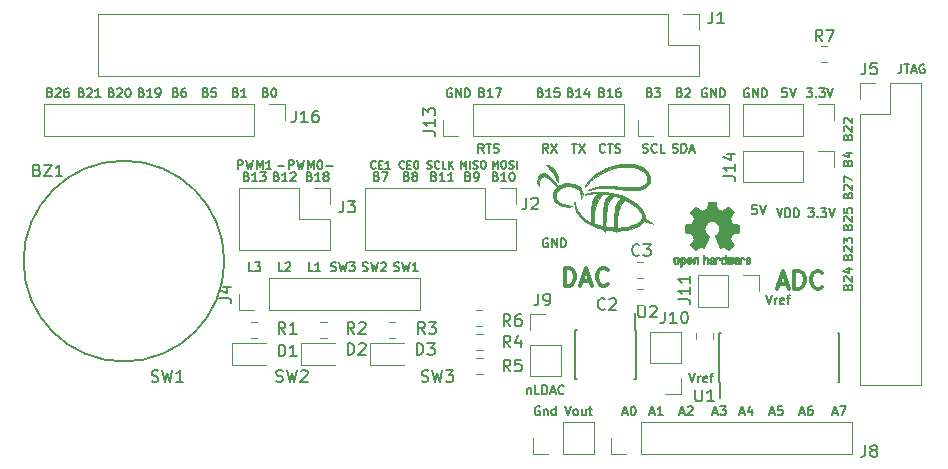
<source format=gbr>
G04 #@! TF.GenerationSoftware,KiCad,Pcbnew,5.0.2+dfsg1-1*
G04 #@! TF.CreationDate,2019-10-18T14:29:09+02:00*
G04 #@! TF.ProjectId,BEE,4245452e-6b69-4636-9164-5f7063625858,rev?*
G04 #@! TF.SameCoordinates,Original*
G04 #@! TF.FileFunction,Legend,Top*
G04 #@! TF.FilePolarity,Positive*
%FSLAX46Y46*%
G04 Gerber Fmt 4.6, Leading zero omitted, Abs format (unit mm)*
G04 Created by KiCad (PCBNEW 5.0.2+dfsg1-1) date Fri 18 Oct 2019 02:29:09 PM CEST*
%MOMM*%
%LPD*%
G01*
G04 APERTURE LIST*
%ADD10C,0.300000*%
%ADD11C,0.150000*%
%ADD12C,0.120000*%
%ADD13C,0.010000*%
G04 APERTURE END LIST*
D10*
X160702857Y-104517000D02*
X161417142Y-104517000D01*
X160560000Y-104945571D02*
X161060000Y-103445571D01*
X161560000Y-104945571D01*
X162060000Y-104945571D02*
X162060000Y-103445571D01*
X162417142Y-103445571D01*
X162631428Y-103517000D01*
X162774285Y-103659857D01*
X162845714Y-103802714D01*
X162917142Y-104088428D01*
X162917142Y-104302714D01*
X162845714Y-104588428D01*
X162774285Y-104731285D01*
X162631428Y-104874142D01*
X162417142Y-104945571D01*
X162060000Y-104945571D01*
X164417142Y-104802714D02*
X164345714Y-104874142D01*
X164131428Y-104945571D01*
X163988571Y-104945571D01*
X163774285Y-104874142D01*
X163631428Y-104731285D01*
X163560000Y-104588428D01*
X163488571Y-104302714D01*
X163488571Y-104088428D01*
X163560000Y-103802714D01*
X163631428Y-103659857D01*
X163774285Y-103517000D01*
X163988571Y-103445571D01*
X164131428Y-103445571D01*
X164345714Y-103517000D01*
X164417142Y-103588428D01*
X142613285Y-104691571D02*
X142613285Y-103191571D01*
X142970428Y-103191571D01*
X143184714Y-103263000D01*
X143327571Y-103405857D01*
X143399000Y-103548714D01*
X143470428Y-103834428D01*
X143470428Y-104048714D01*
X143399000Y-104334428D01*
X143327571Y-104477285D01*
X143184714Y-104620142D01*
X142970428Y-104691571D01*
X142613285Y-104691571D01*
X144041857Y-104263000D02*
X144756142Y-104263000D01*
X143899000Y-104691571D02*
X144399000Y-103191571D01*
X144899000Y-104691571D01*
X146256142Y-104548714D02*
X146184714Y-104620142D01*
X145970428Y-104691571D01*
X145827571Y-104691571D01*
X145613285Y-104620142D01*
X145470428Y-104477285D01*
X145399000Y-104334428D01*
X145327571Y-104048714D01*
X145327571Y-103834428D01*
X145399000Y-103548714D01*
X145470428Y-103405857D01*
X145613285Y-103263000D01*
X145827571Y-103191571D01*
X145970428Y-103191571D01*
X146184714Y-103263000D01*
X146256142Y-103334428D01*
D11*
X136519571Y-94782047D02*
X136519571Y-94132047D01*
X136736238Y-94596333D01*
X136952904Y-94132047D01*
X136952904Y-94782047D01*
X137386238Y-94132047D02*
X137510047Y-94132047D01*
X137571952Y-94163000D01*
X137633857Y-94224904D01*
X137664809Y-94348714D01*
X137664809Y-94565380D01*
X137633857Y-94689190D01*
X137571952Y-94751095D01*
X137510047Y-94782047D01*
X137386238Y-94782047D01*
X137324333Y-94751095D01*
X137262428Y-94689190D01*
X137231476Y-94565380D01*
X137231476Y-94348714D01*
X137262428Y-94224904D01*
X137324333Y-94163000D01*
X137386238Y-94132047D01*
X137912428Y-94751095D02*
X138005285Y-94782047D01*
X138160047Y-94782047D01*
X138221952Y-94751095D01*
X138252904Y-94720142D01*
X138283857Y-94658238D01*
X138283857Y-94596333D01*
X138252904Y-94534428D01*
X138221952Y-94503476D01*
X138160047Y-94472523D01*
X138036238Y-94441571D01*
X137974333Y-94410619D01*
X137943380Y-94379666D01*
X137912428Y-94317761D01*
X137912428Y-94255857D01*
X137943380Y-94193952D01*
X137974333Y-94163000D01*
X138036238Y-94132047D01*
X138191000Y-94132047D01*
X138283857Y-94163000D01*
X138562428Y-94782047D02*
X138562428Y-94132047D01*
X133852571Y-94782047D02*
X133852571Y-94132047D01*
X134069238Y-94596333D01*
X134285904Y-94132047D01*
X134285904Y-94782047D01*
X134595428Y-94782047D02*
X134595428Y-94132047D01*
X134874000Y-94751095D02*
X134966857Y-94782047D01*
X135121619Y-94782047D01*
X135183523Y-94751095D01*
X135214476Y-94720142D01*
X135245428Y-94658238D01*
X135245428Y-94596333D01*
X135214476Y-94534428D01*
X135183523Y-94503476D01*
X135121619Y-94472523D01*
X134997809Y-94441571D01*
X134935904Y-94410619D01*
X134904952Y-94379666D01*
X134874000Y-94317761D01*
X134874000Y-94255857D01*
X134904952Y-94193952D01*
X134935904Y-94163000D01*
X134997809Y-94132047D01*
X135152571Y-94132047D01*
X135245428Y-94163000D01*
X135647809Y-94132047D02*
X135771619Y-94132047D01*
X135833523Y-94163000D01*
X135895428Y-94224904D01*
X135926380Y-94348714D01*
X135926380Y-94565380D01*
X135895428Y-94689190D01*
X135833523Y-94751095D01*
X135771619Y-94782047D01*
X135647809Y-94782047D01*
X135585904Y-94751095D01*
X135524000Y-94689190D01*
X135493047Y-94565380D01*
X135493047Y-94348714D01*
X135524000Y-94224904D01*
X135585904Y-94163000D01*
X135647809Y-94132047D01*
X130981190Y-94751095D02*
X131074047Y-94782047D01*
X131228809Y-94782047D01*
X131290714Y-94751095D01*
X131321666Y-94720142D01*
X131352619Y-94658238D01*
X131352619Y-94596333D01*
X131321666Y-94534428D01*
X131290714Y-94503476D01*
X131228809Y-94472523D01*
X131105000Y-94441571D01*
X131043095Y-94410619D01*
X131012142Y-94379666D01*
X130981190Y-94317761D01*
X130981190Y-94255857D01*
X131012142Y-94193952D01*
X131043095Y-94163000D01*
X131105000Y-94132047D01*
X131259761Y-94132047D01*
X131352619Y-94163000D01*
X132002619Y-94720142D02*
X131971666Y-94751095D01*
X131878809Y-94782047D01*
X131816904Y-94782047D01*
X131724047Y-94751095D01*
X131662142Y-94689190D01*
X131631190Y-94627285D01*
X131600238Y-94503476D01*
X131600238Y-94410619D01*
X131631190Y-94286809D01*
X131662142Y-94224904D01*
X131724047Y-94163000D01*
X131816904Y-94132047D01*
X131878809Y-94132047D01*
X131971666Y-94163000D01*
X132002619Y-94193952D01*
X132590714Y-94782047D02*
X132281190Y-94782047D01*
X132281190Y-94132047D01*
X132807380Y-94782047D02*
X132807380Y-94132047D01*
X133178809Y-94782047D02*
X132900238Y-94410619D01*
X133178809Y-94132047D02*
X132807380Y-94503476D01*
X129010619Y-94720142D02*
X128979666Y-94751095D01*
X128886809Y-94782047D01*
X128824904Y-94782047D01*
X128732047Y-94751095D01*
X128670142Y-94689190D01*
X128639190Y-94627285D01*
X128608238Y-94503476D01*
X128608238Y-94410619D01*
X128639190Y-94286809D01*
X128670142Y-94224904D01*
X128732047Y-94163000D01*
X128824904Y-94132047D01*
X128886809Y-94132047D01*
X128979666Y-94163000D01*
X129010619Y-94193952D01*
X129289190Y-94441571D02*
X129505857Y-94441571D01*
X129598714Y-94782047D02*
X129289190Y-94782047D01*
X129289190Y-94132047D01*
X129598714Y-94132047D01*
X130001095Y-94132047D02*
X130063000Y-94132047D01*
X130124904Y-94163000D01*
X130155857Y-94193952D01*
X130186809Y-94255857D01*
X130217761Y-94379666D01*
X130217761Y-94534428D01*
X130186809Y-94658238D01*
X130155857Y-94720142D01*
X130124904Y-94751095D01*
X130063000Y-94782047D01*
X130001095Y-94782047D01*
X129939190Y-94751095D01*
X129908238Y-94720142D01*
X129877285Y-94658238D01*
X129846333Y-94534428D01*
X129846333Y-94379666D01*
X129877285Y-94255857D01*
X129908238Y-94193952D01*
X129939190Y-94163000D01*
X130001095Y-94132047D01*
X126597619Y-94720142D02*
X126566666Y-94751095D01*
X126473809Y-94782047D01*
X126411904Y-94782047D01*
X126319047Y-94751095D01*
X126257142Y-94689190D01*
X126226190Y-94627285D01*
X126195238Y-94503476D01*
X126195238Y-94410619D01*
X126226190Y-94286809D01*
X126257142Y-94224904D01*
X126319047Y-94163000D01*
X126411904Y-94132047D01*
X126473809Y-94132047D01*
X126566666Y-94163000D01*
X126597619Y-94193952D01*
X126876190Y-94441571D02*
X127092857Y-94441571D01*
X127185714Y-94782047D02*
X126876190Y-94782047D01*
X126876190Y-94132047D01*
X127185714Y-94132047D01*
X127804761Y-94782047D02*
X127433333Y-94782047D01*
X127619047Y-94782047D02*
X127619047Y-94132047D01*
X127557142Y-94224904D01*
X127495238Y-94286809D01*
X127433333Y-94317761D01*
X135733285Y-93430285D02*
X135483285Y-93073142D01*
X135304714Y-93430285D02*
X135304714Y-92680285D01*
X135590428Y-92680285D01*
X135661857Y-92716000D01*
X135697571Y-92751714D01*
X135733285Y-92823142D01*
X135733285Y-92930285D01*
X135697571Y-93001714D01*
X135661857Y-93037428D01*
X135590428Y-93073142D01*
X135304714Y-93073142D01*
X135947571Y-92680285D02*
X136376142Y-92680285D01*
X136161857Y-93430285D02*
X136161857Y-92680285D01*
X136590428Y-93394571D02*
X136697571Y-93430285D01*
X136876142Y-93430285D01*
X136947571Y-93394571D01*
X136983285Y-93358857D01*
X137019000Y-93287428D01*
X137019000Y-93216000D01*
X136983285Y-93144571D01*
X136947571Y-93108857D01*
X136876142Y-93073142D01*
X136733285Y-93037428D01*
X136661857Y-93001714D01*
X136626142Y-92966000D01*
X136590428Y-92894571D01*
X136590428Y-92823142D01*
X136626142Y-92751714D01*
X136661857Y-92716000D01*
X136733285Y-92680285D01*
X136911857Y-92680285D01*
X137019000Y-92716000D01*
X141226000Y-93430285D02*
X140976000Y-93073142D01*
X140797428Y-93430285D02*
X140797428Y-92680285D01*
X141083142Y-92680285D01*
X141154571Y-92716000D01*
X141190285Y-92751714D01*
X141226000Y-92823142D01*
X141226000Y-92930285D01*
X141190285Y-93001714D01*
X141154571Y-93037428D01*
X141083142Y-93073142D01*
X140797428Y-93073142D01*
X141476000Y-92680285D02*
X141976000Y-93430285D01*
X141976000Y-92680285D02*
X141476000Y-93430285D01*
X143192571Y-92680285D02*
X143621142Y-92680285D01*
X143406857Y-93430285D02*
X143406857Y-92680285D01*
X143799714Y-92680285D02*
X144299714Y-93430285D01*
X144299714Y-92680285D02*
X143799714Y-93430285D01*
X146020285Y-93358857D02*
X145984571Y-93394571D01*
X145877428Y-93430285D01*
X145806000Y-93430285D01*
X145698857Y-93394571D01*
X145627428Y-93323142D01*
X145591714Y-93251714D01*
X145556000Y-93108857D01*
X145556000Y-93001714D01*
X145591714Y-92858857D01*
X145627428Y-92787428D01*
X145698857Y-92716000D01*
X145806000Y-92680285D01*
X145877428Y-92680285D01*
X145984571Y-92716000D01*
X146020285Y-92751714D01*
X146234571Y-92680285D02*
X146663142Y-92680285D01*
X146448857Y-93430285D02*
X146448857Y-92680285D01*
X146877428Y-93394571D02*
X146984571Y-93430285D01*
X147163142Y-93430285D01*
X147234571Y-93394571D01*
X147270285Y-93358857D01*
X147306000Y-93287428D01*
X147306000Y-93216000D01*
X147270285Y-93144571D01*
X147234571Y-93108857D01*
X147163142Y-93073142D01*
X147020285Y-93037428D01*
X146948857Y-93001714D01*
X146913142Y-92966000D01*
X146877428Y-92894571D01*
X146877428Y-92823142D01*
X146913142Y-92751714D01*
X146948857Y-92716000D01*
X147020285Y-92680285D01*
X147198857Y-92680285D01*
X147306000Y-92716000D01*
X133032571Y-88017000D02*
X132961142Y-87981285D01*
X132854000Y-87981285D01*
X132746857Y-88017000D01*
X132675428Y-88088428D01*
X132639714Y-88159857D01*
X132604000Y-88302714D01*
X132604000Y-88409857D01*
X132639714Y-88552714D01*
X132675428Y-88624142D01*
X132746857Y-88695571D01*
X132854000Y-88731285D01*
X132925428Y-88731285D01*
X133032571Y-88695571D01*
X133068285Y-88659857D01*
X133068285Y-88409857D01*
X132925428Y-88409857D01*
X133389714Y-88731285D02*
X133389714Y-87981285D01*
X133818285Y-88731285D01*
X133818285Y-87981285D01*
X134175428Y-88731285D02*
X134175428Y-87981285D01*
X134354000Y-87981285D01*
X134461142Y-88017000D01*
X134532571Y-88088428D01*
X134568285Y-88159857D01*
X134604000Y-88302714D01*
X134604000Y-88409857D01*
X134568285Y-88552714D01*
X134532571Y-88624142D01*
X134461142Y-88695571D01*
X134354000Y-88731285D01*
X134175428Y-88731285D01*
X151743285Y-93394571D02*
X151850428Y-93430285D01*
X152029000Y-93430285D01*
X152100428Y-93394571D01*
X152136142Y-93358857D01*
X152171857Y-93287428D01*
X152171857Y-93216000D01*
X152136142Y-93144571D01*
X152100428Y-93108857D01*
X152029000Y-93073142D01*
X151886142Y-93037428D01*
X151814714Y-93001714D01*
X151779000Y-92966000D01*
X151743285Y-92894571D01*
X151743285Y-92823142D01*
X151779000Y-92751714D01*
X151814714Y-92716000D01*
X151886142Y-92680285D01*
X152064714Y-92680285D01*
X152171857Y-92716000D01*
X152493285Y-93430285D02*
X152493285Y-92680285D01*
X152671857Y-92680285D01*
X152779000Y-92716000D01*
X152850428Y-92787428D01*
X152886142Y-92858857D01*
X152921857Y-93001714D01*
X152921857Y-93108857D01*
X152886142Y-93251714D01*
X152850428Y-93323142D01*
X152779000Y-93394571D01*
X152671857Y-93430285D01*
X152493285Y-93430285D01*
X153207571Y-93216000D02*
X153564714Y-93216000D01*
X153136142Y-93430285D02*
X153386142Y-92680285D01*
X153636142Y-93430285D01*
X149221142Y-93394571D02*
X149328285Y-93430285D01*
X149506857Y-93430285D01*
X149578285Y-93394571D01*
X149614000Y-93358857D01*
X149649714Y-93287428D01*
X149649714Y-93216000D01*
X149614000Y-93144571D01*
X149578285Y-93108857D01*
X149506857Y-93073142D01*
X149364000Y-93037428D01*
X149292571Y-93001714D01*
X149256857Y-92966000D01*
X149221142Y-92894571D01*
X149221142Y-92823142D01*
X149256857Y-92751714D01*
X149292571Y-92716000D01*
X149364000Y-92680285D01*
X149542571Y-92680285D01*
X149649714Y-92716000D01*
X150399714Y-93358857D02*
X150364000Y-93394571D01*
X150256857Y-93430285D01*
X150185428Y-93430285D01*
X150078285Y-93394571D01*
X150006857Y-93323142D01*
X149971142Y-93251714D01*
X149935428Y-93108857D01*
X149935428Y-93001714D01*
X149971142Y-92858857D01*
X150006857Y-92787428D01*
X150078285Y-92716000D01*
X150185428Y-92680285D01*
X150256857Y-92680285D01*
X150364000Y-92716000D01*
X150399714Y-92751714D01*
X151078285Y-93430285D02*
X150721142Y-93430285D01*
X150721142Y-92680285D01*
X114921285Y-94827285D02*
X114921285Y-94077285D01*
X115207000Y-94077285D01*
X115278428Y-94113000D01*
X115314142Y-94148714D01*
X115349857Y-94220142D01*
X115349857Y-94327285D01*
X115314142Y-94398714D01*
X115278428Y-94434428D01*
X115207000Y-94470142D01*
X114921285Y-94470142D01*
X115599857Y-94077285D02*
X115778428Y-94827285D01*
X115921285Y-94291571D01*
X116064142Y-94827285D01*
X116242714Y-94077285D01*
X116528428Y-94827285D02*
X116528428Y-94077285D01*
X116778428Y-94613000D01*
X117028428Y-94077285D01*
X117028428Y-94827285D01*
X117778428Y-94827285D02*
X117349857Y-94827285D01*
X117564142Y-94827285D02*
X117564142Y-94077285D01*
X117492714Y-94184428D01*
X117421285Y-94255857D01*
X117349857Y-94291571D01*
X118310714Y-94541571D02*
X118882142Y-94541571D01*
X119239285Y-94827285D02*
X119239285Y-94077285D01*
X119525000Y-94077285D01*
X119596428Y-94113000D01*
X119632142Y-94148714D01*
X119667857Y-94220142D01*
X119667857Y-94327285D01*
X119632142Y-94398714D01*
X119596428Y-94434428D01*
X119525000Y-94470142D01*
X119239285Y-94470142D01*
X119917857Y-94077285D02*
X120096428Y-94827285D01*
X120239285Y-94291571D01*
X120382142Y-94827285D01*
X120560714Y-94077285D01*
X120846428Y-94827285D02*
X120846428Y-94077285D01*
X121096428Y-94613000D01*
X121346428Y-94077285D01*
X121346428Y-94827285D01*
X121846428Y-94077285D02*
X121917857Y-94077285D01*
X121989285Y-94113000D01*
X122025000Y-94148714D01*
X122060714Y-94220142D01*
X122096428Y-94363000D01*
X122096428Y-94541571D01*
X122060714Y-94684428D01*
X122025000Y-94755857D01*
X121989285Y-94791571D01*
X121917857Y-94827285D01*
X121846428Y-94827285D01*
X121775000Y-94791571D01*
X121739285Y-94755857D01*
X121703571Y-94684428D01*
X121667857Y-94541571D01*
X121667857Y-94363000D01*
X121703571Y-94220142D01*
X121739285Y-94148714D01*
X121775000Y-94113000D01*
X121846428Y-94077285D01*
X122417857Y-94541571D02*
X122989285Y-94541571D01*
X171083000Y-85949285D02*
X171083000Y-86485000D01*
X171047285Y-86592142D01*
X170975857Y-86663571D01*
X170868714Y-86699285D01*
X170797285Y-86699285D01*
X171333000Y-85949285D02*
X171761571Y-85949285D01*
X171547285Y-86699285D02*
X171547285Y-85949285D01*
X171975857Y-86485000D02*
X172333000Y-86485000D01*
X171904428Y-86699285D02*
X172154428Y-85949285D01*
X172404428Y-86699285D01*
X173047285Y-85985000D02*
X172975857Y-85949285D01*
X172868714Y-85949285D01*
X172761571Y-85985000D01*
X172690142Y-86056428D01*
X172654428Y-86127857D01*
X172618714Y-86270714D01*
X172618714Y-86377857D01*
X172654428Y-86520714D01*
X172690142Y-86592142D01*
X172761571Y-86663571D01*
X172868714Y-86699285D01*
X172940142Y-86699285D01*
X173047285Y-86663571D01*
X173083000Y-86627857D01*
X173083000Y-86377857D01*
X172940142Y-86377857D01*
X166570428Y-104800714D02*
X166606142Y-104693571D01*
X166641857Y-104657857D01*
X166713285Y-104622142D01*
X166820428Y-104622142D01*
X166891857Y-104657857D01*
X166927571Y-104693571D01*
X166963285Y-104765000D01*
X166963285Y-105050714D01*
X166213285Y-105050714D01*
X166213285Y-104800714D01*
X166249000Y-104729285D01*
X166284714Y-104693571D01*
X166356142Y-104657857D01*
X166427571Y-104657857D01*
X166499000Y-104693571D01*
X166534714Y-104729285D01*
X166570428Y-104800714D01*
X166570428Y-105050714D01*
X166284714Y-104336428D02*
X166249000Y-104300714D01*
X166213285Y-104229285D01*
X166213285Y-104050714D01*
X166249000Y-103979285D01*
X166284714Y-103943571D01*
X166356142Y-103907857D01*
X166427571Y-103907857D01*
X166534714Y-103943571D01*
X166963285Y-104372142D01*
X166963285Y-103907857D01*
X166463285Y-103265000D02*
X166963285Y-103265000D01*
X166177571Y-103443571D02*
X166713285Y-103622142D01*
X166713285Y-103157857D01*
X166570428Y-102260714D02*
X166606142Y-102153571D01*
X166641857Y-102117857D01*
X166713285Y-102082142D01*
X166820428Y-102082142D01*
X166891857Y-102117857D01*
X166927571Y-102153571D01*
X166963285Y-102225000D01*
X166963285Y-102510714D01*
X166213285Y-102510714D01*
X166213285Y-102260714D01*
X166249000Y-102189285D01*
X166284714Y-102153571D01*
X166356142Y-102117857D01*
X166427571Y-102117857D01*
X166499000Y-102153571D01*
X166534714Y-102189285D01*
X166570428Y-102260714D01*
X166570428Y-102510714D01*
X166284714Y-101796428D02*
X166249000Y-101760714D01*
X166213285Y-101689285D01*
X166213285Y-101510714D01*
X166249000Y-101439285D01*
X166284714Y-101403571D01*
X166356142Y-101367857D01*
X166427571Y-101367857D01*
X166534714Y-101403571D01*
X166963285Y-101832142D01*
X166963285Y-101367857D01*
X166213285Y-101117857D02*
X166213285Y-100653571D01*
X166499000Y-100903571D01*
X166499000Y-100796428D01*
X166534714Y-100725000D01*
X166570428Y-100689285D01*
X166641857Y-100653571D01*
X166820428Y-100653571D01*
X166891857Y-100689285D01*
X166927571Y-100725000D01*
X166963285Y-100796428D01*
X166963285Y-101010714D01*
X166927571Y-101082142D01*
X166891857Y-101117857D01*
X166570428Y-99720714D02*
X166606142Y-99613571D01*
X166641857Y-99577857D01*
X166713285Y-99542142D01*
X166820428Y-99542142D01*
X166891857Y-99577857D01*
X166927571Y-99613571D01*
X166963285Y-99685000D01*
X166963285Y-99970714D01*
X166213285Y-99970714D01*
X166213285Y-99720714D01*
X166249000Y-99649285D01*
X166284714Y-99613571D01*
X166356142Y-99577857D01*
X166427571Y-99577857D01*
X166499000Y-99613571D01*
X166534714Y-99649285D01*
X166570428Y-99720714D01*
X166570428Y-99970714D01*
X166284714Y-99256428D02*
X166249000Y-99220714D01*
X166213285Y-99149285D01*
X166213285Y-98970714D01*
X166249000Y-98899285D01*
X166284714Y-98863571D01*
X166356142Y-98827857D01*
X166427571Y-98827857D01*
X166534714Y-98863571D01*
X166963285Y-99292142D01*
X166963285Y-98827857D01*
X166213285Y-98149285D02*
X166213285Y-98506428D01*
X166570428Y-98542142D01*
X166534714Y-98506428D01*
X166499000Y-98435000D01*
X166499000Y-98256428D01*
X166534714Y-98185000D01*
X166570428Y-98149285D01*
X166641857Y-98113571D01*
X166820428Y-98113571D01*
X166891857Y-98149285D01*
X166927571Y-98185000D01*
X166963285Y-98256428D01*
X166963285Y-98435000D01*
X166927571Y-98506428D01*
X166891857Y-98542142D01*
X166570428Y-97053714D02*
X166606142Y-96946571D01*
X166641857Y-96910857D01*
X166713285Y-96875142D01*
X166820428Y-96875142D01*
X166891857Y-96910857D01*
X166927571Y-96946571D01*
X166963285Y-97018000D01*
X166963285Y-97303714D01*
X166213285Y-97303714D01*
X166213285Y-97053714D01*
X166249000Y-96982285D01*
X166284714Y-96946571D01*
X166356142Y-96910857D01*
X166427571Y-96910857D01*
X166499000Y-96946571D01*
X166534714Y-96982285D01*
X166570428Y-97053714D01*
X166570428Y-97303714D01*
X166284714Y-96589428D02*
X166249000Y-96553714D01*
X166213285Y-96482285D01*
X166213285Y-96303714D01*
X166249000Y-96232285D01*
X166284714Y-96196571D01*
X166356142Y-96160857D01*
X166427571Y-96160857D01*
X166534714Y-96196571D01*
X166963285Y-96625142D01*
X166963285Y-96160857D01*
X166213285Y-95910857D02*
X166213285Y-95410857D01*
X166963285Y-95732285D01*
X166570428Y-92100714D02*
X166606142Y-91993571D01*
X166641857Y-91957857D01*
X166713285Y-91922142D01*
X166820428Y-91922142D01*
X166891857Y-91957857D01*
X166927571Y-91993571D01*
X166963285Y-92065000D01*
X166963285Y-92350714D01*
X166213285Y-92350714D01*
X166213285Y-92100714D01*
X166249000Y-92029285D01*
X166284714Y-91993571D01*
X166356142Y-91957857D01*
X166427571Y-91957857D01*
X166499000Y-91993571D01*
X166534714Y-92029285D01*
X166570428Y-92100714D01*
X166570428Y-92350714D01*
X166284714Y-91636428D02*
X166249000Y-91600714D01*
X166213285Y-91529285D01*
X166213285Y-91350714D01*
X166249000Y-91279285D01*
X166284714Y-91243571D01*
X166356142Y-91207857D01*
X166427571Y-91207857D01*
X166534714Y-91243571D01*
X166963285Y-91672142D01*
X166963285Y-91207857D01*
X166284714Y-90922142D02*
X166249000Y-90886428D01*
X166213285Y-90815000D01*
X166213285Y-90636428D01*
X166249000Y-90565000D01*
X166284714Y-90529285D01*
X166356142Y-90493571D01*
X166427571Y-90493571D01*
X166534714Y-90529285D01*
X166963285Y-90957857D01*
X166963285Y-90493571D01*
X166570428Y-94283571D02*
X166606142Y-94176428D01*
X166641857Y-94140714D01*
X166713285Y-94105000D01*
X166820428Y-94105000D01*
X166891857Y-94140714D01*
X166927571Y-94176428D01*
X166963285Y-94247857D01*
X166963285Y-94533571D01*
X166213285Y-94533571D01*
X166213285Y-94283571D01*
X166249000Y-94212142D01*
X166284714Y-94176428D01*
X166356142Y-94140714D01*
X166427571Y-94140714D01*
X166499000Y-94176428D01*
X166534714Y-94212142D01*
X166570428Y-94283571D01*
X166570428Y-94533571D01*
X166463285Y-93462142D02*
X166963285Y-93462142D01*
X166177571Y-93640714D02*
X166713285Y-93819285D01*
X166713285Y-93355000D01*
X139434285Y-113377285D02*
X139434285Y-113877285D01*
X139434285Y-113448714D02*
X139470000Y-113413000D01*
X139541428Y-113377285D01*
X139648571Y-113377285D01*
X139720000Y-113413000D01*
X139755714Y-113484428D01*
X139755714Y-113877285D01*
X140470000Y-113877285D02*
X140112857Y-113877285D01*
X140112857Y-113127285D01*
X140720000Y-113877285D02*
X140720000Y-113127285D01*
X140898571Y-113127285D01*
X141005714Y-113163000D01*
X141077142Y-113234428D01*
X141112857Y-113305857D01*
X141148571Y-113448714D01*
X141148571Y-113555857D01*
X141112857Y-113698714D01*
X141077142Y-113770142D01*
X141005714Y-113841571D01*
X140898571Y-113877285D01*
X140720000Y-113877285D01*
X141434285Y-113663000D02*
X141791428Y-113663000D01*
X141362857Y-113877285D02*
X141612857Y-113127285D01*
X141862857Y-113877285D01*
X142541428Y-113805857D02*
X142505714Y-113841571D01*
X142398571Y-113877285D01*
X142327142Y-113877285D01*
X142220000Y-113841571D01*
X142148571Y-113770142D01*
X142112857Y-113698714D01*
X142077142Y-113555857D01*
X142077142Y-113448714D01*
X142112857Y-113305857D01*
X142148571Y-113234428D01*
X142220000Y-113163000D01*
X142327142Y-113127285D01*
X142398571Y-113127285D01*
X142505714Y-113163000D01*
X142541428Y-113198714D01*
X159637142Y-105507285D02*
X159887142Y-106257285D01*
X160137142Y-105507285D01*
X160387142Y-106257285D02*
X160387142Y-105757285D01*
X160387142Y-105900142D02*
X160422857Y-105828714D01*
X160458571Y-105793000D01*
X160530000Y-105757285D01*
X160601428Y-105757285D01*
X161137142Y-106221571D02*
X161065714Y-106257285D01*
X160922857Y-106257285D01*
X160851428Y-106221571D01*
X160815714Y-106150142D01*
X160815714Y-105864428D01*
X160851428Y-105793000D01*
X160922857Y-105757285D01*
X161065714Y-105757285D01*
X161137142Y-105793000D01*
X161172857Y-105864428D01*
X161172857Y-105935857D01*
X160815714Y-106007285D01*
X161387142Y-105757285D02*
X161672857Y-105757285D01*
X161494285Y-106257285D02*
X161494285Y-105614428D01*
X161530000Y-105543000D01*
X161601428Y-105507285D01*
X161672857Y-105507285D01*
X153160142Y-112111285D02*
X153410142Y-112861285D01*
X153660142Y-112111285D01*
X153910142Y-112861285D02*
X153910142Y-112361285D01*
X153910142Y-112504142D02*
X153945857Y-112432714D01*
X153981571Y-112397000D01*
X154053000Y-112361285D01*
X154124428Y-112361285D01*
X154660142Y-112825571D02*
X154588714Y-112861285D01*
X154445857Y-112861285D01*
X154374428Y-112825571D01*
X154338714Y-112754142D01*
X154338714Y-112468428D01*
X154374428Y-112397000D01*
X154445857Y-112361285D01*
X154588714Y-112361285D01*
X154660142Y-112397000D01*
X154695857Y-112468428D01*
X154695857Y-112539857D01*
X154338714Y-112611285D01*
X154910142Y-112361285D02*
X155195857Y-112361285D01*
X155017285Y-112861285D02*
X155017285Y-112218428D01*
X155053000Y-112147000D01*
X155124428Y-112111285D01*
X155195857Y-112111285D01*
X165326285Y-115441000D02*
X165683428Y-115441000D01*
X165254857Y-115655285D02*
X165504857Y-114905285D01*
X165754857Y-115655285D01*
X165933428Y-114905285D02*
X166433428Y-114905285D01*
X166112000Y-115655285D01*
X162532285Y-115441000D02*
X162889428Y-115441000D01*
X162460857Y-115655285D02*
X162710857Y-114905285D01*
X162960857Y-115655285D01*
X163532285Y-114905285D02*
X163389428Y-114905285D01*
X163318000Y-114941000D01*
X163282285Y-114976714D01*
X163210857Y-115083857D01*
X163175142Y-115226714D01*
X163175142Y-115512428D01*
X163210857Y-115583857D01*
X163246571Y-115619571D01*
X163318000Y-115655285D01*
X163460857Y-115655285D01*
X163532285Y-115619571D01*
X163568000Y-115583857D01*
X163603714Y-115512428D01*
X163603714Y-115333857D01*
X163568000Y-115262428D01*
X163532285Y-115226714D01*
X163460857Y-115191000D01*
X163318000Y-115191000D01*
X163246571Y-115226714D01*
X163210857Y-115262428D01*
X163175142Y-115333857D01*
X159992285Y-115441000D02*
X160349428Y-115441000D01*
X159920857Y-115655285D02*
X160170857Y-114905285D01*
X160420857Y-115655285D01*
X161028000Y-114905285D02*
X160670857Y-114905285D01*
X160635142Y-115262428D01*
X160670857Y-115226714D01*
X160742285Y-115191000D01*
X160920857Y-115191000D01*
X160992285Y-115226714D01*
X161028000Y-115262428D01*
X161063714Y-115333857D01*
X161063714Y-115512428D01*
X161028000Y-115583857D01*
X160992285Y-115619571D01*
X160920857Y-115655285D01*
X160742285Y-115655285D01*
X160670857Y-115619571D01*
X160635142Y-115583857D01*
X157452285Y-115441000D02*
X157809428Y-115441000D01*
X157380857Y-115655285D02*
X157630857Y-114905285D01*
X157880857Y-115655285D01*
X158452285Y-115155285D02*
X158452285Y-115655285D01*
X158273714Y-114869571D02*
X158095142Y-115405285D01*
X158559428Y-115405285D01*
X155166285Y-115441000D02*
X155523428Y-115441000D01*
X155094857Y-115655285D02*
X155344857Y-114905285D01*
X155594857Y-115655285D01*
X155773428Y-114905285D02*
X156237714Y-114905285D01*
X155987714Y-115191000D01*
X156094857Y-115191000D01*
X156166285Y-115226714D01*
X156202000Y-115262428D01*
X156237714Y-115333857D01*
X156237714Y-115512428D01*
X156202000Y-115583857D01*
X156166285Y-115619571D01*
X156094857Y-115655285D01*
X155880571Y-115655285D01*
X155809142Y-115619571D01*
X155773428Y-115583857D01*
X152372285Y-115441000D02*
X152729428Y-115441000D01*
X152300857Y-115655285D02*
X152550857Y-114905285D01*
X152800857Y-115655285D01*
X153015142Y-114976714D02*
X153050857Y-114941000D01*
X153122285Y-114905285D01*
X153300857Y-114905285D01*
X153372285Y-114941000D01*
X153408000Y-114976714D01*
X153443714Y-115048142D01*
X153443714Y-115119571D01*
X153408000Y-115226714D01*
X152979428Y-115655285D01*
X153443714Y-115655285D01*
X149832285Y-115441000D02*
X150189428Y-115441000D01*
X149760857Y-115655285D02*
X150010857Y-114905285D01*
X150260857Y-115655285D01*
X150903714Y-115655285D02*
X150475142Y-115655285D01*
X150689428Y-115655285D02*
X150689428Y-114905285D01*
X150618000Y-115012428D01*
X150546571Y-115083857D01*
X150475142Y-115119571D01*
X147546285Y-115441000D02*
X147903428Y-115441000D01*
X147474857Y-115655285D02*
X147724857Y-114905285D01*
X147974857Y-115655285D01*
X148367714Y-114905285D02*
X148439142Y-114905285D01*
X148510571Y-114941000D01*
X148546285Y-114976714D01*
X148582000Y-115048142D01*
X148617714Y-115191000D01*
X148617714Y-115369571D01*
X148582000Y-115512428D01*
X148546285Y-115583857D01*
X148510571Y-115619571D01*
X148439142Y-115655285D01*
X148367714Y-115655285D01*
X148296285Y-115619571D01*
X148260571Y-115583857D01*
X148224857Y-115512428D01*
X148189142Y-115369571D01*
X148189142Y-115191000D01*
X148224857Y-115048142D01*
X148260571Y-114976714D01*
X148296285Y-114941000D01*
X148367714Y-114905285D01*
X140487857Y-114941000D02*
X140416428Y-114905285D01*
X140309285Y-114905285D01*
X140202142Y-114941000D01*
X140130714Y-115012428D01*
X140095000Y-115083857D01*
X140059285Y-115226714D01*
X140059285Y-115333857D01*
X140095000Y-115476714D01*
X140130714Y-115548142D01*
X140202142Y-115619571D01*
X140309285Y-115655285D01*
X140380714Y-115655285D01*
X140487857Y-115619571D01*
X140523571Y-115583857D01*
X140523571Y-115333857D01*
X140380714Y-115333857D01*
X140845000Y-115155285D02*
X140845000Y-115655285D01*
X140845000Y-115226714D02*
X140880714Y-115191000D01*
X140952142Y-115155285D01*
X141059285Y-115155285D01*
X141130714Y-115191000D01*
X141166428Y-115262428D01*
X141166428Y-115655285D01*
X141845000Y-115655285D02*
X141845000Y-114905285D01*
X141845000Y-115619571D02*
X141773571Y-115655285D01*
X141630714Y-115655285D01*
X141559285Y-115619571D01*
X141523571Y-115583857D01*
X141487857Y-115512428D01*
X141487857Y-115298142D01*
X141523571Y-115226714D01*
X141559285Y-115191000D01*
X141630714Y-115155285D01*
X141773571Y-115155285D01*
X141845000Y-115191000D01*
X142621142Y-114905285D02*
X142871142Y-115655285D01*
X143121142Y-114905285D01*
X143478285Y-115655285D02*
X143406857Y-115619571D01*
X143371142Y-115583857D01*
X143335428Y-115512428D01*
X143335428Y-115298142D01*
X143371142Y-115226714D01*
X143406857Y-115191000D01*
X143478285Y-115155285D01*
X143585428Y-115155285D01*
X143656857Y-115191000D01*
X143692571Y-115226714D01*
X143728285Y-115298142D01*
X143728285Y-115512428D01*
X143692571Y-115583857D01*
X143656857Y-115619571D01*
X143585428Y-115655285D01*
X143478285Y-115655285D01*
X144371142Y-115155285D02*
X144371142Y-115655285D01*
X144049714Y-115155285D02*
X144049714Y-115548142D01*
X144085428Y-115619571D01*
X144156857Y-115655285D01*
X144264000Y-115655285D01*
X144335428Y-115619571D01*
X144371142Y-115583857D01*
X144621142Y-115155285D02*
X144906857Y-115155285D01*
X144728285Y-114905285D02*
X144728285Y-115548142D01*
X144764000Y-115619571D01*
X144835428Y-115655285D01*
X144906857Y-115655285D01*
X160544000Y-98141285D02*
X160794000Y-98891285D01*
X161044000Y-98141285D01*
X161294000Y-98891285D02*
X161294000Y-98141285D01*
X161472571Y-98141285D01*
X161579714Y-98177000D01*
X161651142Y-98248428D01*
X161686857Y-98319857D01*
X161722571Y-98462714D01*
X161722571Y-98569857D01*
X161686857Y-98712714D01*
X161651142Y-98784142D01*
X161579714Y-98855571D01*
X161472571Y-98891285D01*
X161294000Y-98891285D01*
X162044000Y-98891285D02*
X162044000Y-98141285D01*
X162222571Y-98141285D01*
X162329714Y-98177000D01*
X162401142Y-98248428D01*
X162436857Y-98319857D01*
X162472571Y-98462714D01*
X162472571Y-98569857D01*
X162436857Y-98712714D01*
X162401142Y-98784142D01*
X162329714Y-98855571D01*
X162222571Y-98891285D01*
X162044000Y-98891285D01*
X158861142Y-97887285D02*
X158504000Y-97887285D01*
X158468285Y-98244428D01*
X158504000Y-98208714D01*
X158575428Y-98173000D01*
X158754000Y-98173000D01*
X158825428Y-98208714D01*
X158861142Y-98244428D01*
X158896857Y-98315857D01*
X158896857Y-98494428D01*
X158861142Y-98565857D01*
X158825428Y-98601571D01*
X158754000Y-98637285D01*
X158575428Y-98637285D01*
X158504000Y-98601571D01*
X158468285Y-98565857D01*
X159111142Y-97887285D02*
X159361142Y-98637285D01*
X159611142Y-97887285D01*
X163230857Y-98141285D02*
X163695142Y-98141285D01*
X163445142Y-98427000D01*
X163552285Y-98427000D01*
X163623714Y-98462714D01*
X163659428Y-98498428D01*
X163695142Y-98569857D01*
X163695142Y-98748428D01*
X163659428Y-98819857D01*
X163623714Y-98855571D01*
X163552285Y-98891285D01*
X163338000Y-98891285D01*
X163266571Y-98855571D01*
X163230857Y-98819857D01*
X164016571Y-98819857D02*
X164052285Y-98855571D01*
X164016571Y-98891285D01*
X163980857Y-98855571D01*
X164016571Y-98819857D01*
X164016571Y-98891285D01*
X164302285Y-98141285D02*
X164766571Y-98141285D01*
X164516571Y-98427000D01*
X164623714Y-98427000D01*
X164695142Y-98462714D01*
X164730857Y-98498428D01*
X164766571Y-98569857D01*
X164766571Y-98748428D01*
X164730857Y-98819857D01*
X164695142Y-98855571D01*
X164623714Y-98891285D01*
X164409428Y-98891285D01*
X164338000Y-98855571D01*
X164302285Y-98819857D01*
X164980857Y-98141285D02*
X165230857Y-98891285D01*
X165480857Y-98141285D01*
X141160571Y-100717000D02*
X141089142Y-100681285D01*
X140982000Y-100681285D01*
X140874857Y-100717000D01*
X140803428Y-100788428D01*
X140767714Y-100859857D01*
X140732000Y-101002714D01*
X140732000Y-101109857D01*
X140767714Y-101252714D01*
X140803428Y-101324142D01*
X140874857Y-101395571D01*
X140982000Y-101431285D01*
X141053428Y-101431285D01*
X141160571Y-101395571D01*
X141196285Y-101359857D01*
X141196285Y-101109857D01*
X141053428Y-101109857D01*
X141517714Y-101431285D02*
X141517714Y-100681285D01*
X141946285Y-101431285D01*
X141946285Y-100681285D01*
X142303428Y-101431285D02*
X142303428Y-100681285D01*
X142482000Y-100681285D01*
X142589142Y-100717000D01*
X142660571Y-100788428D01*
X142696285Y-100859857D01*
X142732000Y-101002714D01*
X142732000Y-101109857D01*
X142696285Y-101252714D01*
X142660571Y-101324142D01*
X142589142Y-101395571D01*
X142482000Y-101431285D01*
X142303428Y-101431285D01*
X163103857Y-87981285D02*
X163568142Y-87981285D01*
X163318142Y-88267000D01*
X163425285Y-88267000D01*
X163496714Y-88302714D01*
X163532428Y-88338428D01*
X163568142Y-88409857D01*
X163568142Y-88588428D01*
X163532428Y-88659857D01*
X163496714Y-88695571D01*
X163425285Y-88731285D01*
X163211000Y-88731285D01*
X163139571Y-88695571D01*
X163103857Y-88659857D01*
X163889571Y-88659857D02*
X163925285Y-88695571D01*
X163889571Y-88731285D01*
X163853857Y-88695571D01*
X163889571Y-88659857D01*
X163889571Y-88731285D01*
X164175285Y-87981285D02*
X164639571Y-87981285D01*
X164389571Y-88267000D01*
X164496714Y-88267000D01*
X164568142Y-88302714D01*
X164603857Y-88338428D01*
X164639571Y-88409857D01*
X164639571Y-88588428D01*
X164603857Y-88659857D01*
X164568142Y-88695571D01*
X164496714Y-88731285D01*
X164282428Y-88731285D01*
X164211000Y-88695571D01*
X164175285Y-88659857D01*
X164853857Y-87981285D02*
X165103857Y-88731285D01*
X165353857Y-87981285D01*
X161401142Y-87981285D02*
X161044000Y-87981285D01*
X161008285Y-88338428D01*
X161044000Y-88302714D01*
X161115428Y-88267000D01*
X161294000Y-88267000D01*
X161365428Y-88302714D01*
X161401142Y-88338428D01*
X161436857Y-88409857D01*
X161436857Y-88588428D01*
X161401142Y-88659857D01*
X161365428Y-88695571D01*
X161294000Y-88731285D01*
X161115428Y-88731285D01*
X161044000Y-88695571D01*
X161008285Y-88659857D01*
X161651142Y-87981285D02*
X161901142Y-88731285D01*
X162151142Y-87981285D01*
X158178571Y-88017000D02*
X158107142Y-87981285D01*
X158000000Y-87981285D01*
X157892857Y-88017000D01*
X157821428Y-88088428D01*
X157785714Y-88159857D01*
X157750000Y-88302714D01*
X157750000Y-88409857D01*
X157785714Y-88552714D01*
X157821428Y-88624142D01*
X157892857Y-88695571D01*
X158000000Y-88731285D01*
X158071428Y-88731285D01*
X158178571Y-88695571D01*
X158214285Y-88659857D01*
X158214285Y-88409857D01*
X158071428Y-88409857D01*
X158535714Y-88731285D02*
X158535714Y-87981285D01*
X158964285Y-88731285D01*
X158964285Y-87981285D01*
X159321428Y-88731285D02*
X159321428Y-87981285D01*
X159500000Y-87981285D01*
X159607142Y-88017000D01*
X159678571Y-88088428D01*
X159714285Y-88159857D01*
X159750000Y-88302714D01*
X159750000Y-88409857D01*
X159714285Y-88552714D01*
X159678571Y-88624142D01*
X159607142Y-88695571D01*
X159500000Y-88731285D01*
X159321428Y-88731285D01*
X152350428Y-88338428D02*
X152457571Y-88374142D01*
X152493285Y-88409857D01*
X152529000Y-88481285D01*
X152529000Y-88588428D01*
X152493285Y-88659857D01*
X152457571Y-88695571D01*
X152386142Y-88731285D01*
X152100428Y-88731285D01*
X152100428Y-87981285D01*
X152350428Y-87981285D01*
X152421857Y-88017000D01*
X152457571Y-88052714D01*
X152493285Y-88124142D01*
X152493285Y-88195571D01*
X152457571Y-88267000D01*
X152421857Y-88302714D01*
X152350428Y-88338428D01*
X152100428Y-88338428D01*
X152814714Y-88052714D02*
X152850428Y-88017000D01*
X152921857Y-87981285D01*
X153100428Y-87981285D01*
X153171857Y-88017000D01*
X153207571Y-88052714D01*
X153243285Y-88124142D01*
X153243285Y-88195571D01*
X153207571Y-88302714D01*
X152779000Y-88731285D01*
X153243285Y-88731285D01*
X149810428Y-88338428D02*
X149917571Y-88374142D01*
X149953285Y-88409857D01*
X149989000Y-88481285D01*
X149989000Y-88588428D01*
X149953285Y-88659857D01*
X149917571Y-88695571D01*
X149846142Y-88731285D01*
X149560428Y-88731285D01*
X149560428Y-87981285D01*
X149810428Y-87981285D01*
X149881857Y-88017000D01*
X149917571Y-88052714D01*
X149953285Y-88124142D01*
X149953285Y-88195571D01*
X149917571Y-88267000D01*
X149881857Y-88302714D01*
X149810428Y-88338428D01*
X149560428Y-88338428D01*
X150239000Y-87981285D02*
X150703285Y-87981285D01*
X150453285Y-88267000D01*
X150560428Y-88267000D01*
X150631857Y-88302714D01*
X150667571Y-88338428D01*
X150703285Y-88409857D01*
X150703285Y-88588428D01*
X150667571Y-88659857D01*
X150631857Y-88695571D01*
X150560428Y-88731285D01*
X150346142Y-88731285D01*
X150274714Y-88695571D01*
X150239000Y-88659857D01*
X154622571Y-88017000D02*
X154551142Y-87981285D01*
X154444000Y-87981285D01*
X154336857Y-88017000D01*
X154265428Y-88088428D01*
X154229714Y-88159857D01*
X154194000Y-88302714D01*
X154194000Y-88409857D01*
X154229714Y-88552714D01*
X154265428Y-88624142D01*
X154336857Y-88695571D01*
X154444000Y-88731285D01*
X154515428Y-88731285D01*
X154622571Y-88695571D01*
X154658285Y-88659857D01*
X154658285Y-88409857D01*
X154515428Y-88409857D01*
X154979714Y-88731285D02*
X154979714Y-87981285D01*
X155408285Y-88731285D01*
X155408285Y-87981285D01*
X155765428Y-88731285D02*
X155765428Y-87981285D01*
X155944000Y-87981285D01*
X156051142Y-88017000D01*
X156122571Y-88088428D01*
X156158285Y-88159857D01*
X156194000Y-88302714D01*
X156194000Y-88409857D01*
X156158285Y-88552714D01*
X156122571Y-88624142D01*
X156051142Y-88695571D01*
X155944000Y-88731285D01*
X155765428Y-88731285D01*
X135610285Y-88338428D02*
X135717428Y-88374142D01*
X135753142Y-88409857D01*
X135788857Y-88481285D01*
X135788857Y-88588428D01*
X135753142Y-88659857D01*
X135717428Y-88695571D01*
X135646000Y-88731285D01*
X135360285Y-88731285D01*
X135360285Y-87981285D01*
X135610285Y-87981285D01*
X135681714Y-88017000D01*
X135717428Y-88052714D01*
X135753142Y-88124142D01*
X135753142Y-88195571D01*
X135717428Y-88267000D01*
X135681714Y-88302714D01*
X135610285Y-88338428D01*
X135360285Y-88338428D01*
X136503142Y-88731285D02*
X136074571Y-88731285D01*
X136288857Y-88731285D02*
X136288857Y-87981285D01*
X136217428Y-88088428D01*
X136146000Y-88159857D01*
X136074571Y-88195571D01*
X136753142Y-87981285D02*
X137253142Y-87981285D01*
X136931714Y-88731285D01*
X140563285Y-88338428D02*
X140670428Y-88374142D01*
X140706142Y-88409857D01*
X140741857Y-88481285D01*
X140741857Y-88588428D01*
X140706142Y-88659857D01*
X140670428Y-88695571D01*
X140599000Y-88731285D01*
X140313285Y-88731285D01*
X140313285Y-87981285D01*
X140563285Y-87981285D01*
X140634714Y-88017000D01*
X140670428Y-88052714D01*
X140706142Y-88124142D01*
X140706142Y-88195571D01*
X140670428Y-88267000D01*
X140634714Y-88302714D01*
X140563285Y-88338428D01*
X140313285Y-88338428D01*
X141456142Y-88731285D02*
X141027571Y-88731285D01*
X141241857Y-88731285D02*
X141241857Y-87981285D01*
X141170428Y-88088428D01*
X141099000Y-88159857D01*
X141027571Y-88195571D01*
X142134714Y-87981285D02*
X141777571Y-87981285D01*
X141741857Y-88338428D01*
X141777571Y-88302714D01*
X141849000Y-88267000D01*
X142027571Y-88267000D01*
X142099000Y-88302714D01*
X142134714Y-88338428D01*
X142170428Y-88409857D01*
X142170428Y-88588428D01*
X142134714Y-88659857D01*
X142099000Y-88695571D01*
X142027571Y-88731285D01*
X141849000Y-88731285D01*
X141777571Y-88695571D01*
X141741857Y-88659857D01*
X145770285Y-88338428D02*
X145877428Y-88374142D01*
X145913142Y-88409857D01*
X145948857Y-88481285D01*
X145948857Y-88588428D01*
X145913142Y-88659857D01*
X145877428Y-88695571D01*
X145806000Y-88731285D01*
X145520285Y-88731285D01*
X145520285Y-87981285D01*
X145770285Y-87981285D01*
X145841714Y-88017000D01*
X145877428Y-88052714D01*
X145913142Y-88124142D01*
X145913142Y-88195571D01*
X145877428Y-88267000D01*
X145841714Y-88302714D01*
X145770285Y-88338428D01*
X145520285Y-88338428D01*
X146663142Y-88731285D02*
X146234571Y-88731285D01*
X146448857Y-88731285D02*
X146448857Y-87981285D01*
X146377428Y-88088428D01*
X146306000Y-88159857D01*
X146234571Y-88195571D01*
X147306000Y-87981285D02*
X147163142Y-87981285D01*
X147091714Y-88017000D01*
X147056000Y-88052714D01*
X146984571Y-88159857D01*
X146948857Y-88302714D01*
X146948857Y-88588428D01*
X146984571Y-88659857D01*
X147020285Y-88695571D01*
X147091714Y-88731285D01*
X147234571Y-88731285D01*
X147306000Y-88695571D01*
X147341714Y-88659857D01*
X147377428Y-88588428D01*
X147377428Y-88409857D01*
X147341714Y-88338428D01*
X147306000Y-88302714D01*
X147234571Y-88267000D01*
X147091714Y-88267000D01*
X147020285Y-88302714D01*
X146984571Y-88338428D01*
X146948857Y-88409857D01*
X143103285Y-88338428D02*
X143210428Y-88374142D01*
X143246142Y-88409857D01*
X143281857Y-88481285D01*
X143281857Y-88588428D01*
X143246142Y-88659857D01*
X143210428Y-88695571D01*
X143139000Y-88731285D01*
X142853285Y-88731285D01*
X142853285Y-87981285D01*
X143103285Y-87981285D01*
X143174714Y-88017000D01*
X143210428Y-88052714D01*
X143246142Y-88124142D01*
X143246142Y-88195571D01*
X143210428Y-88267000D01*
X143174714Y-88302714D01*
X143103285Y-88338428D01*
X142853285Y-88338428D01*
X143996142Y-88731285D02*
X143567571Y-88731285D01*
X143781857Y-88731285D02*
X143781857Y-87981285D01*
X143710428Y-88088428D01*
X143639000Y-88159857D01*
X143567571Y-88195571D01*
X144639000Y-88231285D02*
X144639000Y-88731285D01*
X144460428Y-87945571D02*
X144281857Y-88481285D01*
X144746142Y-88481285D01*
X128159000Y-103427571D02*
X128266142Y-103463285D01*
X128444714Y-103463285D01*
X128516142Y-103427571D01*
X128551857Y-103391857D01*
X128587571Y-103320428D01*
X128587571Y-103249000D01*
X128551857Y-103177571D01*
X128516142Y-103141857D01*
X128444714Y-103106142D01*
X128301857Y-103070428D01*
X128230428Y-103034714D01*
X128194714Y-102999000D01*
X128159000Y-102927571D01*
X128159000Y-102856142D01*
X128194714Y-102784714D01*
X128230428Y-102749000D01*
X128301857Y-102713285D01*
X128480428Y-102713285D01*
X128587571Y-102749000D01*
X128837571Y-102713285D02*
X129016142Y-103463285D01*
X129159000Y-102927571D01*
X129301857Y-103463285D01*
X129480428Y-102713285D01*
X130159000Y-103463285D02*
X129730428Y-103463285D01*
X129944714Y-103463285D02*
X129944714Y-102713285D01*
X129873285Y-102820428D01*
X129801857Y-102891857D01*
X129730428Y-102927571D01*
X125492000Y-103427571D02*
X125599142Y-103463285D01*
X125777714Y-103463285D01*
X125849142Y-103427571D01*
X125884857Y-103391857D01*
X125920571Y-103320428D01*
X125920571Y-103249000D01*
X125884857Y-103177571D01*
X125849142Y-103141857D01*
X125777714Y-103106142D01*
X125634857Y-103070428D01*
X125563428Y-103034714D01*
X125527714Y-102999000D01*
X125492000Y-102927571D01*
X125492000Y-102856142D01*
X125527714Y-102784714D01*
X125563428Y-102749000D01*
X125634857Y-102713285D01*
X125813428Y-102713285D01*
X125920571Y-102749000D01*
X126170571Y-102713285D02*
X126349142Y-103463285D01*
X126492000Y-102927571D01*
X126634857Y-103463285D01*
X126813428Y-102713285D01*
X127063428Y-102784714D02*
X127099142Y-102749000D01*
X127170571Y-102713285D01*
X127349142Y-102713285D01*
X127420571Y-102749000D01*
X127456285Y-102784714D01*
X127492000Y-102856142D01*
X127492000Y-102927571D01*
X127456285Y-103034714D01*
X127027714Y-103463285D01*
X127492000Y-103463285D01*
X122825000Y-103427571D02*
X122932142Y-103463285D01*
X123110714Y-103463285D01*
X123182142Y-103427571D01*
X123217857Y-103391857D01*
X123253571Y-103320428D01*
X123253571Y-103249000D01*
X123217857Y-103177571D01*
X123182142Y-103141857D01*
X123110714Y-103106142D01*
X122967857Y-103070428D01*
X122896428Y-103034714D01*
X122860714Y-102999000D01*
X122825000Y-102927571D01*
X122825000Y-102856142D01*
X122860714Y-102784714D01*
X122896428Y-102749000D01*
X122967857Y-102713285D01*
X123146428Y-102713285D01*
X123253571Y-102749000D01*
X123503571Y-102713285D02*
X123682142Y-103463285D01*
X123825000Y-102927571D01*
X123967857Y-103463285D01*
X124146428Y-102713285D01*
X124360714Y-102713285D02*
X124825000Y-102713285D01*
X124575000Y-102999000D01*
X124682142Y-102999000D01*
X124753571Y-103034714D01*
X124789285Y-103070428D01*
X124825000Y-103141857D01*
X124825000Y-103320428D01*
X124789285Y-103391857D01*
X124753571Y-103427571D01*
X124682142Y-103463285D01*
X124467857Y-103463285D01*
X124396428Y-103427571D01*
X124360714Y-103391857D01*
X121287000Y-103463285D02*
X120929857Y-103463285D01*
X120929857Y-102713285D01*
X121929857Y-103463285D02*
X121501285Y-103463285D01*
X121715571Y-103463285D02*
X121715571Y-102713285D01*
X121644142Y-102820428D01*
X121572714Y-102891857D01*
X121501285Y-102927571D01*
X118747000Y-103463285D02*
X118389857Y-103463285D01*
X118389857Y-102713285D01*
X118961285Y-102784714D02*
X118997000Y-102749000D01*
X119068428Y-102713285D01*
X119247000Y-102713285D01*
X119318428Y-102749000D01*
X119354142Y-102784714D01*
X119389857Y-102856142D01*
X119389857Y-102927571D01*
X119354142Y-103034714D01*
X118925571Y-103463285D01*
X119389857Y-103463285D01*
X116207000Y-103463285D02*
X115849857Y-103463285D01*
X115849857Y-102713285D01*
X116385571Y-102713285D02*
X116849857Y-102713285D01*
X116599857Y-102999000D01*
X116707000Y-102999000D01*
X116778428Y-103034714D01*
X116814142Y-103070428D01*
X116849857Y-103141857D01*
X116849857Y-103320428D01*
X116814142Y-103391857D01*
X116778428Y-103427571D01*
X116707000Y-103463285D01*
X116492714Y-103463285D01*
X116421285Y-103427571D01*
X116385571Y-103391857D01*
X136753285Y-95450428D02*
X136860428Y-95486142D01*
X136896142Y-95521857D01*
X136931857Y-95593285D01*
X136931857Y-95700428D01*
X136896142Y-95771857D01*
X136860428Y-95807571D01*
X136789000Y-95843285D01*
X136503285Y-95843285D01*
X136503285Y-95093285D01*
X136753285Y-95093285D01*
X136824714Y-95129000D01*
X136860428Y-95164714D01*
X136896142Y-95236142D01*
X136896142Y-95307571D01*
X136860428Y-95379000D01*
X136824714Y-95414714D01*
X136753285Y-95450428D01*
X136503285Y-95450428D01*
X137646142Y-95843285D02*
X137217571Y-95843285D01*
X137431857Y-95843285D02*
X137431857Y-95093285D01*
X137360428Y-95200428D01*
X137289000Y-95271857D01*
X137217571Y-95307571D01*
X138110428Y-95093285D02*
X138181857Y-95093285D01*
X138253285Y-95129000D01*
X138289000Y-95164714D01*
X138324714Y-95236142D01*
X138360428Y-95379000D01*
X138360428Y-95557571D01*
X138324714Y-95700428D01*
X138289000Y-95771857D01*
X138253285Y-95807571D01*
X138181857Y-95843285D01*
X138110428Y-95843285D01*
X138039000Y-95807571D01*
X138003285Y-95771857D01*
X137967571Y-95700428D01*
X137931857Y-95557571D01*
X137931857Y-95379000D01*
X137967571Y-95236142D01*
X138003285Y-95164714D01*
X138039000Y-95129000D01*
X138110428Y-95093285D01*
X134443428Y-95450428D02*
X134550571Y-95486142D01*
X134586285Y-95521857D01*
X134622000Y-95593285D01*
X134622000Y-95700428D01*
X134586285Y-95771857D01*
X134550571Y-95807571D01*
X134479142Y-95843285D01*
X134193428Y-95843285D01*
X134193428Y-95093285D01*
X134443428Y-95093285D01*
X134514857Y-95129000D01*
X134550571Y-95164714D01*
X134586285Y-95236142D01*
X134586285Y-95307571D01*
X134550571Y-95379000D01*
X134514857Y-95414714D01*
X134443428Y-95450428D01*
X134193428Y-95450428D01*
X134979142Y-95843285D02*
X135122000Y-95843285D01*
X135193428Y-95807571D01*
X135229142Y-95771857D01*
X135300571Y-95664714D01*
X135336285Y-95521857D01*
X135336285Y-95236142D01*
X135300571Y-95164714D01*
X135264857Y-95129000D01*
X135193428Y-95093285D01*
X135050571Y-95093285D01*
X134979142Y-95129000D01*
X134943428Y-95164714D01*
X134907714Y-95236142D01*
X134907714Y-95414714D01*
X134943428Y-95486142D01*
X134979142Y-95521857D01*
X135050571Y-95557571D01*
X135193428Y-95557571D01*
X135264857Y-95521857D01*
X135300571Y-95486142D01*
X135336285Y-95414714D01*
X131546285Y-95450428D02*
X131653428Y-95486142D01*
X131689142Y-95521857D01*
X131724857Y-95593285D01*
X131724857Y-95700428D01*
X131689142Y-95771857D01*
X131653428Y-95807571D01*
X131582000Y-95843285D01*
X131296285Y-95843285D01*
X131296285Y-95093285D01*
X131546285Y-95093285D01*
X131617714Y-95129000D01*
X131653428Y-95164714D01*
X131689142Y-95236142D01*
X131689142Y-95307571D01*
X131653428Y-95379000D01*
X131617714Y-95414714D01*
X131546285Y-95450428D01*
X131296285Y-95450428D01*
X132439142Y-95843285D02*
X132010571Y-95843285D01*
X132224857Y-95843285D02*
X132224857Y-95093285D01*
X132153428Y-95200428D01*
X132082000Y-95271857D01*
X132010571Y-95307571D01*
X133153428Y-95843285D02*
X132724857Y-95843285D01*
X132939142Y-95843285D02*
X132939142Y-95093285D01*
X132867714Y-95200428D01*
X132796285Y-95271857D01*
X132724857Y-95307571D01*
X129236428Y-95450428D02*
X129343571Y-95486142D01*
X129379285Y-95521857D01*
X129415000Y-95593285D01*
X129415000Y-95700428D01*
X129379285Y-95771857D01*
X129343571Y-95807571D01*
X129272142Y-95843285D01*
X128986428Y-95843285D01*
X128986428Y-95093285D01*
X129236428Y-95093285D01*
X129307857Y-95129000D01*
X129343571Y-95164714D01*
X129379285Y-95236142D01*
X129379285Y-95307571D01*
X129343571Y-95379000D01*
X129307857Y-95414714D01*
X129236428Y-95450428D01*
X128986428Y-95450428D01*
X129843571Y-95414714D02*
X129772142Y-95379000D01*
X129736428Y-95343285D01*
X129700714Y-95271857D01*
X129700714Y-95236142D01*
X129736428Y-95164714D01*
X129772142Y-95129000D01*
X129843571Y-95093285D01*
X129986428Y-95093285D01*
X130057857Y-95129000D01*
X130093571Y-95164714D01*
X130129285Y-95236142D01*
X130129285Y-95271857D01*
X130093571Y-95343285D01*
X130057857Y-95379000D01*
X129986428Y-95414714D01*
X129843571Y-95414714D01*
X129772142Y-95450428D01*
X129736428Y-95486142D01*
X129700714Y-95557571D01*
X129700714Y-95700428D01*
X129736428Y-95771857D01*
X129772142Y-95807571D01*
X129843571Y-95843285D01*
X129986428Y-95843285D01*
X130057857Y-95807571D01*
X130093571Y-95771857D01*
X130129285Y-95700428D01*
X130129285Y-95557571D01*
X130093571Y-95486142D01*
X130057857Y-95450428D01*
X129986428Y-95414714D01*
X126696428Y-95450428D02*
X126803571Y-95486142D01*
X126839285Y-95521857D01*
X126875000Y-95593285D01*
X126875000Y-95700428D01*
X126839285Y-95771857D01*
X126803571Y-95807571D01*
X126732142Y-95843285D01*
X126446428Y-95843285D01*
X126446428Y-95093285D01*
X126696428Y-95093285D01*
X126767857Y-95129000D01*
X126803571Y-95164714D01*
X126839285Y-95236142D01*
X126839285Y-95307571D01*
X126803571Y-95379000D01*
X126767857Y-95414714D01*
X126696428Y-95450428D01*
X126446428Y-95450428D01*
X127125000Y-95093285D02*
X127625000Y-95093285D01*
X127303571Y-95843285D01*
X121005285Y-95450428D02*
X121112428Y-95486142D01*
X121148142Y-95521857D01*
X121183857Y-95593285D01*
X121183857Y-95700428D01*
X121148142Y-95771857D01*
X121112428Y-95807571D01*
X121041000Y-95843285D01*
X120755285Y-95843285D01*
X120755285Y-95093285D01*
X121005285Y-95093285D01*
X121076714Y-95129000D01*
X121112428Y-95164714D01*
X121148142Y-95236142D01*
X121148142Y-95307571D01*
X121112428Y-95379000D01*
X121076714Y-95414714D01*
X121005285Y-95450428D01*
X120755285Y-95450428D01*
X121898142Y-95843285D02*
X121469571Y-95843285D01*
X121683857Y-95843285D02*
X121683857Y-95093285D01*
X121612428Y-95200428D01*
X121541000Y-95271857D01*
X121469571Y-95307571D01*
X122326714Y-95414714D02*
X122255285Y-95379000D01*
X122219571Y-95343285D01*
X122183857Y-95271857D01*
X122183857Y-95236142D01*
X122219571Y-95164714D01*
X122255285Y-95129000D01*
X122326714Y-95093285D01*
X122469571Y-95093285D01*
X122541000Y-95129000D01*
X122576714Y-95164714D01*
X122612428Y-95236142D01*
X122612428Y-95271857D01*
X122576714Y-95343285D01*
X122541000Y-95379000D01*
X122469571Y-95414714D01*
X122326714Y-95414714D01*
X122255285Y-95450428D01*
X122219571Y-95486142D01*
X122183857Y-95557571D01*
X122183857Y-95700428D01*
X122219571Y-95771857D01*
X122255285Y-95807571D01*
X122326714Y-95843285D01*
X122469571Y-95843285D01*
X122541000Y-95807571D01*
X122576714Y-95771857D01*
X122612428Y-95700428D01*
X122612428Y-95557571D01*
X122576714Y-95486142D01*
X122541000Y-95450428D01*
X122469571Y-95414714D01*
X118211285Y-95450428D02*
X118318428Y-95486142D01*
X118354142Y-95521857D01*
X118389857Y-95593285D01*
X118389857Y-95700428D01*
X118354142Y-95771857D01*
X118318428Y-95807571D01*
X118247000Y-95843285D01*
X117961285Y-95843285D01*
X117961285Y-95093285D01*
X118211285Y-95093285D01*
X118282714Y-95129000D01*
X118318428Y-95164714D01*
X118354142Y-95236142D01*
X118354142Y-95307571D01*
X118318428Y-95379000D01*
X118282714Y-95414714D01*
X118211285Y-95450428D01*
X117961285Y-95450428D01*
X119104142Y-95843285D02*
X118675571Y-95843285D01*
X118889857Y-95843285D02*
X118889857Y-95093285D01*
X118818428Y-95200428D01*
X118747000Y-95271857D01*
X118675571Y-95307571D01*
X119389857Y-95164714D02*
X119425571Y-95129000D01*
X119497000Y-95093285D01*
X119675571Y-95093285D01*
X119747000Y-95129000D01*
X119782714Y-95164714D01*
X119818428Y-95236142D01*
X119818428Y-95307571D01*
X119782714Y-95414714D01*
X119354142Y-95843285D01*
X119818428Y-95843285D01*
X115671285Y-95450428D02*
X115778428Y-95486142D01*
X115814142Y-95521857D01*
X115849857Y-95593285D01*
X115849857Y-95700428D01*
X115814142Y-95771857D01*
X115778428Y-95807571D01*
X115707000Y-95843285D01*
X115421285Y-95843285D01*
X115421285Y-95093285D01*
X115671285Y-95093285D01*
X115742714Y-95129000D01*
X115778428Y-95164714D01*
X115814142Y-95236142D01*
X115814142Y-95307571D01*
X115778428Y-95379000D01*
X115742714Y-95414714D01*
X115671285Y-95450428D01*
X115421285Y-95450428D01*
X116564142Y-95843285D02*
X116135571Y-95843285D01*
X116349857Y-95843285D02*
X116349857Y-95093285D01*
X116278428Y-95200428D01*
X116207000Y-95271857D01*
X116135571Y-95307571D01*
X116814142Y-95093285D02*
X117278428Y-95093285D01*
X117028428Y-95379000D01*
X117135571Y-95379000D01*
X117207000Y-95414714D01*
X117242714Y-95450428D01*
X117278428Y-95521857D01*
X117278428Y-95700428D01*
X117242714Y-95771857D01*
X117207000Y-95807571D01*
X117135571Y-95843285D01*
X116921285Y-95843285D01*
X116849857Y-95807571D01*
X116814142Y-95771857D01*
X117298428Y-88338428D02*
X117405571Y-88374142D01*
X117441285Y-88409857D01*
X117477000Y-88481285D01*
X117477000Y-88588428D01*
X117441285Y-88659857D01*
X117405571Y-88695571D01*
X117334142Y-88731285D01*
X117048428Y-88731285D01*
X117048428Y-87981285D01*
X117298428Y-87981285D01*
X117369857Y-88017000D01*
X117405571Y-88052714D01*
X117441285Y-88124142D01*
X117441285Y-88195571D01*
X117405571Y-88267000D01*
X117369857Y-88302714D01*
X117298428Y-88338428D01*
X117048428Y-88338428D01*
X117941285Y-87981285D02*
X118012714Y-87981285D01*
X118084142Y-88017000D01*
X118119857Y-88052714D01*
X118155571Y-88124142D01*
X118191285Y-88267000D01*
X118191285Y-88445571D01*
X118155571Y-88588428D01*
X118119857Y-88659857D01*
X118084142Y-88695571D01*
X118012714Y-88731285D01*
X117941285Y-88731285D01*
X117869857Y-88695571D01*
X117834142Y-88659857D01*
X117798428Y-88588428D01*
X117762714Y-88445571D01*
X117762714Y-88267000D01*
X117798428Y-88124142D01*
X117834142Y-88052714D01*
X117869857Y-88017000D01*
X117941285Y-87981285D01*
X114758428Y-88338428D02*
X114865571Y-88374142D01*
X114901285Y-88409857D01*
X114937000Y-88481285D01*
X114937000Y-88588428D01*
X114901285Y-88659857D01*
X114865571Y-88695571D01*
X114794142Y-88731285D01*
X114508428Y-88731285D01*
X114508428Y-87981285D01*
X114758428Y-87981285D01*
X114829857Y-88017000D01*
X114865571Y-88052714D01*
X114901285Y-88124142D01*
X114901285Y-88195571D01*
X114865571Y-88267000D01*
X114829857Y-88302714D01*
X114758428Y-88338428D01*
X114508428Y-88338428D01*
X115651285Y-88731285D02*
X115222714Y-88731285D01*
X115437000Y-88731285D02*
X115437000Y-87981285D01*
X115365571Y-88088428D01*
X115294142Y-88159857D01*
X115222714Y-88195571D01*
X112218428Y-88338428D02*
X112325571Y-88374142D01*
X112361285Y-88409857D01*
X112397000Y-88481285D01*
X112397000Y-88588428D01*
X112361285Y-88659857D01*
X112325571Y-88695571D01*
X112254142Y-88731285D01*
X111968428Y-88731285D01*
X111968428Y-87981285D01*
X112218428Y-87981285D01*
X112289857Y-88017000D01*
X112325571Y-88052714D01*
X112361285Y-88124142D01*
X112361285Y-88195571D01*
X112325571Y-88267000D01*
X112289857Y-88302714D01*
X112218428Y-88338428D01*
X111968428Y-88338428D01*
X113075571Y-87981285D02*
X112718428Y-87981285D01*
X112682714Y-88338428D01*
X112718428Y-88302714D01*
X112789857Y-88267000D01*
X112968428Y-88267000D01*
X113039857Y-88302714D01*
X113075571Y-88338428D01*
X113111285Y-88409857D01*
X113111285Y-88588428D01*
X113075571Y-88659857D01*
X113039857Y-88695571D01*
X112968428Y-88731285D01*
X112789857Y-88731285D01*
X112718428Y-88695571D01*
X112682714Y-88659857D01*
X109678428Y-88338428D02*
X109785571Y-88374142D01*
X109821285Y-88409857D01*
X109857000Y-88481285D01*
X109857000Y-88588428D01*
X109821285Y-88659857D01*
X109785571Y-88695571D01*
X109714142Y-88731285D01*
X109428428Y-88731285D01*
X109428428Y-87981285D01*
X109678428Y-87981285D01*
X109749857Y-88017000D01*
X109785571Y-88052714D01*
X109821285Y-88124142D01*
X109821285Y-88195571D01*
X109785571Y-88267000D01*
X109749857Y-88302714D01*
X109678428Y-88338428D01*
X109428428Y-88338428D01*
X110499857Y-87981285D02*
X110357000Y-87981285D01*
X110285571Y-88017000D01*
X110249857Y-88052714D01*
X110178428Y-88159857D01*
X110142714Y-88302714D01*
X110142714Y-88588428D01*
X110178428Y-88659857D01*
X110214142Y-88695571D01*
X110285571Y-88731285D01*
X110428428Y-88731285D01*
X110499857Y-88695571D01*
X110535571Y-88659857D01*
X110571285Y-88588428D01*
X110571285Y-88409857D01*
X110535571Y-88338428D01*
X110499857Y-88302714D01*
X110428428Y-88267000D01*
X110285571Y-88267000D01*
X110214142Y-88302714D01*
X110178428Y-88338428D01*
X110142714Y-88409857D01*
X106781285Y-88338428D02*
X106888428Y-88374142D01*
X106924142Y-88409857D01*
X106959857Y-88481285D01*
X106959857Y-88588428D01*
X106924142Y-88659857D01*
X106888428Y-88695571D01*
X106817000Y-88731285D01*
X106531285Y-88731285D01*
X106531285Y-87981285D01*
X106781285Y-87981285D01*
X106852714Y-88017000D01*
X106888428Y-88052714D01*
X106924142Y-88124142D01*
X106924142Y-88195571D01*
X106888428Y-88267000D01*
X106852714Y-88302714D01*
X106781285Y-88338428D01*
X106531285Y-88338428D01*
X107674142Y-88731285D02*
X107245571Y-88731285D01*
X107459857Y-88731285D02*
X107459857Y-87981285D01*
X107388428Y-88088428D01*
X107317000Y-88159857D01*
X107245571Y-88195571D01*
X108031285Y-88731285D02*
X108174142Y-88731285D01*
X108245571Y-88695571D01*
X108281285Y-88659857D01*
X108352714Y-88552714D01*
X108388428Y-88409857D01*
X108388428Y-88124142D01*
X108352714Y-88052714D01*
X108317000Y-88017000D01*
X108245571Y-87981285D01*
X108102714Y-87981285D01*
X108031285Y-88017000D01*
X107995571Y-88052714D01*
X107959857Y-88124142D01*
X107959857Y-88302714D01*
X107995571Y-88374142D01*
X108031285Y-88409857D01*
X108102714Y-88445571D01*
X108245571Y-88445571D01*
X108317000Y-88409857D01*
X108352714Y-88374142D01*
X108388428Y-88302714D01*
X104241285Y-88338428D02*
X104348428Y-88374142D01*
X104384142Y-88409857D01*
X104419857Y-88481285D01*
X104419857Y-88588428D01*
X104384142Y-88659857D01*
X104348428Y-88695571D01*
X104277000Y-88731285D01*
X103991285Y-88731285D01*
X103991285Y-87981285D01*
X104241285Y-87981285D01*
X104312714Y-88017000D01*
X104348428Y-88052714D01*
X104384142Y-88124142D01*
X104384142Y-88195571D01*
X104348428Y-88267000D01*
X104312714Y-88302714D01*
X104241285Y-88338428D01*
X103991285Y-88338428D01*
X104705571Y-88052714D02*
X104741285Y-88017000D01*
X104812714Y-87981285D01*
X104991285Y-87981285D01*
X105062714Y-88017000D01*
X105098428Y-88052714D01*
X105134142Y-88124142D01*
X105134142Y-88195571D01*
X105098428Y-88302714D01*
X104669857Y-88731285D01*
X105134142Y-88731285D01*
X105598428Y-87981285D02*
X105669857Y-87981285D01*
X105741285Y-88017000D01*
X105777000Y-88052714D01*
X105812714Y-88124142D01*
X105848428Y-88267000D01*
X105848428Y-88445571D01*
X105812714Y-88588428D01*
X105777000Y-88659857D01*
X105741285Y-88695571D01*
X105669857Y-88731285D01*
X105598428Y-88731285D01*
X105527000Y-88695571D01*
X105491285Y-88659857D01*
X105455571Y-88588428D01*
X105419857Y-88445571D01*
X105419857Y-88267000D01*
X105455571Y-88124142D01*
X105491285Y-88052714D01*
X105527000Y-88017000D01*
X105598428Y-87981285D01*
X101701285Y-88338428D02*
X101808428Y-88374142D01*
X101844142Y-88409857D01*
X101879857Y-88481285D01*
X101879857Y-88588428D01*
X101844142Y-88659857D01*
X101808428Y-88695571D01*
X101737000Y-88731285D01*
X101451285Y-88731285D01*
X101451285Y-87981285D01*
X101701285Y-87981285D01*
X101772714Y-88017000D01*
X101808428Y-88052714D01*
X101844142Y-88124142D01*
X101844142Y-88195571D01*
X101808428Y-88267000D01*
X101772714Y-88302714D01*
X101701285Y-88338428D01*
X101451285Y-88338428D01*
X102165571Y-88052714D02*
X102201285Y-88017000D01*
X102272714Y-87981285D01*
X102451285Y-87981285D01*
X102522714Y-88017000D01*
X102558428Y-88052714D01*
X102594142Y-88124142D01*
X102594142Y-88195571D01*
X102558428Y-88302714D01*
X102129857Y-88731285D01*
X102594142Y-88731285D01*
X103308428Y-88731285D02*
X102879857Y-88731285D01*
X103094142Y-88731285D02*
X103094142Y-87981285D01*
X103022714Y-88088428D01*
X102951285Y-88159857D01*
X102879857Y-88195571D01*
X99034285Y-88338428D02*
X99141428Y-88374142D01*
X99177142Y-88409857D01*
X99212857Y-88481285D01*
X99212857Y-88588428D01*
X99177142Y-88659857D01*
X99141428Y-88695571D01*
X99070000Y-88731285D01*
X98784285Y-88731285D01*
X98784285Y-87981285D01*
X99034285Y-87981285D01*
X99105714Y-88017000D01*
X99141428Y-88052714D01*
X99177142Y-88124142D01*
X99177142Y-88195571D01*
X99141428Y-88267000D01*
X99105714Y-88302714D01*
X99034285Y-88338428D01*
X98784285Y-88338428D01*
X99498571Y-88052714D02*
X99534285Y-88017000D01*
X99605714Y-87981285D01*
X99784285Y-87981285D01*
X99855714Y-88017000D01*
X99891428Y-88052714D01*
X99927142Y-88124142D01*
X99927142Y-88195571D01*
X99891428Y-88302714D01*
X99462857Y-88731285D01*
X99927142Y-88731285D01*
X100570000Y-87981285D02*
X100427142Y-87981285D01*
X100355714Y-88017000D01*
X100320000Y-88052714D01*
X100248571Y-88159857D01*
X100212857Y-88302714D01*
X100212857Y-88588428D01*
X100248571Y-88659857D01*
X100284285Y-88695571D01*
X100355714Y-88731285D01*
X100498571Y-88731285D01*
X100570000Y-88695571D01*
X100605714Y-88659857D01*
X100641428Y-88588428D01*
X100641428Y-88409857D01*
X100605714Y-88338428D01*
X100570000Y-88302714D01*
X100498571Y-88267000D01*
X100355714Y-88267000D01*
X100284285Y-88302714D01*
X100248571Y-88338428D01*
X100212857Y-88409857D01*
D12*
G04 #@! TO.C,D2*
X120323000Y-111450000D02*
X123183000Y-111450000D01*
X120323000Y-109530000D02*
X120323000Y-111450000D01*
X123183000Y-109530000D02*
X120323000Y-109530000D01*
D11*
G04 #@! TO.C,BZ1*
X113783000Y-102616000D02*
G75*
G03X113783000Y-102616000I-8500000J0D01*
G01*
D12*
G04 #@! TO.C,J5*
X167580000Y-87570000D02*
X168910000Y-87570000D01*
X167580000Y-88900000D02*
X167580000Y-87570000D01*
X170180000Y-87570000D02*
X172780000Y-87570000D01*
X170180000Y-90170000D02*
X170180000Y-87570000D01*
X167580000Y-90170000D02*
X170180000Y-90170000D01*
X172780000Y-87570000D02*
X172780000Y-113090000D01*
X167580000Y-90170000D02*
X167580000Y-113090000D01*
X167580000Y-113090000D02*
X172780000Y-113090000D01*
G04 #@! TO.C,J2*
X138490000Y-96460000D02*
X138490000Y-97790000D01*
X137160000Y-96460000D02*
X138490000Y-96460000D01*
X138490000Y-99060000D02*
X138490000Y-101660000D01*
X135890000Y-99060000D02*
X138490000Y-99060000D01*
X135890000Y-96460000D02*
X135890000Y-99060000D01*
X138490000Y-101660000D02*
X125670000Y-101660000D01*
X135890000Y-96460000D02*
X125670000Y-96460000D01*
X125670000Y-96460000D02*
X125670000Y-101660000D01*
G04 #@! TO.C,J1*
X153984000Y-81728000D02*
X153984000Y-83058000D01*
X152654000Y-81728000D02*
X153984000Y-81728000D01*
X153984000Y-84328000D02*
X153984000Y-86928000D01*
X151384000Y-84328000D02*
X153984000Y-84328000D01*
X151384000Y-81728000D02*
X151384000Y-84328000D01*
X153984000Y-86928000D02*
X103064000Y-86928000D01*
X151384000Y-81728000D02*
X103064000Y-81728000D01*
X103064000Y-81728000D02*
X103064000Y-86928000D01*
G04 #@! TO.C,J13*
X132274000Y-92008000D02*
X132274000Y-90678000D01*
X133604000Y-92008000D02*
X132274000Y-92008000D01*
X134874000Y-92008000D02*
X134874000Y-89348000D01*
X134874000Y-89348000D02*
X147634000Y-89348000D01*
X134874000Y-92008000D02*
X147634000Y-92008000D01*
X147634000Y-92008000D02*
X147634000Y-89348000D01*
D11*
G04 #@! TO.C,U1*
X155732000Y-112819000D02*
X155732000Y-114194000D01*
X165857000Y-112819000D02*
X165857000Y-108669000D01*
X155707000Y-112819000D02*
X155707000Y-108669000D01*
X165857000Y-112819000D02*
X165752000Y-112819000D01*
X165857000Y-108669000D02*
X165752000Y-108669000D01*
X155707000Y-108669000D02*
X155812000Y-108669000D01*
X155707000Y-112819000D02*
X155732000Y-112819000D01*
D12*
G04 #@! TO.C,R2*
X121921748Y-109168000D02*
X122444252Y-109168000D01*
X121921748Y-107748000D02*
X122444252Y-107748000D01*
G04 #@! TO.C,R3*
X127754748Y-109168000D02*
X128277252Y-109168000D01*
X127754748Y-107748000D02*
X128277252Y-107748000D01*
G04 #@! TO.C,D1*
X114472000Y-111450000D02*
X117332000Y-111450000D01*
X114472000Y-109530000D02*
X114472000Y-111450000D01*
X117332000Y-109530000D02*
X114472000Y-109530000D01*
G04 #@! TO.C,R1*
X116061748Y-109168000D02*
X116584252Y-109168000D01*
X116061748Y-107748000D02*
X116584252Y-107748000D01*
G04 #@! TO.C,D3*
X126156000Y-111450000D02*
X129016000Y-111450000D01*
X126156000Y-109530000D02*
X126156000Y-111450000D01*
X129016000Y-109530000D02*
X126156000Y-109530000D01*
G04 #@! TO.C,J4*
X115002000Y-106740000D02*
X115002000Y-105410000D01*
X116332000Y-106740000D02*
X115002000Y-106740000D01*
X117602000Y-106740000D02*
X117602000Y-104080000D01*
X117602000Y-104080000D02*
X130362000Y-104080000D01*
X117602000Y-106740000D02*
X130362000Y-106740000D01*
X130362000Y-106740000D02*
X130362000Y-104080000D01*
G04 #@! TO.C,J8*
X146498000Y-118932000D02*
X146498000Y-117602000D01*
X147828000Y-118932000D02*
X146498000Y-118932000D01*
X149098000Y-118932000D02*
X149098000Y-116272000D01*
X149098000Y-116272000D02*
X166938000Y-116272000D01*
X149098000Y-118932000D02*
X166938000Y-118932000D01*
X166938000Y-118932000D02*
X166938000Y-116272000D01*
G04 #@! TO.C,R4*
X135652252Y-108764000D02*
X135129748Y-108764000D01*
X135652252Y-110184000D02*
X135129748Y-110184000D01*
G04 #@! TO.C,R5*
X135652252Y-110796000D02*
X135129748Y-110796000D01*
X135652252Y-112216000D02*
X135129748Y-112216000D01*
G04 #@! TO.C,R6*
X135643252Y-106732000D02*
X135120748Y-106732000D01*
X135643252Y-108152000D02*
X135120748Y-108152000D01*
D11*
G04 #@! TO.C,U2*
X148575000Y-108415000D02*
X148575000Y-107015000D01*
X143475000Y-108415000D02*
X143475000Y-112565000D01*
X148625000Y-108415000D02*
X148625000Y-112565000D01*
X143475000Y-108415000D02*
X143620000Y-108415000D01*
X143475000Y-112565000D02*
X143620000Y-112565000D01*
X148625000Y-112565000D02*
X148480000Y-112565000D01*
X148625000Y-108415000D02*
X148575000Y-108415000D01*
D12*
G04 #@! TO.C,C1*
X153722000Y-108695748D02*
X153722000Y-109218252D01*
X155142000Y-108695748D02*
X155142000Y-109218252D01*
G04 #@! TO.C,C2*
X148718748Y-106374000D02*
X149241252Y-106374000D01*
X148718748Y-104954000D02*
X149241252Y-104954000D01*
G04 #@! TO.C,C3*
X148718748Y-104088000D02*
X149241252Y-104088000D01*
X148718748Y-102668000D02*
X149241252Y-102668000D01*
G04 #@! TO.C,J3*
X122742000Y-96460000D02*
X122742000Y-97790000D01*
X121412000Y-96460000D02*
X122742000Y-96460000D01*
X122742000Y-99060000D02*
X122742000Y-101660000D01*
X120142000Y-99060000D02*
X122742000Y-99060000D01*
X120142000Y-96460000D02*
X120142000Y-99060000D01*
X122742000Y-101660000D02*
X115002000Y-101660000D01*
X120142000Y-96460000D02*
X115002000Y-96460000D01*
X115002000Y-96460000D02*
X115002000Y-101660000D01*
G04 #@! TO.C,R7*
X164330748Y-85800000D02*
X164853252Y-85800000D01*
X164330748Y-84380000D02*
X164853252Y-84380000D01*
G04 #@! TO.C,J9*
X139640000Y-107128000D02*
X140970000Y-107128000D01*
X139640000Y-108458000D02*
X139640000Y-107128000D01*
X139640000Y-109728000D02*
X142300000Y-109728000D01*
X142300000Y-109728000D02*
X142300000Y-112328000D01*
X139640000Y-109728000D02*
X139640000Y-112328000D01*
X139640000Y-112328000D02*
X142300000Y-112328000D01*
G04 #@! TO.C,J10*
X152460000Y-113852000D02*
X151130000Y-113852000D01*
X152460000Y-112522000D02*
X152460000Y-113852000D01*
X152460000Y-111252000D02*
X149800000Y-111252000D01*
X149800000Y-111252000D02*
X149800000Y-108652000D01*
X152460000Y-111252000D02*
X152460000Y-108652000D01*
X152460000Y-108652000D02*
X149800000Y-108652000D01*
G04 #@! TO.C,J11*
X159064000Y-103826000D02*
X159064000Y-105156000D01*
X157734000Y-103826000D02*
X159064000Y-103826000D01*
X156464000Y-103826000D02*
X156464000Y-106486000D01*
X156464000Y-106486000D02*
X153864000Y-106486000D01*
X156464000Y-103826000D02*
X153864000Y-103826000D01*
X153864000Y-103826000D02*
X153864000Y-106486000D01*
G04 #@! TO.C,J12*
X139894000Y-118932000D02*
X139894000Y-117602000D01*
X141224000Y-118932000D02*
X139894000Y-118932000D01*
X142494000Y-118932000D02*
X142494000Y-116272000D01*
X142494000Y-116272000D02*
X145094000Y-116272000D01*
X142494000Y-118932000D02*
X145094000Y-118932000D01*
X145094000Y-118932000D02*
X145094000Y-116272000D01*
G04 #@! TO.C,J14*
X165414000Y-93285000D02*
X165414000Y-94615000D01*
X164084000Y-93285000D02*
X165414000Y-93285000D01*
X162814000Y-93285000D02*
X162814000Y-95945000D01*
X162814000Y-95945000D02*
X157674000Y-95945000D01*
X162814000Y-93285000D02*
X157674000Y-93285000D01*
X157674000Y-93285000D02*
X157674000Y-95945000D01*
G04 #@! TO.C,J15*
X165414000Y-89348000D02*
X165414000Y-90678000D01*
X164084000Y-89348000D02*
X165414000Y-89348000D01*
X162814000Y-89348000D02*
X162814000Y-92008000D01*
X162814000Y-92008000D02*
X157674000Y-92008000D01*
X162814000Y-89348000D02*
X157674000Y-89348000D01*
X157674000Y-89348000D02*
X157674000Y-92008000D01*
G04 #@! TO.C,J16*
X118932000Y-89348000D02*
X118932000Y-90678000D01*
X117602000Y-89348000D02*
X118932000Y-89348000D01*
X116332000Y-89348000D02*
X116332000Y-92008000D01*
X116332000Y-92008000D02*
X98492000Y-92008000D01*
X116332000Y-89348000D02*
X98492000Y-89348000D01*
X98492000Y-89348000D02*
X98492000Y-92008000D01*
G04 #@! TO.C,J17*
X148784000Y-92008000D02*
X148784000Y-90678000D01*
X150114000Y-92008000D02*
X148784000Y-92008000D01*
X151384000Y-92008000D02*
X151384000Y-89348000D01*
X151384000Y-89348000D02*
X156524000Y-89348000D01*
X151384000Y-92008000D02*
X156524000Y-92008000D01*
X156524000Y-92008000D02*
X156524000Y-89348000D01*
D13*
G04 #@! TO.C,LOGO1*
G36*
X155170910Y-97572348D02*
X155249454Y-97572778D01*
X155306298Y-97573942D01*
X155345105Y-97576207D01*
X155369538Y-97579940D01*
X155383262Y-97585506D01*
X155389940Y-97593273D01*
X155393236Y-97603605D01*
X155393556Y-97604943D01*
X155398562Y-97629079D01*
X155407829Y-97676701D01*
X155420392Y-97742741D01*
X155435287Y-97822128D01*
X155451551Y-97909796D01*
X155452119Y-97912875D01*
X155468410Y-97998789D01*
X155483652Y-98074696D01*
X155496861Y-98136045D01*
X155507054Y-98178282D01*
X155513248Y-98196855D01*
X155513543Y-98197184D01*
X155531788Y-98206253D01*
X155569405Y-98221367D01*
X155618271Y-98239262D01*
X155618543Y-98239358D01*
X155680093Y-98262493D01*
X155752657Y-98291965D01*
X155821057Y-98321597D01*
X155824294Y-98323062D01*
X155935702Y-98373626D01*
X156182399Y-98205160D01*
X156258077Y-98153803D01*
X156326631Y-98107889D01*
X156384088Y-98070030D01*
X156426476Y-98042837D01*
X156449825Y-98028921D01*
X156452042Y-98027889D01*
X156469010Y-98032484D01*
X156500701Y-98054655D01*
X156548352Y-98095447D01*
X156613198Y-98155905D01*
X156679397Y-98220227D01*
X156743214Y-98283612D01*
X156800329Y-98341451D01*
X156847305Y-98390175D01*
X156880703Y-98426210D01*
X156897085Y-98445984D01*
X156897694Y-98447002D01*
X156899505Y-98460572D01*
X156892683Y-98482733D01*
X156875540Y-98516478D01*
X156846393Y-98564800D01*
X156803555Y-98630692D01*
X156746448Y-98715517D01*
X156695766Y-98790177D01*
X156650461Y-98857140D01*
X156613150Y-98912516D01*
X156586452Y-98952420D01*
X156572985Y-98972962D01*
X156572137Y-98974356D01*
X156573781Y-98994038D01*
X156586245Y-99032293D01*
X156607048Y-99081889D01*
X156614462Y-99097728D01*
X156646814Y-99168290D01*
X156681328Y-99248353D01*
X156709365Y-99317629D01*
X156729568Y-99369045D01*
X156745615Y-99408119D01*
X156754888Y-99428541D01*
X156756041Y-99430114D01*
X156773096Y-99432721D01*
X156813298Y-99439863D01*
X156871302Y-99450523D01*
X156941763Y-99463685D01*
X157019335Y-99478333D01*
X157098672Y-99493449D01*
X157174431Y-99508018D01*
X157241264Y-99521022D01*
X157293828Y-99531445D01*
X157326776Y-99538270D01*
X157334857Y-99540199D01*
X157343205Y-99544962D01*
X157349506Y-99555718D01*
X157354045Y-99576098D01*
X157357104Y-99609734D01*
X157358967Y-99660255D01*
X157359918Y-99731292D01*
X157360240Y-99826476D01*
X157360257Y-99865492D01*
X157360257Y-100182799D01*
X157284057Y-100197839D01*
X157241663Y-100205995D01*
X157178400Y-100217899D01*
X157101962Y-100232116D01*
X157020043Y-100247210D01*
X156997400Y-100251355D01*
X156921806Y-100266053D01*
X156855953Y-100280505D01*
X156805366Y-100293375D01*
X156775574Y-100303322D01*
X156770612Y-100306287D01*
X156758426Y-100327283D01*
X156740953Y-100367967D01*
X156721577Y-100420322D01*
X156717734Y-100431600D01*
X156692339Y-100501523D01*
X156660817Y-100580418D01*
X156629969Y-100651266D01*
X156629817Y-100651595D01*
X156578447Y-100762733D01*
X156747399Y-101011253D01*
X156916352Y-101259772D01*
X156699429Y-101477058D01*
X156633819Y-101541726D01*
X156573979Y-101598733D01*
X156523267Y-101645033D01*
X156485046Y-101677584D01*
X156462675Y-101693343D01*
X156459466Y-101694343D01*
X156440626Y-101686469D01*
X156402180Y-101664578D01*
X156348330Y-101631267D01*
X156283276Y-101589131D01*
X156212940Y-101541943D01*
X156141555Y-101493810D01*
X156077908Y-101451928D01*
X156026041Y-101418871D01*
X155989995Y-101397218D01*
X155973867Y-101389543D01*
X155954189Y-101396037D01*
X155916875Y-101413150D01*
X155869621Y-101437326D01*
X155864612Y-101440013D01*
X155800977Y-101471927D01*
X155757341Y-101487579D01*
X155730202Y-101487745D01*
X155716057Y-101473204D01*
X155715975Y-101473000D01*
X155708905Y-101455779D01*
X155692042Y-101414899D01*
X155666695Y-101353525D01*
X155634171Y-101274819D01*
X155595778Y-101181947D01*
X155552822Y-101078072D01*
X155511222Y-100977502D01*
X155465504Y-100866516D01*
X155423526Y-100763703D01*
X155386548Y-100672215D01*
X155355827Y-100595201D01*
X155332622Y-100535815D01*
X155318190Y-100497209D01*
X155313743Y-100482800D01*
X155324896Y-100466272D01*
X155354069Y-100439930D01*
X155392971Y-100410887D01*
X155503757Y-100319039D01*
X155590351Y-100213759D01*
X155651716Y-100097266D01*
X155686815Y-99971776D01*
X155694608Y-99839507D01*
X155688943Y-99778457D01*
X155658078Y-99651795D01*
X155604920Y-99539941D01*
X155532767Y-99444001D01*
X155444917Y-99365076D01*
X155344665Y-99304270D01*
X155235310Y-99262687D01*
X155120147Y-99241428D01*
X155002475Y-99241599D01*
X154885590Y-99264301D01*
X154772789Y-99310638D01*
X154667369Y-99381713D01*
X154623368Y-99421911D01*
X154538979Y-99525129D01*
X154480222Y-99637925D01*
X154446704Y-99757010D01*
X154438035Y-99879095D01*
X154453823Y-100000893D01*
X154493678Y-100119116D01*
X154557207Y-100230475D01*
X154644021Y-100331684D01*
X154741029Y-100410887D01*
X154781437Y-100441162D01*
X154809982Y-100467219D01*
X154820257Y-100482825D01*
X154814877Y-100499843D01*
X154799575Y-100540500D01*
X154775612Y-100601642D01*
X154744244Y-100680119D01*
X154706732Y-100772780D01*
X154664333Y-100876472D01*
X154622663Y-100977526D01*
X154576690Y-101088607D01*
X154534107Y-101191541D01*
X154496221Y-101283165D01*
X154464340Y-101360316D01*
X154439771Y-101419831D01*
X154423820Y-101458544D01*
X154417910Y-101473000D01*
X154403948Y-101487685D01*
X154376940Y-101487642D01*
X154333413Y-101472099D01*
X154269890Y-101440284D01*
X154269388Y-101440013D01*
X154221560Y-101415323D01*
X154182897Y-101397338D01*
X154161095Y-101389614D01*
X154160133Y-101389543D01*
X154143721Y-101397378D01*
X154107487Y-101419165D01*
X154055474Y-101452328D01*
X153991725Y-101494291D01*
X153921060Y-101541943D01*
X153849116Y-101590191D01*
X153784274Y-101632151D01*
X153730735Y-101665227D01*
X153692697Y-101686821D01*
X153674533Y-101694343D01*
X153657808Y-101684457D01*
X153624180Y-101656826D01*
X153577010Y-101614495D01*
X153519658Y-101560505D01*
X153455484Y-101497899D01*
X153434497Y-101476983D01*
X153217499Y-101259623D01*
X153382668Y-101017220D01*
X153432864Y-100942781D01*
X153476919Y-100875972D01*
X153512362Y-100820665D01*
X153536719Y-100780729D01*
X153547522Y-100760036D01*
X153547838Y-100758563D01*
X153542143Y-100739058D01*
X153526826Y-100699822D01*
X153504537Y-100647430D01*
X153488893Y-100612355D01*
X153459641Y-100545201D01*
X153432094Y-100477358D01*
X153410737Y-100420034D01*
X153404935Y-100402572D01*
X153388452Y-100355938D01*
X153372340Y-100319905D01*
X153363490Y-100306287D01*
X153343960Y-100297952D01*
X153301334Y-100286137D01*
X153241145Y-100272181D01*
X153168922Y-100257422D01*
X153136600Y-100251355D01*
X153054522Y-100236273D01*
X152975795Y-100221669D01*
X152908109Y-100208980D01*
X152859160Y-100199642D01*
X152849943Y-100197839D01*
X152773743Y-100182799D01*
X152773743Y-99865492D01*
X152773914Y-99761154D01*
X152774616Y-99682213D01*
X152776134Y-99625038D01*
X152778749Y-99585999D01*
X152782746Y-99561465D01*
X152788409Y-99547805D01*
X152796020Y-99541389D01*
X152799143Y-99540199D01*
X152817978Y-99535980D01*
X152859588Y-99527562D01*
X152918630Y-99515961D01*
X152989757Y-99502195D01*
X153067625Y-99487280D01*
X153146887Y-99472232D01*
X153222198Y-99458069D01*
X153288213Y-99445806D01*
X153339587Y-99436461D01*
X153370975Y-99431050D01*
X153377959Y-99430114D01*
X153384285Y-99417596D01*
X153398290Y-99384246D01*
X153417355Y-99336377D01*
X153424634Y-99317629D01*
X153453996Y-99245195D01*
X153488571Y-99165170D01*
X153519537Y-99097728D01*
X153542323Y-99046159D01*
X153557482Y-99003785D01*
X153562542Y-98977834D01*
X153561736Y-98974356D01*
X153551041Y-98957936D01*
X153526620Y-98921417D01*
X153491095Y-98868687D01*
X153447087Y-98803635D01*
X153397217Y-98730151D01*
X153387356Y-98715645D01*
X153329492Y-98629704D01*
X153286956Y-98564261D01*
X153258054Y-98516304D01*
X153241090Y-98482820D01*
X153234367Y-98460795D01*
X153236190Y-98447217D01*
X153236236Y-98447131D01*
X153250586Y-98429297D01*
X153282323Y-98394817D01*
X153328010Y-98347268D01*
X153384204Y-98290222D01*
X153447468Y-98227255D01*
X153454602Y-98220227D01*
X153534330Y-98143020D01*
X153595857Y-98086330D01*
X153640421Y-98049110D01*
X153669257Y-98030315D01*
X153681958Y-98027889D01*
X153700494Y-98038471D01*
X153738961Y-98062916D01*
X153793386Y-98098612D01*
X153859798Y-98142947D01*
X153934225Y-98193311D01*
X153951601Y-98205160D01*
X154198297Y-98373626D01*
X154309706Y-98323062D01*
X154377457Y-98293595D01*
X154450183Y-98263959D01*
X154512703Y-98240330D01*
X154515457Y-98239358D01*
X154564360Y-98221457D01*
X154602057Y-98206320D01*
X154620425Y-98197210D01*
X154620456Y-98197184D01*
X154626285Y-98180717D01*
X154636192Y-98140219D01*
X154649195Y-98080242D01*
X154664309Y-98005340D01*
X154680552Y-97920064D01*
X154681881Y-97912875D01*
X154698175Y-97825014D01*
X154713133Y-97745260D01*
X154725791Y-97678681D01*
X154735186Y-97630347D01*
X154740354Y-97605325D01*
X154740444Y-97604943D01*
X154743589Y-97594299D01*
X154749704Y-97586262D01*
X154762453Y-97580467D01*
X154785500Y-97576547D01*
X154822509Y-97574135D01*
X154877144Y-97572865D01*
X154953067Y-97572371D01*
X155053944Y-97572286D01*
X155067000Y-97572286D01*
X155170910Y-97572348D01*
X155170910Y-97572348D01*
G37*
X155170910Y-97572348D02*
X155249454Y-97572778D01*
X155306298Y-97573942D01*
X155345105Y-97576207D01*
X155369538Y-97579940D01*
X155383262Y-97585506D01*
X155389940Y-97593273D01*
X155393236Y-97603605D01*
X155393556Y-97604943D01*
X155398562Y-97629079D01*
X155407829Y-97676701D01*
X155420392Y-97742741D01*
X155435287Y-97822128D01*
X155451551Y-97909796D01*
X155452119Y-97912875D01*
X155468410Y-97998789D01*
X155483652Y-98074696D01*
X155496861Y-98136045D01*
X155507054Y-98178282D01*
X155513248Y-98196855D01*
X155513543Y-98197184D01*
X155531788Y-98206253D01*
X155569405Y-98221367D01*
X155618271Y-98239262D01*
X155618543Y-98239358D01*
X155680093Y-98262493D01*
X155752657Y-98291965D01*
X155821057Y-98321597D01*
X155824294Y-98323062D01*
X155935702Y-98373626D01*
X156182399Y-98205160D01*
X156258077Y-98153803D01*
X156326631Y-98107889D01*
X156384088Y-98070030D01*
X156426476Y-98042837D01*
X156449825Y-98028921D01*
X156452042Y-98027889D01*
X156469010Y-98032484D01*
X156500701Y-98054655D01*
X156548352Y-98095447D01*
X156613198Y-98155905D01*
X156679397Y-98220227D01*
X156743214Y-98283612D01*
X156800329Y-98341451D01*
X156847305Y-98390175D01*
X156880703Y-98426210D01*
X156897085Y-98445984D01*
X156897694Y-98447002D01*
X156899505Y-98460572D01*
X156892683Y-98482733D01*
X156875540Y-98516478D01*
X156846393Y-98564800D01*
X156803555Y-98630692D01*
X156746448Y-98715517D01*
X156695766Y-98790177D01*
X156650461Y-98857140D01*
X156613150Y-98912516D01*
X156586452Y-98952420D01*
X156572985Y-98972962D01*
X156572137Y-98974356D01*
X156573781Y-98994038D01*
X156586245Y-99032293D01*
X156607048Y-99081889D01*
X156614462Y-99097728D01*
X156646814Y-99168290D01*
X156681328Y-99248353D01*
X156709365Y-99317629D01*
X156729568Y-99369045D01*
X156745615Y-99408119D01*
X156754888Y-99428541D01*
X156756041Y-99430114D01*
X156773096Y-99432721D01*
X156813298Y-99439863D01*
X156871302Y-99450523D01*
X156941763Y-99463685D01*
X157019335Y-99478333D01*
X157098672Y-99493449D01*
X157174431Y-99508018D01*
X157241264Y-99521022D01*
X157293828Y-99531445D01*
X157326776Y-99538270D01*
X157334857Y-99540199D01*
X157343205Y-99544962D01*
X157349506Y-99555718D01*
X157354045Y-99576098D01*
X157357104Y-99609734D01*
X157358967Y-99660255D01*
X157359918Y-99731292D01*
X157360240Y-99826476D01*
X157360257Y-99865492D01*
X157360257Y-100182799D01*
X157284057Y-100197839D01*
X157241663Y-100205995D01*
X157178400Y-100217899D01*
X157101962Y-100232116D01*
X157020043Y-100247210D01*
X156997400Y-100251355D01*
X156921806Y-100266053D01*
X156855953Y-100280505D01*
X156805366Y-100293375D01*
X156775574Y-100303322D01*
X156770612Y-100306287D01*
X156758426Y-100327283D01*
X156740953Y-100367967D01*
X156721577Y-100420322D01*
X156717734Y-100431600D01*
X156692339Y-100501523D01*
X156660817Y-100580418D01*
X156629969Y-100651266D01*
X156629817Y-100651595D01*
X156578447Y-100762733D01*
X156747399Y-101011253D01*
X156916352Y-101259772D01*
X156699429Y-101477058D01*
X156633819Y-101541726D01*
X156573979Y-101598733D01*
X156523267Y-101645033D01*
X156485046Y-101677584D01*
X156462675Y-101693343D01*
X156459466Y-101694343D01*
X156440626Y-101686469D01*
X156402180Y-101664578D01*
X156348330Y-101631267D01*
X156283276Y-101589131D01*
X156212940Y-101541943D01*
X156141555Y-101493810D01*
X156077908Y-101451928D01*
X156026041Y-101418871D01*
X155989995Y-101397218D01*
X155973867Y-101389543D01*
X155954189Y-101396037D01*
X155916875Y-101413150D01*
X155869621Y-101437326D01*
X155864612Y-101440013D01*
X155800977Y-101471927D01*
X155757341Y-101487579D01*
X155730202Y-101487745D01*
X155716057Y-101473204D01*
X155715975Y-101473000D01*
X155708905Y-101455779D01*
X155692042Y-101414899D01*
X155666695Y-101353525D01*
X155634171Y-101274819D01*
X155595778Y-101181947D01*
X155552822Y-101078072D01*
X155511222Y-100977502D01*
X155465504Y-100866516D01*
X155423526Y-100763703D01*
X155386548Y-100672215D01*
X155355827Y-100595201D01*
X155332622Y-100535815D01*
X155318190Y-100497209D01*
X155313743Y-100482800D01*
X155324896Y-100466272D01*
X155354069Y-100439930D01*
X155392971Y-100410887D01*
X155503757Y-100319039D01*
X155590351Y-100213759D01*
X155651716Y-100097266D01*
X155686815Y-99971776D01*
X155694608Y-99839507D01*
X155688943Y-99778457D01*
X155658078Y-99651795D01*
X155604920Y-99539941D01*
X155532767Y-99444001D01*
X155444917Y-99365076D01*
X155344665Y-99304270D01*
X155235310Y-99262687D01*
X155120147Y-99241428D01*
X155002475Y-99241599D01*
X154885590Y-99264301D01*
X154772789Y-99310638D01*
X154667369Y-99381713D01*
X154623368Y-99421911D01*
X154538979Y-99525129D01*
X154480222Y-99637925D01*
X154446704Y-99757010D01*
X154438035Y-99879095D01*
X154453823Y-100000893D01*
X154493678Y-100119116D01*
X154557207Y-100230475D01*
X154644021Y-100331684D01*
X154741029Y-100410887D01*
X154781437Y-100441162D01*
X154809982Y-100467219D01*
X154820257Y-100482825D01*
X154814877Y-100499843D01*
X154799575Y-100540500D01*
X154775612Y-100601642D01*
X154744244Y-100680119D01*
X154706732Y-100772780D01*
X154664333Y-100876472D01*
X154622663Y-100977526D01*
X154576690Y-101088607D01*
X154534107Y-101191541D01*
X154496221Y-101283165D01*
X154464340Y-101360316D01*
X154439771Y-101419831D01*
X154423820Y-101458544D01*
X154417910Y-101473000D01*
X154403948Y-101487685D01*
X154376940Y-101487642D01*
X154333413Y-101472099D01*
X154269890Y-101440284D01*
X154269388Y-101440013D01*
X154221560Y-101415323D01*
X154182897Y-101397338D01*
X154161095Y-101389614D01*
X154160133Y-101389543D01*
X154143721Y-101397378D01*
X154107487Y-101419165D01*
X154055474Y-101452328D01*
X153991725Y-101494291D01*
X153921060Y-101541943D01*
X153849116Y-101590191D01*
X153784274Y-101632151D01*
X153730735Y-101665227D01*
X153692697Y-101686821D01*
X153674533Y-101694343D01*
X153657808Y-101684457D01*
X153624180Y-101656826D01*
X153577010Y-101614495D01*
X153519658Y-101560505D01*
X153455484Y-101497899D01*
X153434497Y-101476983D01*
X153217499Y-101259623D01*
X153382668Y-101017220D01*
X153432864Y-100942781D01*
X153476919Y-100875972D01*
X153512362Y-100820665D01*
X153536719Y-100780729D01*
X153547522Y-100760036D01*
X153547838Y-100758563D01*
X153542143Y-100739058D01*
X153526826Y-100699822D01*
X153504537Y-100647430D01*
X153488893Y-100612355D01*
X153459641Y-100545201D01*
X153432094Y-100477358D01*
X153410737Y-100420034D01*
X153404935Y-100402572D01*
X153388452Y-100355938D01*
X153372340Y-100319905D01*
X153363490Y-100306287D01*
X153343960Y-100297952D01*
X153301334Y-100286137D01*
X153241145Y-100272181D01*
X153168922Y-100257422D01*
X153136600Y-100251355D01*
X153054522Y-100236273D01*
X152975795Y-100221669D01*
X152908109Y-100208980D01*
X152859160Y-100199642D01*
X152849943Y-100197839D01*
X152773743Y-100182799D01*
X152773743Y-99865492D01*
X152773914Y-99761154D01*
X152774616Y-99682213D01*
X152776134Y-99625038D01*
X152778749Y-99585999D01*
X152782746Y-99561465D01*
X152788409Y-99547805D01*
X152796020Y-99541389D01*
X152799143Y-99540199D01*
X152817978Y-99535980D01*
X152859588Y-99527562D01*
X152918630Y-99515961D01*
X152989757Y-99502195D01*
X153067625Y-99487280D01*
X153146887Y-99472232D01*
X153222198Y-99458069D01*
X153288213Y-99445806D01*
X153339587Y-99436461D01*
X153370975Y-99431050D01*
X153377959Y-99430114D01*
X153384285Y-99417596D01*
X153398290Y-99384246D01*
X153417355Y-99336377D01*
X153424634Y-99317629D01*
X153453996Y-99245195D01*
X153488571Y-99165170D01*
X153519537Y-99097728D01*
X153542323Y-99046159D01*
X153557482Y-99003785D01*
X153562542Y-98977834D01*
X153561736Y-98974356D01*
X153551041Y-98957936D01*
X153526620Y-98921417D01*
X153491095Y-98868687D01*
X153447087Y-98803635D01*
X153397217Y-98730151D01*
X153387356Y-98715645D01*
X153329492Y-98629704D01*
X153286956Y-98564261D01*
X153258054Y-98516304D01*
X153241090Y-98482820D01*
X153234367Y-98460795D01*
X153236190Y-98447217D01*
X153236236Y-98447131D01*
X153250586Y-98429297D01*
X153282323Y-98394817D01*
X153328010Y-98347268D01*
X153384204Y-98290222D01*
X153447468Y-98227255D01*
X153454602Y-98220227D01*
X153534330Y-98143020D01*
X153595857Y-98086330D01*
X153640421Y-98049110D01*
X153669257Y-98030315D01*
X153681958Y-98027889D01*
X153700494Y-98038471D01*
X153738961Y-98062916D01*
X153793386Y-98098612D01*
X153859798Y-98142947D01*
X153934225Y-98193311D01*
X153951601Y-98205160D01*
X154198297Y-98373626D01*
X154309706Y-98323062D01*
X154377457Y-98293595D01*
X154450183Y-98263959D01*
X154512703Y-98240330D01*
X154515457Y-98239358D01*
X154564360Y-98221457D01*
X154602057Y-98206320D01*
X154620425Y-98197210D01*
X154620456Y-98197184D01*
X154626285Y-98180717D01*
X154636192Y-98140219D01*
X154649195Y-98080242D01*
X154664309Y-98005340D01*
X154680552Y-97920064D01*
X154681881Y-97912875D01*
X154698175Y-97825014D01*
X154713133Y-97745260D01*
X154725791Y-97678681D01*
X154735186Y-97630347D01*
X154740354Y-97605325D01*
X154740444Y-97604943D01*
X154743589Y-97594299D01*
X154749704Y-97586262D01*
X154762453Y-97580467D01*
X154785500Y-97576547D01*
X154822509Y-97574135D01*
X154877144Y-97572865D01*
X154953067Y-97572371D01*
X155053944Y-97572286D01*
X155067000Y-97572286D01*
X155170910Y-97572348D01*
G36*
X158220595Y-102296966D02*
X158278021Y-102334497D01*
X158305719Y-102368096D01*
X158327662Y-102429064D01*
X158329405Y-102477308D01*
X158325457Y-102541816D01*
X158176686Y-102606934D01*
X158104349Y-102640202D01*
X158057084Y-102666964D01*
X158032507Y-102690144D01*
X158028237Y-102712667D01*
X158041889Y-102737455D01*
X158056943Y-102753886D01*
X158100746Y-102780235D01*
X158148389Y-102782081D01*
X158192145Y-102761546D01*
X158224289Y-102720752D01*
X158230038Y-102706347D01*
X158257576Y-102661356D01*
X158289258Y-102642182D01*
X158332714Y-102625779D01*
X158332714Y-102687966D01*
X158328872Y-102730283D01*
X158313823Y-102765969D01*
X158282280Y-102806943D01*
X158277592Y-102812267D01*
X158242506Y-102848720D01*
X158212347Y-102868283D01*
X158174615Y-102877283D01*
X158143335Y-102880230D01*
X158087385Y-102880965D01*
X158047555Y-102871660D01*
X158022708Y-102857846D01*
X157983656Y-102827467D01*
X157956625Y-102794613D01*
X157939517Y-102753294D01*
X157930238Y-102697521D01*
X157926693Y-102621305D01*
X157926410Y-102582622D01*
X157927372Y-102536247D01*
X158015007Y-102536247D01*
X158016023Y-102561126D01*
X158018556Y-102565200D01*
X158035274Y-102559665D01*
X158071249Y-102545017D01*
X158119331Y-102524190D01*
X158129386Y-102519714D01*
X158190152Y-102488814D01*
X158223632Y-102461657D01*
X158230990Y-102436220D01*
X158213391Y-102410481D01*
X158198856Y-102399109D01*
X158146410Y-102376364D01*
X158097322Y-102380122D01*
X158056227Y-102407884D01*
X158027758Y-102457152D01*
X158018631Y-102496257D01*
X158015007Y-102536247D01*
X157927372Y-102536247D01*
X157928285Y-102492249D01*
X157935196Y-102425384D01*
X157948884Y-102376695D01*
X157971096Y-102340849D01*
X158003574Y-102312513D01*
X158017733Y-102303355D01*
X158082053Y-102279507D01*
X158152473Y-102278006D01*
X158220595Y-102296966D01*
X158220595Y-102296966D01*
G37*
X158220595Y-102296966D02*
X158278021Y-102334497D01*
X158305719Y-102368096D01*
X158327662Y-102429064D01*
X158329405Y-102477308D01*
X158325457Y-102541816D01*
X158176686Y-102606934D01*
X158104349Y-102640202D01*
X158057084Y-102666964D01*
X158032507Y-102690144D01*
X158028237Y-102712667D01*
X158041889Y-102737455D01*
X158056943Y-102753886D01*
X158100746Y-102780235D01*
X158148389Y-102782081D01*
X158192145Y-102761546D01*
X158224289Y-102720752D01*
X158230038Y-102706347D01*
X158257576Y-102661356D01*
X158289258Y-102642182D01*
X158332714Y-102625779D01*
X158332714Y-102687966D01*
X158328872Y-102730283D01*
X158313823Y-102765969D01*
X158282280Y-102806943D01*
X158277592Y-102812267D01*
X158242506Y-102848720D01*
X158212347Y-102868283D01*
X158174615Y-102877283D01*
X158143335Y-102880230D01*
X158087385Y-102880965D01*
X158047555Y-102871660D01*
X158022708Y-102857846D01*
X157983656Y-102827467D01*
X157956625Y-102794613D01*
X157939517Y-102753294D01*
X157930238Y-102697521D01*
X157926693Y-102621305D01*
X157926410Y-102582622D01*
X157927372Y-102536247D01*
X158015007Y-102536247D01*
X158016023Y-102561126D01*
X158018556Y-102565200D01*
X158035274Y-102559665D01*
X158071249Y-102545017D01*
X158119331Y-102524190D01*
X158129386Y-102519714D01*
X158190152Y-102488814D01*
X158223632Y-102461657D01*
X158230990Y-102436220D01*
X158213391Y-102410481D01*
X158198856Y-102399109D01*
X158146410Y-102376364D01*
X158097322Y-102380122D01*
X158056227Y-102407884D01*
X158027758Y-102457152D01*
X158018631Y-102496257D01*
X158015007Y-102536247D01*
X157927372Y-102536247D01*
X157928285Y-102492249D01*
X157935196Y-102425384D01*
X157948884Y-102376695D01*
X157971096Y-102340849D01*
X158003574Y-102312513D01*
X158017733Y-102303355D01*
X158082053Y-102279507D01*
X158152473Y-102278006D01*
X158220595Y-102296966D01*
G36*
X157719600Y-102288752D02*
X157736948Y-102296334D01*
X157778356Y-102329128D01*
X157813765Y-102376547D01*
X157835664Y-102427151D01*
X157839229Y-102452098D01*
X157827279Y-102486927D01*
X157801067Y-102505357D01*
X157772964Y-102516516D01*
X157760095Y-102518572D01*
X157753829Y-102503649D01*
X157741456Y-102471175D01*
X157736028Y-102456502D01*
X157705590Y-102405744D01*
X157661520Y-102380427D01*
X157605010Y-102381206D01*
X157600825Y-102382203D01*
X157570655Y-102396507D01*
X157548476Y-102424393D01*
X157533327Y-102469287D01*
X157524250Y-102534615D01*
X157520286Y-102623804D01*
X157519914Y-102671261D01*
X157519730Y-102746071D01*
X157518522Y-102797069D01*
X157515309Y-102829471D01*
X157509109Y-102848495D01*
X157498940Y-102859356D01*
X157483819Y-102867272D01*
X157482946Y-102867670D01*
X157453828Y-102879981D01*
X157439403Y-102884514D01*
X157437186Y-102870809D01*
X157435289Y-102832925D01*
X157433847Y-102775715D01*
X157432998Y-102704027D01*
X157432829Y-102651565D01*
X157433692Y-102550047D01*
X157437070Y-102473032D01*
X157444142Y-102416023D01*
X157456088Y-102374526D01*
X157474090Y-102344043D01*
X157499327Y-102320080D01*
X157524247Y-102303355D01*
X157584171Y-102281097D01*
X157653911Y-102276076D01*
X157719600Y-102288752D01*
X157719600Y-102288752D01*
G37*
X157719600Y-102288752D02*
X157736948Y-102296334D01*
X157778356Y-102329128D01*
X157813765Y-102376547D01*
X157835664Y-102427151D01*
X157839229Y-102452098D01*
X157827279Y-102486927D01*
X157801067Y-102505357D01*
X157772964Y-102516516D01*
X157760095Y-102518572D01*
X157753829Y-102503649D01*
X157741456Y-102471175D01*
X157736028Y-102456502D01*
X157705590Y-102405744D01*
X157661520Y-102380427D01*
X157605010Y-102381206D01*
X157600825Y-102382203D01*
X157570655Y-102396507D01*
X157548476Y-102424393D01*
X157533327Y-102469287D01*
X157524250Y-102534615D01*
X157520286Y-102623804D01*
X157519914Y-102671261D01*
X157519730Y-102746071D01*
X157518522Y-102797069D01*
X157515309Y-102829471D01*
X157509109Y-102848495D01*
X157498940Y-102859356D01*
X157483819Y-102867272D01*
X157482946Y-102867670D01*
X157453828Y-102879981D01*
X157439403Y-102884514D01*
X157437186Y-102870809D01*
X157435289Y-102832925D01*
X157433847Y-102775715D01*
X157432998Y-102704027D01*
X157432829Y-102651565D01*
X157433692Y-102550047D01*
X157437070Y-102473032D01*
X157444142Y-102416023D01*
X157456088Y-102374526D01*
X157474090Y-102344043D01*
X157499327Y-102320080D01*
X157524247Y-102303355D01*
X157584171Y-102281097D01*
X157653911Y-102276076D01*
X157719600Y-102288752D01*
G36*
X157211876Y-102286335D02*
X157253667Y-102305344D01*
X157286469Y-102328378D01*
X157310503Y-102354133D01*
X157327097Y-102387358D01*
X157337577Y-102432800D01*
X157343271Y-102495207D01*
X157345507Y-102579327D01*
X157345743Y-102634721D01*
X157345743Y-102850826D01*
X157308774Y-102867670D01*
X157279656Y-102879981D01*
X157265231Y-102884514D01*
X157262472Y-102871025D01*
X157260282Y-102834653D01*
X157258942Y-102781542D01*
X157258657Y-102739372D01*
X157257434Y-102678447D01*
X157254136Y-102630115D01*
X157249321Y-102600518D01*
X157245496Y-102594229D01*
X157219783Y-102600652D01*
X157179418Y-102617125D01*
X157132679Y-102639458D01*
X157087845Y-102663457D01*
X157053193Y-102684930D01*
X157037002Y-102699685D01*
X157036938Y-102699845D01*
X157038330Y-102727152D01*
X157050818Y-102753219D01*
X157072743Y-102774392D01*
X157104743Y-102781474D01*
X157132092Y-102780649D01*
X157170826Y-102780042D01*
X157191158Y-102789116D01*
X157203369Y-102813092D01*
X157204909Y-102817613D01*
X157210203Y-102851806D01*
X157196047Y-102872568D01*
X157159148Y-102882462D01*
X157119289Y-102884292D01*
X157047562Y-102870727D01*
X157010432Y-102851355D01*
X156964576Y-102805845D01*
X156940256Y-102749983D01*
X156938073Y-102690957D01*
X156958629Y-102635953D01*
X156989549Y-102601486D01*
X157020420Y-102582189D01*
X157068942Y-102557759D01*
X157125485Y-102532985D01*
X157134910Y-102529199D01*
X157197019Y-102501791D01*
X157232822Y-102477634D01*
X157244337Y-102453619D01*
X157233580Y-102426635D01*
X157215114Y-102405543D01*
X157171469Y-102379572D01*
X157123446Y-102377624D01*
X157079406Y-102397637D01*
X157047709Y-102437551D01*
X157043549Y-102447848D01*
X157019327Y-102485724D01*
X156983965Y-102513842D01*
X156939343Y-102536917D01*
X156939343Y-102471485D01*
X156941969Y-102431506D01*
X156953230Y-102399997D01*
X156978199Y-102366378D01*
X157002169Y-102340484D01*
X157039441Y-102303817D01*
X157068401Y-102284121D01*
X157099505Y-102276220D01*
X157134713Y-102274914D01*
X157211876Y-102286335D01*
X157211876Y-102286335D01*
G37*
X157211876Y-102286335D02*
X157253667Y-102305344D01*
X157286469Y-102328378D01*
X157310503Y-102354133D01*
X157327097Y-102387358D01*
X157337577Y-102432800D01*
X157343271Y-102495207D01*
X157345507Y-102579327D01*
X157345743Y-102634721D01*
X157345743Y-102850826D01*
X157308774Y-102867670D01*
X157279656Y-102879981D01*
X157265231Y-102884514D01*
X157262472Y-102871025D01*
X157260282Y-102834653D01*
X157258942Y-102781542D01*
X157258657Y-102739372D01*
X157257434Y-102678447D01*
X157254136Y-102630115D01*
X157249321Y-102600518D01*
X157245496Y-102594229D01*
X157219783Y-102600652D01*
X157179418Y-102617125D01*
X157132679Y-102639458D01*
X157087845Y-102663457D01*
X157053193Y-102684930D01*
X157037002Y-102699685D01*
X157036938Y-102699845D01*
X157038330Y-102727152D01*
X157050818Y-102753219D01*
X157072743Y-102774392D01*
X157104743Y-102781474D01*
X157132092Y-102780649D01*
X157170826Y-102780042D01*
X157191158Y-102789116D01*
X157203369Y-102813092D01*
X157204909Y-102817613D01*
X157210203Y-102851806D01*
X157196047Y-102872568D01*
X157159148Y-102882462D01*
X157119289Y-102884292D01*
X157047562Y-102870727D01*
X157010432Y-102851355D01*
X156964576Y-102805845D01*
X156940256Y-102749983D01*
X156938073Y-102690957D01*
X156958629Y-102635953D01*
X156989549Y-102601486D01*
X157020420Y-102582189D01*
X157068942Y-102557759D01*
X157125485Y-102532985D01*
X157134910Y-102529199D01*
X157197019Y-102501791D01*
X157232822Y-102477634D01*
X157244337Y-102453619D01*
X157233580Y-102426635D01*
X157215114Y-102405543D01*
X157171469Y-102379572D01*
X157123446Y-102377624D01*
X157079406Y-102397637D01*
X157047709Y-102437551D01*
X157043549Y-102447848D01*
X157019327Y-102485724D01*
X156983965Y-102513842D01*
X156939343Y-102536917D01*
X156939343Y-102471485D01*
X156941969Y-102431506D01*
X156953230Y-102399997D01*
X156978199Y-102366378D01*
X157002169Y-102340484D01*
X157039441Y-102303817D01*
X157068401Y-102284121D01*
X157099505Y-102276220D01*
X157134713Y-102274914D01*
X157211876Y-102286335D01*
G36*
X156846833Y-102288663D02*
X156849048Y-102326850D01*
X156850784Y-102384886D01*
X156851899Y-102458180D01*
X156852257Y-102535055D01*
X156852257Y-102795196D01*
X156806326Y-102841127D01*
X156774675Y-102869429D01*
X156746890Y-102880893D01*
X156708915Y-102880168D01*
X156693840Y-102878321D01*
X156646726Y-102872948D01*
X156607756Y-102869869D01*
X156598257Y-102869585D01*
X156566233Y-102871445D01*
X156520432Y-102876114D01*
X156502674Y-102878321D01*
X156459057Y-102881735D01*
X156429745Y-102874320D01*
X156400680Y-102851427D01*
X156390188Y-102841127D01*
X156344257Y-102795196D01*
X156344257Y-102308602D01*
X156381226Y-102291758D01*
X156413059Y-102279282D01*
X156431683Y-102274914D01*
X156436458Y-102288718D01*
X156440921Y-102327286D01*
X156444775Y-102386356D01*
X156447722Y-102461663D01*
X156449143Y-102525286D01*
X156453114Y-102775657D01*
X156487759Y-102780556D01*
X156519268Y-102777131D01*
X156534708Y-102766041D01*
X156539023Y-102745308D01*
X156542708Y-102701145D01*
X156545469Y-102639146D01*
X156547012Y-102564909D01*
X156547235Y-102526706D01*
X156547457Y-102306783D01*
X156593166Y-102290849D01*
X156625518Y-102280015D01*
X156643115Y-102274962D01*
X156643623Y-102274914D01*
X156645388Y-102288648D01*
X156647329Y-102326730D01*
X156649282Y-102384482D01*
X156651084Y-102457227D01*
X156652343Y-102525286D01*
X156656314Y-102775657D01*
X156743400Y-102775657D01*
X156747396Y-102547240D01*
X156751392Y-102318822D01*
X156793847Y-102296868D01*
X156825192Y-102281793D01*
X156843744Y-102274951D01*
X156844279Y-102274914D01*
X156846833Y-102288663D01*
X156846833Y-102288663D01*
G37*
X156846833Y-102288663D02*
X156849048Y-102326850D01*
X156850784Y-102384886D01*
X156851899Y-102458180D01*
X156852257Y-102535055D01*
X156852257Y-102795196D01*
X156806326Y-102841127D01*
X156774675Y-102869429D01*
X156746890Y-102880893D01*
X156708915Y-102880168D01*
X156693840Y-102878321D01*
X156646726Y-102872948D01*
X156607756Y-102869869D01*
X156598257Y-102869585D01*
X156566233Y-102871445D01*
X156520432Y-102876114D01*
X156502674Y-102878321D01*
X156459057Y-102881735D01*
X156429745Y-102874320D01*
X156400680Y-102851427D01*
X156390188Y-102841127D01*
X156344257Y-102795196D01*
X156344257Y-102308602D01*
X156381226Y-102291758D01*
X156413059Y-102279282D01*
X156431683Y-102274914D01*
X156436458Y-102288718D01*
X156440921Y-102327286D01*
X156444775Y-102386356D01*
X156447722Y-102461663D01*
X156449143Y-102525286D01*
X156453114Y-102775657D01*
X156487759Y-102780556D01*
X156519268Y-102777131D01*
X156534708Y-102766041D01*
X156539023Y-102745308D01*
X156542708Y-102701145D01*
X156545469Y-102639146D01*
X156547012Y-102564909D01*
X156547235Y-102526706D01*
X156547457Y-102306783D01*
X156593166Y-102290849D01*
X156625518Y-102280015D01*
X156643115Y-102274962D01*
X156643623Y-102274914D01*
X156645388Y-102288648D01*
X156647329Y-102326730D01*
X156649282Y-102384482D01*
X156651084Y-102457227D01*
X156652343Y-102525286D01*
X156656314Y-102775657D01*
X156743400Y-102775657D01*
X156747396Y-102547240D01*
X156751392Y-102318822D01*
X156793847Y-102296868D01*
X156825192Y-102281793D01*
X156843744Y-102274951D01*
X156844279Y-102274914D01*
X156846833Y-102288663D01*
G36*
X156257117Y-102395358D02*
X156256933Y-102503837D01*
X156256219Y-102587287D01*
X156254675Y-102649704D01*
X156252001Y-102695085D01*
X156247894Y-102727429D01*
X156242055Y-102750733D01*
X156234182Y-102768995D01*
X156228221Y-102779418D01*
X156178855Y-102835945D01*
X156116264Y-102871377D01*
X156047013Y-102884090D01*
X155977668Y-102872463D01*
X155936375Y-102851568D01*
X155893025Y-102815422D01*
X155863481Y-102771276D01*
X155845655Y-102713462D01*
X155837463Y-102636313D01*
X155836302Y-102579714D01*
X155836458Y-102575647D01*
X155937857Y-102575647D01*
X155938476Y-102640550D01*
X155941314Y-102683514D01*
X155947840Y-102711622D01*
X155959523Y-102731953D01*
X155973483Y-102747288D01*
X156020365Y-102776890D01*
X156070701Y-102779419D01*
X156118276Y-102754705D01*
X156121979Y-102751356D01*
X156137783Y-102733935D01*
X156147693Y-102713209D01*
X156153058Y-102682362D01*
X156155228Y-102634577D01*
X156155571Y-102581748D01*
X156154827Y-102515381D01*
X156151748Y-102471106D01*
X156145061Y-102442009D01*
X156133496Y-102421173D01*
X156124013Y-102410107D01*
X156079960Y-102382198D01*
X156029224Y-102378843D01*
X155980796Y-102400159D01*
X155971450Y-102408073D01*
X155955540Y-102425647D01*
X155945610Y-102446587D01*
X155940278Y-102477782D01*
X155938163Y-102526122D01*
X155937857Y-102575647D01*
X155836458Y-102575647D01*
X155839810Y-102488568D01*
X155851726Y-102420086D01*
X155874135Y-102368600D01*
X155909124Y-102328443D01*
X155936375Y-102307861D01*
X155985907Y-102285625D01*
X156043316Y-102275304D01*
X156096682Y-102278067D01*
X156126543Y-102289212D01*
X156138261Y-102292383D01*
X156146037Y-102280557D01*
X156151465Y-102248866D01*
X156155571Y-102200593D01*
X156160067Y-102146829D01*
X156166313Y-102114482D01*
X156177676Y-102095985D01*
X156197528Y-102083770D01*
X156210000Y-102078362D01*
X156257171Y-102058601D01*
X156257117Y-102395358D01*
X156257117Y-102395358D01*
G37*
X156257117Y-102395358D02*
X156256933Y-102503837D01*
X156256219Y-102587287D01*
X156254675Y-102649704D01*
X156252001Y-102695085D01*
X156247894Y-102727429D01*
X156242055Y-102750733D01*
X156234182Y-102768995D01*
X156228221Y-102779418D01*
X156178855Y-102835945D01*
X156116264Y-102871377D01*
X156047013Y-102884090D01*
X155977668Y-102872463D01*
X155936375Y-102851568D01*
X155893025Y-102815422D01*
X155863481Y-102771276D01*
X155845655Y-102713462D01*
X155837463Y-102636313D01*
X155836302Y-102579714D01*
X155836458Y-102575647D01*
X155937857Y-102575647D01*
X155938476Y-102640550D01*
X155941314Y-102683514D01*
X155947840Y-102711622D01*
X155959523Y-102731953D01*
X155973483Y-102747288D01*
X156020365Y-102776890D01*
X156070701Y-102779419D01*
X156118276Y-102754705D01*
X156121979Y-102751356D01*
X156137783Y-102733935D01*
X156147693Y-102713209D01*
X156153058Y-102682362D01*
X156155228Y-102634577D01*
X156155571Y-102581748D01*
X156154827Y-102515381D01*
X156151748Y-102471106D01*
X156145061Y-102442009D01*
X156133496Y-102421173D01*
X156124013Y-102410107D01*
X156079960Y-102382198D01*
X156029224Y-102378843D01*
X155980796Y-102400159D01*
X155971450Y-102408073D01*
X155955540Y-102425647D01*
X155945610Y-102446587D01*
X155940278Y-102477782D01*
X155938163Y-102526122D01*
X155937857Y-102575647D01*
X155836458Y-102575647D01*
X155839810Y-102488568D01*
X155851726Y-102420086D01*
X155874135Y-102368600D01*
X155909124Y-102328443D01*
X155936375Y-102307861D01*
X155985907Y-102285625D01*
X156043316Y-102275304D01*
X156096682Y-102278067D01*
X156126543Y-102289212D01*
X156138261Y-102292383D01*
X156146037Y-102280557D01*
X156151465Y-102248866D01*
X156155571Y-102200593D01*
X156160067Y-102146829D01*
X156166313Y-102114482D01*
X156177676Y-102095985D01*
X156197528Y-102083770D01*
X156210000Y-102078362D01*
X156257171Y-102058601D01*
X156257117Y-102395358D01*
G36*
X155596926Y-102279755D02*
X155662858Y-102304084D01*
X155716273Y-102347117D01*
X155737164Y-102377409D01*
X155759939Y-102432994D01*
X155759466Y-102473186D01*
X155735562Y-102500217D01*
X155726717Y-102504813D01*
X155688530Y-102519144D01*
X155669028Y-102515472D01*
X155662422Y-102491407D01*
X155662086Y-102478114D01*
X155649992Y-102429210D01*
X155618471Y-102394999D01*
X155574659Y-102378476D01*
X155525695Y-102382634D01*
X155485894Y-102404227D01*
X155472450Y-102416544D01*
X155462921Y-102431487D01*
X155456485Y-102454075D01*
X155452317Y-102489328D01*
X155449597Y-102542266D01*
X155447502Y-102617907D01*
X155446960Y-102641857D01*
X155444981Y-102723790D01*
X155442731Y-102781455D01*
X155439357Y-102819608D01*
X155434006Y-102843004D01*
X155425824Y-102856398D01*
X155413959Y-102864545D01*
X155406362Y-102868144D01*
X155374102Y-102880452D01*
X155355111Y-102884514D01*
X155348836Y-102870948D01*
X155345006Y-102829934D01*
X155343600Y-102760999D01*
X155344598Y-102663669D01*
X155344908Y-102648657D01*
X155347101Y-102559859D01*
X155349693Y-102495019D01*
X155353382Y-102449067D01*
X155358864Y-102416935D01*
X155366835Y-102393553D01*
X155377993Y-102373852D01*
X155383830Y-102365410D01*
X155417296Y-102328057D01*
X155454727Y-102299003D01*
X155459309Y-102296467D01*
X155526426Y-102276443D01*
X155596926Y-102279755D01*
X155596926Y-102279755D01*
G37*
X155596926Y-102279755D02*
X155662858Y-102304084D01*
X155716273Y-102347117D01*
X155737164Y-102377409D01*
X155759939Y-102432994D01*
X155759466Y-102473186D01*
X155735562Y-102500217D01*
X155726717Y-102504813D01*
X155688530Y-102519144D01*
X155669028Y-102515472D01*
X155662422Y-102491407D01*
X155662086Y-102478114D01*
X155649992Y-102429210D01*
X155618471Y-102394999D01*
X155574659Y-102378476D01*
X155525695Y-102382634D01*
X155485894Y-102404227D01*
X155472450Y-102416544D01*
X155462921Y-102431487D01*
X155456485Y-102454075D01*
X155452317Y-102489328D01*
X155449597Y-102542266D01*
X155447502Y-102617907D01*
X155446960Y-102641857D01*
X155444981Y-102723790D01*
X155442731Y-102781455D01*
X155439357Y-102819608D01*
X155434006Y-102843004D01*
X155425824Y-102856398D01*
X155413959Y-102864545D01*
X155406362Y-102868144D01*
X155374102Y-102880452D01*
X155355111Y-102884514D01*
X155348836Y-102870948D01*
X155345006Y-102829934D01*
X155343600Y-102760999D01*
X155344598Y-102663669D01*
X155344908Y-102648657D01*
X155347101Y-102559859D01*
X155349693Y-102495019D01*
X155353382Y-102449067D01*
X155358864Y-102416935D01*
X155366835Y-102393553D01*
X155377993Y-102373852D01*
X155383830Y-102365410D01*
X155417296Y-102328057D01*
X155454727Y-102299003D01*
X155459309Y-102296467D01*
X155526426Y-102276443D01*
X155596926Y-102279755D01*
G36*
X155106744Y-102280968D02*
X155163616Y-102302087D01*
X155164267Y-102302493D01*
X155199440Y-102328380D01*
X155225407Y-102358633D01*
X155243670Y-102398058D01*
X155255732Y-102451462D01*
X155263096Y-102523651D01*
X155267264Y-102619432D01*
X155267629Y-102633078D01*
X155272876Y-102838842D01*
X155228716Y-102861678D01*
X155196763Y-102877110D01*
X155177470Y-102884423D01*
X155176578Y-102884514D01*
X155173239Y-102871022D01*
X155170587Y-102834626D01*
X155168956Y-102781452D01*
X155168600Y-102738393D01*
X155168592Y-102668641D01*
X155165403Y-102624837D01*
X155154288Y-102603944D01*
X155130501Y-102602925D01*
X155089296Y-102618741D01*
X155027086Y-102647815D01*
X154981341Y-102671963D01*
X154957813Y-102692913D01*
X154950896Y-102715747D01*
X154950886Y-102716877D01*
X154962299Y-102756212D01*
X154996092Y-102777462D01*
X155047809Y-102780539D01*
X155085061Y-102780006D01*
X155104703Y-102790735D01*
X155116952Y-102816505D01*
X155124002Y-102849337D01*
X155113842Y-102867966D01*
X155110017Y-102870632D01*
X155074001Y-102881340D01*
X155023566Y-102882856D01*
X154971626Y-102875759D01*
X154934822Y-102862788D01*
X154883938Y-102819585D01*
X154855014Y-102759446D01*
X154849286Y-102712462D01*
X154853657Y-102670082D01*
X154869475Y-102635488D01*
X154900797Y-102604763D01*
X154951678Y-102573990D01*
X155026176Y-102539252D01*
X155030714Y-102537288D01*
X155097821Y-102506287D01*
X155139232Y-102480862D01*
X155156981Y-102458014D01*
X155153107Y-102434745D01*
X155129643Y-102408056D01*
X155122627Y-102401914D01*
X155075630Y-102378100D01*
X155026933Y-102379103D01*
X154984522Y-102402451D01*
X154956384Y-102445675D01*
X154953769Y-102454160D01*
X154928308Y-102495308D01*
X154896001Y-102515128D01*
X154849286Y-102534770D01*
X154849286Y-102483950D01*
X154863496Y-102410082D01*
X154905675Y-102342327D01*
X154927624Y-102319661D01*
X154977517Y-102290569D01*
X155040967Y-102277400D01*
X155106744Y-102280968D01*
X155106744Y-102280968D01*
G37*
X155106744Y-102280968D02*
X155163616Y-102302087D01*
X155164267Y-102302493D01*
X155199440Y-102328380D01*
X155225407Y-102358633D01*
X155243670Y-102398058D01*
X155255732Y-102451462D01*
X155263096Y-102523651D01*
X155267264Y-102619432D01*
X155267629Y-102633078D01*
X155272876Y-102838842D01*
X155228716Y-102861678D01*
X155196763Y-102877110D01*
X155177470Y-102884423D01*
X155176578Y-102884514D01*
X155173239Y-102871022D01*
X155170587Y-102834626D01*
X155168956Y-102781452D01*
X155168600Y-102738393D01*
X155168592Y-102668641D01*
X155165403Y-102624837D01*
X155154288Y-102603944D01*
X155130501Y-102602925D01*
X155089296Y-102618741D01*
X155027086Y-102647815D01*
X154981341Y-102671963D01*
X154957813Y-102692913D01*
X154950896Y-102715747D01*
X154950886Y-102716877D01*
X154962299Y-102756212D01*
X154996092Y-102777462D01*
X155047809Y-102780539D01*
X155085061Y-102780006D01*
X155104703Y-102790735D01*
X155116952Y-102816505D01*
X155124002Y-102849337D01*
X155113842Y-102867966D01*
X155110017Y-102870632D01*
X155074001Y-102881340D01*
X155023566Y-102882856D01*
X154971626Y-102875759D01*
X154934822Y-102862788D01*
X154883938Y-102819585D01*
X154855014Y-102759446D01*
X154849286Y-102712462D01*
X154853657Y-102670082D01*
X154869475Y-102635488D01*
X154900797Y-102604763D01*
X154951678Y-102573990D01*
X155026176Y-102539252D01*
X155030714Y-102537288D01*
X155097821Y-102506287D01*
X155139232Y-102480862D01*
X155156981Y-102458014D01*
X155153107Y-102434745D01*
X155129643Y-102408056D01*
X155122627Y-102401914D01*
X155075630Y-102378100D01*
X155026933Y-102379103D01*
X154984522Y-102402451D01*
X154956384Y-102445675D01*
X154953769Y-102454160D01*
X154928308Y-102495308D01*
X154896001Y-102515128D01*
X154849286Y-102534770D01*
X154849286Y-102483950D01*
X154863496Y-102410082D01*
X154905675Y-102342327D01*
X154927624Y-102319661D01*
X154977517Y-102290569D01*
X155040967Y-102277400D01*
X155106744Y-102280968D01*
G36*
X154442886Y-102181289D02*
X154447139Y-102240613D01*
X154452025Y-102275572D01*
X154458795Y-102290820D01*
X154468702Y-102291015D01*
X154471914Y-102289195D01*
X154514644Y-102276015D01*
X154570227Y-102276785D01*
X154626737Y-102290333D01*
X154662082Y-102307861D01*
X154698321Y-102335861D01*
X154724813Y-102367549D01*
X154742999Y-102407813D01*
X154754322Y-102461543D01*
X154760222Y-102533626D01*
X154762143Y-102628951D01*
X154762177Y-102647237D01*
X154762200Y-102852646D01*
X154716491Y-102868580D01*
X154684027Y-102879420D01*
X154666215Y-102884468D01*
X154665691Y-102884514D01*
X154663937Y-102870828D01*
X154662444Y-102833076D01*
X154661326Y-102776224D01*
X154660697Y-102705234D01*
X154660600Y-102662073D01*
X154660398Y-102576973D01*
X154659358Y-102515981D01*
X154656831Y-102474177D01*
X154652164Y-102446642D01*
X154644707Y-102428456D01*
X154633811Y-102414698D01*
X154627007Y-102408073D01*
X154580272Y-102381375D01*
X154529272Y-102379375D01*
X154483001Y-102401955D01*
X154474444Y-102410107D01*
X154461893Y-102425436D01*
X154453188Y-102443618D01*
X154447631Y-102469909D01*
X154444526Y-102509562D01*
X154443176Y-102567832D01*
X154442886Y-102648173D01*
X154442886Y-102852646D01*
X154397177Y-102868580D01*
X154364713Y-102879420D01*
X154346901Y-102884468D01*
X154346377Y-102884514D01*
X154345037Y-102870623D01*
X154343828Y-102831439D01*
X154342801Y-102770700D01*
X154342002Y-102692141D01*
X154341481Y-102599498D01*
X154341286Y-102496509D01*
X154341286Y-102099342D01*
X154388457Y-102079444D01*
X154435629Y-102059547D01*
X154442886Y-102181289D01*
X154442886Y-102181289D01*
G37*
X154442886Y-102181289D02*
X154447139Y-102240613D01*
X154452025Y-102275572D01*
X154458795Y-102290820D01*
X154468702Y-102291015D01*
X154471914Y-102289195D01*
X154514644Y-102276015D01*
X154570227Y-102276785D01*
X154626737Y-102290333D01*
X154662082Y-102307861D01*
X154698321Y-102335861D01*
X154724813Y-102367549D01*
X154742999Y-102407813D01*
X154754322Y-102461543D01*
X154760222Y-102533626D01*
X154762143Y-102628951D01*
X154762177Y-102647237D01*
X154762200Y-102852646D01*
X154716491Y-102868580D01*
X154684027Y-102879420D01*
X154666215Y-102884468D01*
X154665691Y-102884514D01*
X154663937Y-102870828D01*
X154662444Y-102833076D01*
X154661326Y-102776224D01*
X154660697Y-102705234D01*
X154660600Y-102662073D01*
X154660398Y-102576973D01*
X154659358Y-102515981D01*
X154656831Y-102474177D01*
X154652164Y-102446642D01*
X154644707Y-102428456D01*
X154633811Y-102414698D01*
X154627007Y-102408073D01*
X154580272Y-102381375D01*
X154529272Y-102379375D01*
X154483001Y-102401955D01*
X154474444Y-102410107D01*
X154461893Y-102425436D01*
X154453188Y-102443618D01*
X154447631Y-102469909D01*
X154444526Y-102509562D01*
X154443176Y-102567832D01*
X154442886Y-102648173D01*
X154442886Y-102852646D01*
X154397177Y-102868580D01*
X154364713Y-102879420D01*
X154346901Y-102884468D01*
X154346377Y-102884514D01*
X154345037Y-102870623D01*
X154343828Y-102831439D01*
X154342801Y-102770700D01*
X154342002Y-102692141D01*
X154341481Y-102599498D01*
X154341286Y-102496509D01*
X154341286Y-102099342D01*
X154388457Y-102079444D01*
X154435629Y-102059547D01*
X154442886Y-102181289D01*
G36*
X153235303Y-102261239D02*
X153292527Y-102299735D01*
X153336749Y-102355335D01*
X153363167Y-102426086D01*
X153368510Y-102478162D01*
X153367903Y-102499893D01*
X153362822Y-102516531D01*
X153348855Y-102531437D01*
X153321589Y-102547973D01*
X153276612Y-102569498D01*
X153209511Y-102599374D01*
X153209171Y-102599524D01*
X153147407Y-102627813D01*
X153096759Y-102652933D01*
X153062404Y-102672179D01*
X153049518Y-102682848D01*
X153049514Y-102682934D01*
X153060872Y-102706166D01*
X153087431Y-102731774D01*
X153117923Y-102750221D01*
X153133370Y-102753886D01*
X153175515Y-102741212D01*
X153211808Y-102709471D01*
X153229517Y-102674572D01*
X153246552Y-102648845D01*
X153279922Y-102619546D01*
X153319149Y-102594235D01*
X153353756Y-102580471D01*
X153360993Y-102579714D01*
X153369139Y-102592160D01*
X153369630Y-102623972D01*
X153363643Y-102666866D01*
X153352357Y-102712558D01*
X153336950Y-102752761D01*
X153336171Y-102754322D01*
X153289804Y-102819062D01*
X153229711Y-102863097D01*
X153161465Y-102884711D01*
X153090638Y-102882185D01*
X153022804Y-102853804D01*
X153019788Y-102851808D01*
X152966427Y-102803448D01*
X152931340Y-102740352D01*
X152911922Y-102657387D01*
X152909316Y-102634078D01*
X152904701Y-102524055D01*
X152910233Y-102472748D01*
X153049514Y-102472748D01*
X153051324Y-102504753D01*
X153061222Y-102514093D01*
X153085898Y-102507105D01*
X153124795Y-102490587D01*
X153168275Y-102469881D01*
X153169356Y-102469333D01*
X153206209Y-102449949D01*
X153221000Y-102437013D01*
X153217353Y-102423451D01*
X153201995Y-102405632D01*
X153162923Y-102379845D01*
X153120846Y-102377950D01*
X153083103Y-102396717D01*
X153057034Y-102432915D01*
X153049514Y-102472748D01*
X152910233Y-102472748D01*
X152914194Y-102436027D01*
X152938550Y-102366212D01*
X152972456Y-102317302D01*
X153033653Y-102267878D01*
X153101063Y-102243359D01*
X153169880Y-102241797D01*
X153235303Y-102261239D01*
X153235303Y-102261239D01*
G37*
X153235303Y-102261239D02*
X153292527Y-102299735D01*
X153336749Y-102355335D01*
X153363167Y-102426086D01*
X153368510Y-102478162D01*
X153367903Y-102499893D01*
X153362822Y-102516531D01*
X153348855Y-102531437D01*
X153321589Y-102547973D01*
X153276612Y-102569498D01*
X153209511Y-102599374D01*
X153209171Y-102599524D01*
X153147407Y-102627813D01*
X153096759Y-102652933D01*
X153062404Y-102672179D01*
X153049518Y-102682848D01*
X153049514Y-102682934D01*
X153060872Y-102706166D01*
X153087431Y-102731774D01*
X153117923Y-102750221D01*
X153133370Y-102753886D01*
X153175515Y-102741212D01*
X153211808Y-102709471D01*
X153229517Y-102674572D01*
X153246552Y-102648845D01*
X153279922Y-102619546D01*
X153319149Y-102594235D01*
X153353756Y-102580471D01*
X153360993Y-102579714D01*
X153369139Y-102592160D01*
X153369630Y-102623972D01*
X153363643Y-102666866D01*
X153352357Y-102712558D01*
X153336950Y-102752761D01*
X153336171Y-102754322D01*
X153289804Y-102819062D01*
X153229711Y-102863097D01*
X153161465Y-102884711D01*
X153090638Y-102882185D01*
X153022804Y-102853804D01*
X153019788Y-102851808D01*
X152966427Y-102803448D01*
X152931340Y-102740352D01*
X152911922Y-102657387D01*
X152909316Y-102634078D01*
X152904701Y-102524055D01*
X152910233Y-102472748D01*
X153049514Y-102472748D01*
X153051324Y-102504753D01*
X153061222Y-102514093D01*
X153085898Y-102507105D01*
X153124795Y-102490587D01*
X153168275Y-102469881D01*
X153169356Y-102469333D01*
X153206209Y-102449949D01*
X153221000Y-102437013D01*
X153217353Y-102423451D01*
X153201995Y-102405632D01*
X153162923Y-102379845D01*
X153120846Y-102377950D01*
X153083103Y-102396717D01*
X153057034Y-102432915D01*
X153049514Y-102472748D01*
X152910233Y-102472748D01*
X152914194Y-102436027D01*
X152938550Y-102366212D01*
X152972456Y-102317302D01*
X153033653Y-102267878D01*
X153101063Y-102243359D01*
X153169880Y-102241797D01*
X153235303Y-102261239D01*
G36*
X152108115Y-102251962D02*
X152176145Y-102287733D01*
X152226351Y-102345301D01*
X152244185Y-102382312D01*
X152258063Y-102437882D01*
X152265167Y-102508096D01*
X152265840Y-102584727D01*
X152260427Y-102659552D01*
X152249270Y-102724342D01*
X152232714Y-102770873D01*
X152227626Y-102778887D01*
X152167355Y-102838707D01*
X152095769Y-102874535D01*
X152018092Y-102885020D01*
X151939548Y-102868810D01*
X151917689Y-102859092D01*
X151875122Y-102829143D01*
X151837763Y-102789433D01*
X151834232Y-102784397D01*
X151819881Y-102760124D01*
X151810394Y-102734178D01*
X151804790Y-102700022D01*
X151802086Y-102651119D01*
X151801299Y-102580935D01*
X151801286Y-102565200D01*
X151801322Y-102560192D01*
X151946429Y-102560192D01*
X151947273Y-102626430D01*
X151950596Y-102670386D01*
X151957583Y-102698779D01*
X151969416Y-102718325D01*
X151975457Y-102724857D01*
X152010186Y-102749680D01*
X152043903Y-102748548D01*
X152077995Y-102727016D01*
X152098329Y-102704029D01*
X152110371Y-102670478D01*
X152117134Y-102617569D01*
X152117598Y-102611399D01*
X152118752Y-102515513D01*
X152106688Y-102444299D01*
X152081570Y-102398194D01*
X152043560Y-102377635D01*
X152029992Y-102376514D01*
X151994364Y-102382152D01*
X151969994Y-102401686D01*
X151955093Y-102439042D01*
X151947875Y-102498150D01*
X151946429Y-102560192D01*
X151801322Y-102560192D01*
X151801826Y-102490413D01*
X151804096Y-102438159D01*
X151809068Y-102401949D01*
X151817713Y-102375299D01*
X151831005Y-102351722D01*
X151833943Y-102347338D01*
X151883313Y-102288249D01*
X151937109Y-102253947D01*
X152002602Y-102240331D01*
X152024842Y-102239665D01*
X152108115Y-102251962D01*
X152108115Y-102251962D01*
G37*
X152108115Y-102251962D02*
X152176145Y-102287733D01*
X152226351Y-102345301D01*
X152244185Y-102382312D01*
X152258063Y-102437882D01*
X152265167Y-102508096D01*
X152265840Y-102584727D01*
X152260427Y-102659552D01*
X152249270Y-102724342D01*
X152232714Y-102770873D01*
X152227626Y-102778887D01*
X152167355Y-102838707D01*
X152095769Y-102874535D01*
X152018092Y-102885020D01*
X151939548Y-102868810D01*
X151917689Y-102859092D01*
X151875122Y-102829143D01*
X151837763Y-102789433D01*
X151834232Y-102784397D01*
X151819881Y-102760124D01*
X151810394Y-102734178D01*
X151804790Y-102700022D01*
X151802086Y-102651119D01*
X151801299Y-102580935D01*
X151801286Y-102565200D01*
X151801322Y-102560192D01*
X151946429Y-102560192D01*
X151947273Y-102626430D01*
X151950596Y-102670386D01*
X151957583Y-102698779D01*
X151969416Y-102718325D01*
X151975457Y-102724857D01*
X152010186Y-102749680D01*
X152043903Y-102748548D01*
X152077995Y-102727016D01*
X152098329Y-102704029D01*
X152110371Y-102670478D01*
X152117134Y-102617569D01*
X152117598Y-102611399D01*
X152118752Y-102515513D01*
X152106688Y-102444299D01*
X152081570Y-102398194D01*
X152043560Y-102377635D01*
X152029992Y-102376514D01*
X151994364Y-102382152D01*
X151969994Y-102401686D01*
X151955093Y-102439042D01*
X151947875Y-102498150D01*
X151946429Y-102560192D01*
X151801322Y-102560192D01*
X151801826Y-102490413D01*
X151804096Y-102438159D01*
X151809068Y-102401949D01*
X151817713Y-102375299D01*
X151831005Y-102351722D01*
X151833943Y-102347338D01*
X151883313Y-102288249D01*
X151937109Y-102253947D01*
X152002602Y-102240331D01*
X152024842Y-102239665D01*
X152108115Y-102251962D01*
G36*
X153783093Y-102257780D02*
X153829672Y-102284723D01*
X153862057Y-102311466D01*
X153885742Y-102339484D01*
X153902059Y-102373748D01*
X153912339Y-102419227D01*
X153917914Y-102480892D01*
X153920116Y-102563711D01*
X153920371Y-102623246D01*
X153920371Y-102842391D01*
X153858686Y-102870044D01*
X153797000Y-102897697D01*
X153789743Y-102657670D01*
X153786744Y-102568028D01*
X153783598Y-102502962D01*
X153779701Y-102458026D01*
X153774447Y-102428770D01*
X153767231Y-102410748D01*
X153757450Y-102399511D01*
X153754312Y-102397079D01*
X153706761Y-102378083D01*
X153658697Y-102385600D01*
X153630086Y-102405543D01*
X153618447Y-102419675D01*
X153610391Y-102438220D01*
X153605271Y-102466334D01*
X153602441Y-102509173D01*
X153601256Y-102571895D01*
X153601057Y-102637261D01*
X153601018Y-102719268D01*
X153599614Y-102777316D01*
X153594914Y-102816465D01*
X153584987Y-102841780D01*
X153567903Y-102858323D01*
X153541732Y-102871156D01*
X153506775Y-102884491D01*
X153468596Y-102899007D01*
X153473141Y-102641389D01*
X153474971Y-102548519D01*
X153477112Y-102479889D01*
X153480181Y-102430711D01*
X153484794Y-102396198D01*
X153491568Y-102371562D01*
X153501119Y-102352016D01*
X153512634Y-102334770D01*
X153568190Y-102279680D01*
X153635980Y-102247822D01*
X153709713Y-102240191D01*
X153783093Y-102257780D01*
X153783093Y-102257780D01*
G37*
X153783093Y-102257780D02*
X153829672Y-102284723D01*
X153862057Y-102311466D01*
X153885742Y-102339484D01*
X153902059Y-102373748D01*
X153912339Y-102419227D01*
X153917914Y-102480892D01*
X153920116Y-102563711D01*
X153920371Y-102623246D01*
X153920371Y-102842391D01*
X153858686Y-102870044D01*
X153797000Y-102897697D01*
X153789743Y-102657670D01*
X153786744Y-102568028D01*
X153783598Y-102502962D01*
X153779701Y-102458026D01*
X153774447Y-102428770D01*
X153767231Y-102410748D01*
X153757450Y-102399511D01*
X153754312Y-102397079D01*
X153706761Y-102378083D01*
X153658697Y-102385600D01*
X153630086Y-102405543D01*
X153618447Y-102419675D01*
X153610391Y-102438220D01*
X153605271Y-102466334D01*
X153602441Y-102509173D01*
X153601256Y-102571895D01*
X153601057Y-102637261D01*
X153601018Y-102719268D01*
X153599614Y-102777316D01*
X153594914Y-102816465D01*
X153584987Y-102841780D01*
X153567903Y-102858323D01*
X153541732Y-102871156D01*
X153506775Y-102884491D01*
X153468596Y-102899007D01*
X153473141Y-102641389D01*
X153474971Y-102548519D01*
X153477112Y-102479889D01*
X153480181Y-102430711D01*
X153484794Y-102396198D01*
X153491568Y-102371562D01*
X153501119Y-102352016D01*
X153512634Y-102334770D01*
X153568190Y-102279680D01*
X153635980Y-102247822D01*
X153709713Y-102240191D01*
X153783093Y-102257780D01*
G36*
X152666744Y-102249918D02*
X152722201Y-102277568D01*
X152771148Y-102328480D01*
X152784629Y-102347338D01*
X152799314Y-102372015D01*
X152808842Y-102398816D01*
X152814293Y-102434587D01*
X152816747Y-102486169D01*
X152817286Y-102554267D01*
X152814852Y-102647588D01*
X152806394Y-102717657D01*
X152790174Y-102769931D01*
X152764454Y-102809869D01*
X152727497Y-102842929D01*
X152724782Y-102844886D01*
X152688360Y-102864908D01*
X152644502Y-102874815D01*
X152588724Y-102877257D01*
X152498048Y-102877257D01*
X152498010Y-102965283D01*
X152497166Y-103014308D01*
X152492024Y-103043065D01*
X152478587Y-103060311D01*
X152452858Y-103074808D01*
X152446679Y-103077769D01*
X152417764Y-103091648D01*
X152395376Y-103100414D01*
X152378729Y-103101171D01*
X152367036Y-103091023D01*
X152359510Y-103067073D01*
X152355366Y-103026426D01*
X152353815Y-102966186D01*
X152354071Y-102883455D01*
X152355349Y-102775339D01*
X152355748Y-102743000D01*
X152357185Y-102631524D01*
X152358472Y-102558603D01*
X152497971Y-102558603D01*
X152498755Y-102620499D01*
X152502240Y-102660997D01*
X152510124Y-102687708D01*
X152524105Y-102708244D01*
X152533597Y-102718260D01*
X152572404Y-102747567D01*
X152606763Y-102749952D01*
X152642216Y-102725750D01*
X152643114Y-102724857D01*
X152657539Y-102706153D01*
X152666313Y-102680732D01*
X152670739Y-102641584D01*
X152672118Y-102581697D01*
X152672143Y-102568430D01*
X152668812Y-102485901D01*
X152657969Y-102428691D01*
X152638340Y-102393766D01*
X152608650Y-102378094D01*
X152591491Y-102376514D01*
X152550766Y-102383926D01*
X152522832Y-102408330D01*
X152506017Y-102452980D01*
X152498650Y-102521130D01*
X152497971Y-102558603D01*
X152358472Y-102558603D01*
X152358708Y-102545245D01*
X152360677Y-102480333D01*
X152363450Y-102432958D01*
X152367388Y-102399290D01*
X152372849Y-102375498D01*
X152380192Y-102357753D01*
X152389777Y-102342224D01*
X152393887Y-102336381D01*
X152448405Y-102281185D01*
X152517336Y-102249890D01*
X152597072Y-102241165D01*
X152666744Y-102249918D01*
X152666744Y-102249918D01*
G37*
X152666744Y-102249918D02*
X152722201Y-102277568D01*
X152771148Y-102328480D01*
X152784629Y-102347338D01*
X152799314Y-102372015D01*
X152808842Y-102398816D01*
X152814293Y-102434587D01*
X152816747Y-102486169D01*
X152817286Y-102554267D01*
X152814852Y-102647588D01*
X152806394Y-102717657D01*
X152790174Y-102769931D01*
X152764454Y-102809869D01*
X152727497Y-102842929D01*
X152724782Y-102844886D01*
X152688360Y-102864908D01*
X152644502Y-102874815D01*
X152588724Y-102877257D01*
X152498048Y-102877257D01*
X152498010Y-102965283D01*
X152497166Y-103014308D01*
X152492024Y-103043065D01*
X152478587Y-103060311D01*
X152452858Y-103074808D01*
X152446679Y-103077769D01*
X152417764Y-103091648D01*
X152395376Y-103100414D01*
X152378729Y-103101171D01*
X152367036Y-103091023D01*
X152359510Y-103067073D01*
X152355366Y-103026426D01*
X152353815Y-102966186D01*
X152354071Y-102883455D01*
X152355349Y-102775339D01*
X152355748Y-102743000D01*
X152357185Y-102631524D01*
X152358472Y-102558603D01*
X152497971Y-102558603D01*
X152498755Y-102620499D01*
X152502240Y-102660997D01*
X152510124Y-102687708D01*
X152524105Y-102708244D01*
X152533597Y-102718260D01*
X152572404Y-102747567D01*
X152606763Y-102749952D01*
X152642216Y-102725750D01*
X152643114Y-102724857D01*
X152657539Y-102706153D01*
X152666313Y-102680732D01*
X152670739Y-102641584D01*
X152672118Y-102581697D01*
X152672143Y-102568430D01*
X152668812Y-102485901D01*
X152657969Y-102428691D01*
X152638340Y-102393766D01*
X152608650Y-102378094D01*
X152591491Y-102376514D01*
X152550766Y-102383926D01*
X152522832Y-102408330D01*
X152506017Y-102452980D01*
X152498650Y-102521130D01*
X152497971Y-102558603D01*
X152358472Y-102558603D01*
X152358708Y-102545245D01*
X152360677Y-102480333D01*
X152363450Y-102432958D01*
X152367388Y-102399290D01*
X152372849Y-102375498D01*
X152380192Y-102357753D01*
X152389777Y-102342224D01*
X152393887Y-102336381D01*
X152448405Y-102281185D01*
X152517336Y-102249890D01*
X152597072Y-102241165D01*
X152666744Y-102249918D01*
G04 #@! TO.C,LOGO2*
G36*
X141193024Y-94486303D02*
X141325369Y-94547704D01*
X141462751Y-94626519D01*
X141583585Y-94712577D01*
X141596849Y-94723678D01*
X141763613Y-94909860D01*
X141905998Y-95150672D01*
X142009528Y-95416661D01*
X142058462Y-95663052D01*
X142065825Y-95833319D01*
X142050830Y-95922412D01*
X142015207Y-95930321D01*
X141960683Y-95857040D01*
X141888990Y-95702561D01*
X141873500Y-95663853D01*
X141664564Y-95231929D01*
X141402179Y-94865336D01*
X141227942Y-94684797D01*
X141122817Y-94581477D01*
X141051817Y-94500537D01*
X141028856Y-94458009D01*
X141029787Y-94456435D01*
X141087302Y-94452489D01*
X141193024Y-94486303D01*
X141193024Y-94486303D01*
G37*
X141193024Y-94486303D02*
X141325369Y-94547704D01*
X141462751Y-94626519D01*
X141583585Y-94712577D01*
X141596849Y-94723678D01*
X141763613Y-94909860D01*
X141905998Y-95150672D01*
X142009528Y-95416661D01*
X142058462Y-95663052D01*
X142065825Y-95833319D01*
X142050830Y-95922412D01*
X142015207Y-95930321D01*
X141960683Y-95857040D01*
X141888990Y-95702561D01*
X141873500Y-95663853D01*
X141664564Y-95231929D01*
X141402179Y-94865336D01*
X141227942Y-94684797D01*
X141122817Y-94581477D01*
X141051817Y-94500537D01*
X141028856Y-94458009D01*
X141029787Y-94456435D01*
X141087302Y-94452489D01*
X141193024Y-94486303D01*
G36*
X148204851Y-94398912D02*
X148480507Y-94425804D01*
X148671644Y-94463166D01*
X149037408Y-94591936D01*
X149341620Y-94762145D01*
X149579864Y-94969322D01*
X149747722Y-95208993D01*
X149840779Y-95476686D01*
X149859070Y-95665533D01*
X149849694Y-95838865D01*
X149811011Y-95974523D01*
X149729695Y-96103356D01*
X149613304Y-96234522D01*
X149474718Y-96357350D01*
X149316135Y-96449708D01*
X149123353Y-96515798D01*
X148882170Y-96559821D01*
X148578384Y-96585980D01*
X148399500Y-96593643D01*
X148104781Y-96599364D01*
X147858167Y-96593454D01*
X147623606Y-96573575D01*
X147365047Y-96537388D01*
X147256500Y-96519467D01*
X146979256Y-96478979D01*
X146663520Y-96443162D01*
X146353692Y-96416609D01*
X146155833Y-96405677D01*
X145903910Y-96398887D01*
X145704775Y-96401664D01*
X145526832Y-96416694D01*
X145338482Y-96446660D01*
X145108127Y-96494248D01*
X145104696Y-96494999D01*
X144885814Y-96542861D01*
X144736400Y-96574930D01*
X144643199Y-96593445D01*
X144592958Y-96600645D01*
X144572420Y-96598770D01*
X144568331Y-96590059D01*
X144568333Y-96585620D01*
X144606066Y-96565913D01*
X144708781Y-96526375D01*
X144860751Y-96472760D01*
X145044583Y-96411364D01*
X145325706Y-96329287D01*
X145598754Y-96271883D01*
X145879645Y-96238402D01*
X146184294Y-96228097D01*
X146528616Y-96240220D01*
X146928529Y-96274023D01*
X147235333Y-96308408D01*
X147748756Y-96359592D01*
X148188970Y-96379959D01*
X148561893Y-96368817D01*
X148873441Y-96325476D01*
X149129532Y-96249245D01*
X149336082Y-96139433D01*
X149445962Y-96050305D01*
X149543630Y-95947209D01*
X149591035Y-95857148D01*
X149605496Y-95742148D01*
X149606000Y-95699368D01*
X149567341Y-95446501D01*
X149456119Y-95223959D01*
X149279465Y-95033485D01*
X149044513Y-94876818D01*
X148758394Y-94755700D01*
X148428239Y-94671871D01*
X148061182Y-94627073D01*
X147664354Y-94623046D01*
X147244887Y-94661531D01*
X146809913Y-94744269D01*
X146366564Y-94873001D01*
X146306487Y-94893988D01*
X145895518Y-95068900D01*
X145488335Y-95294774D01*
X145105095Y-95557766D01*
X144765960Y-95844034D01*
X144491087Y-96139734D01*
X144489635Y-96141557D01*
X144388608Y-96262435D01*
X144332766Y-96316675D01*
X144321170Y-96308641D01*
X144352884Y-96242694D01*
X144426968Y-96123198D01*
X144524297Y-95980301D01*
X144833513Y-95610069D01*
X145211986Y-95276032D01*
X145649869Y-94984207D01*
X146137314Y-94740607D01*
X146664472Y-94551249D01*
X147007209Y-94463665D01*
X147269708Y-94421644D01*
X147573869Y-94396840D01*
X147894110Y-94389260D01*
X148204851Y-94398912D01*
X148204851Y-94398912D01*
G37*
X148204851Y-94398912D02*
X148480507Y-94425804D01*
X148671644Y-94463166D01*
X149037408Y-94591936D01*
X149341620Y-94762145D01*
X149579864Y-94969322D01*
X149747722Y-95208993D01*
X149840779Y-95476686D01*
X149859070Y-95665533D01*
X149849694Y-95838865D01*
X149811011Y-95974523D01*
X149729695Y-96103356D01*
X149613304Y-96234522D01*
X149474718Y-96357350D01*
X149316135Y-96449708D01*
X149123353Y-96515798D01*
X148882170Y-96559821D01*
X148578384Y-96585980D01*
X148399500Y-96593643D01*
X148104781Y-96599364D01*
X147858167Y-96593454D01*
X147623606Y-96573575D01*
X147365047Y-96537388D01*
X147256500Y-96519467D01*
X146979256Y-96478979D01*
X146663520Y-96443162D01*
X146353692Y-96416609D01*
X146155833Y-96405677D01*
X145903910Y-96398887D01*
X145704775Y-96401664D01*
X145526832Y-96416694D01*
X145338482Y-96446660D01*
X145108127Y-96494248D01*
X145104696Y-96494999D01*
X144885814Y-96542861D01*
X144736400Y-96574930D01*
X144643199Y-96593445D01*
X144592958Y-96600645D01*
X144572420Y-96598770D01*
X144568331Y-96590059D01*
X144568333Y-96585620D01*
X144606066Y-96565913D01*
X144708781Y-96526375D01*
X144860751Y-96472760D01*
X145044583Y-96411364D01*
X145325706Y-96329287D01*
X145598754Y-96271883D01*
X145879645Y-96238402D01*
X146184294Y-96228097D01*
X146528616Y-96240220D01*
X146928529Y-96274023D01*
X147235333Y-96308408D01*
X147748756Y-96359592D01*
X148188970Y-96379959D01*
X148561893Y-96368817D01*
X148873441Y-96325476D01*
X149129532Y-96249245D01*
X149336082Y-96139433D01*
X149445962Y-96050305D01*
X149543630Y-95947209D01*
X149591035Y-95857148D01*
X149605496Y-95742148D01*
X149606000Y-95699368D01*
X149567341Y-95446501D01*
X149456119Y-95223959D01*
X149279465Y-95033485D01*
X149044513Y-94876818D01*
X148758394Y-94755700D01*
X148428239Y-94671871D01*
X148061182Y-94627073D01*
X147664354Y-94623046D01*
X147244887Y-94661531D01*
X146809913Y-94744269D01*
X146366564Y-94873001D01*
X146306487Y-94893988D01*
X145895518Y-95068900D01*
X145488335Y-95294774D01*
X145105095Y-95557766D01*
X144765960Y-95844034D01*
X144491087Y-96139734D01*
X144489635Y-96141557D01*
X144388608Y-96262435D01*
X144332766Y-96316675D01*
X144321170Y-96308641D01*
X144352884Y-96242694D01*
X144426968Y-96123198D01*
X144524297Y-95980301D01*
X144833513Y-95610069D01*
X145211986Y-95276032D01*
X145649869Y-94984207D01*
X146137314Y-94740607D01*
X146664472Y-94551249D01*
X147007209Y-94463665D01*
X147269708Y-94421644D01*
X147573869Y-94396840D01*
X147894110Y-94389260D01*
X148204851Y-94398912D01*
G36*
X140896605Y-95185104D02*
X141043921Y-95230616D01*
X141075833Y-95244137D01*
X141220937Y-95334176D01*
X141390647Y-95476126D01*
X141565200Y-95649792D01*
X141724831Y-95834976D01*
X141849776Y-96011483D01*
X141881784Y-96067720D01*
X141997277Y-96288308D01*
X142254660Y-96160737D01*
X142387041Y-96099368D01*
X142500841Y-96061479D01*
X142624704Y-96041543D01*
X142787274Y-96034036D01*
X142915771Y-96033198D01*
X143237037Y-96052696D01*
X143498642Y-96114707D01*
X143717005Y-96224589D01*
X143863029Y-96342353D01*
X144012975Y-96529673D01*
X144103087Y-96739746D01*
X144130148Y-96954122D01*
X144090944Y-97154348D01*
X144025135Y-97272552D01*
X143988870Y-97316035D01*
X143967774Y-97318337D01*
X143957749Y-97267093D01*
X143954695Y-97149939D01*
X143954500Y-97059520D01*
X143936875Y-96823317D01*
X143876689Y-96646839D01*
X143762977Y-96511260D01*
X143584775Y-96397752D01*
X143562621Y-96386712D01*
X143335246Y-96310099D01*
X143065069Y-96272032D01*
X142785540Y-96274253D01*
X142530107Y-96318507D01*
X142490099Y-96330796D01*
X142296710Y-96423883D01*
X142114831Y-96561879D01*
X141966705Y-96723928D01*
X141874575Y-96889174D01*
X141866162Y-96915794D01*
X141841778Y-97142455D01*
X141895988Y-97347990D01*
X142024454Y-97528333D01*
X142222840Y-97679416D01*
X142486809Y-97797171D01*
X142812024Y-97877532D01*
X142906988Y-97891920D01*
X143082783Y-97919293D01*
X143185281Y-97944245D01*
X143209685Y-97965474D01*
X143199621Y-97971503D01*
X143107156Y-97988348D01*
X142957602Y-97996512D01*
X142778034Y-97996497D01*
X142595530Y-97988806D01*
X142437167Y-97973940D01*
X142340106Y-97955563D01*
X142143573Y-97869543D01*
X141949287Y-97735751D01*
X141786628Y-97577247D01*
X141702663Y-97455258D01*
X141620381Y-97211585D01*
X141614972Y-96957682D01*
X141683691Y-96712126D01*
X141823796Y-96493492D01*
X141848707Y-96466344D01*
X141960923Y-96349189D01*
X141687711Y-96071762D01*
X141415877Y-95808156D01*
X141186311Y-95614966D01*
X140994766Y-95491861D01*
X140836998Y-95438513D01*
X140708761Y-95454591D01*
X140605810Y-95539765D01*
X140523898Y-95693705D01*
X140458782Y-95916082D01*
X140446064Y-95975256D01*
X140391784Y-96241360D01*
X140342225Y-96099196D01*
X140300344Y-95889912D01*
X140311885Y-95680520D01*
X140369475Y-95487268D01*
X140465740Y-95326400D01*
X140593306Y-95214165D01*
X140744798Y-95166808D01*
X140765660Y-95166263D01*
X140896605Y-95185104D01*
X140896605Y-95185104D01*
G37*
X140896605Y-95185104D02*
X141043921Y-95230616D01*
X141075833Y-95244137D01*
X141220937Y-95334176D01*
X141390647Y-95476126D01*
X141565200Y-95649792D01*
X141724831Y-95834976D01*
X141849776Y-96011483D01*
X141881784Y-96067720D01*
X141997277Y-96288308D01*
X142254660Y-96160737D01*
X142387041Y-96099368D01*
X142500841Y-96061479D01*
X142624704Y-96041543D01*
X142787274Y-96034036D01*
X142915771Y-96033198D01*
X143237037Y-96052696D01*
X143498642Y-96114707D01*
X143717005Y-96224589D01*
X143863029Y-96342353D01*
X144012975Y-96529673D01*
X144103087Y-96739746D01*
X144130148Y-96954122D01*
X144090944Y-97154348D01*
X144025135Y-97272552D01*
X143988870Y-97316035D01*
X143967774Y-97318337D01*
X143957749Y-97267093D01*
X143954695Y-97149939D01*
X143954500Y-97059520D01*
X143936875Y-96823317D01*
X143876689Y-96646839D01*
X143762977Y-96511260D01*
X143584775Y-96397752D01*
X143562621Y-96386712D01*
X143335246Y-96310099D01*
X143065069Y-96272032D01*
X142785540Y-96274253D01*
X142530107Y-96318507D01*
X142490099Y-96330796D01*
X142296710Y-96423883D01*
X142114831Y-96561879D01*
X141966705Y-96723928D01*
X141874575Y-96889174D01*
X141866162Y-96915794D01*
X141841778Y-97142455D01*
X141895988Y-97347990D01*
X142024454Y-97528333D01*
X142222840Y-97679416D01*
X142486809Y-97797171D01*
X142812024Y-97877532D01*
X142906988Y-97891920D01*
X143082783Y-97919293D01*
X143185281Y-97944245D01*
X143209685Y-97965474D01*
X143199621Y-97971503D01*
X143107156Y-97988348D01*
X142957602Y-97996512D01*
X142778034Y-97996497D01*
X142595530Y-97988806D01*
X142437167Y-97973940D01*
X142340106Y-97955563D01*
X142143573Y-97869543D01*
X141949287Y-97735751D01*
X141786628Y-97577247D01*
X141702663Y-97455258D01*
X141620381Y-97211585D01*
X141614972Y-96957682D01*
X141683691Y-96712126D01*
X141823796Y-96493492D01*
X141848707Y-96466344D01*
X141960923Y-96349189D01*
X141687711Y-96071762D01*
X141415877Y-95808156D01*
X141186311Y-95614966D01*
X140994766Y-95491861D01*
X140836998Y-95438513D01*
X140708761Y-95454591D01*
X140605810Y-95539765D01*
X140523898Y-95693705D01*
X140458782Y-95916082D01*
X140446064Y-95975256D01*
X140391784Y-96241360D01*
X140342225Y-96099196D01*
X140300344Y-95889912D01*
X140311885Y-95680520D01*
X140369475Y-95487268D01*
X140465740Y-95326400D01*
X140593306Y-95214165D01*
X140744798Y-95166808D01*
X140765660Y-95166263D01*
X140896605Y-95185104D01*
G36*
X150114000Y-99462167D02*
X150092833Y-99483333D01*
X150071667Y-99462167D01*
X150092833Y-99441000D01*
X150114000Y-99462167D01*
X150114000Y-99462167D01*
G37*
X150114000Y-99462167D02*
X150092833Y-99483333D01*
X150071667Y-99462167D01*
X150092833Y-99441000D01*
X150114000Y-99462167D01*
G36*
X146049710Y-96771438D02*
X146496854Y-96824761D01*
X146940037Y-96920037D01*
X147396876Y-97057144D01*
X147797918Y-97213494D01*
X148172492Y-97402737D01*
X148512456Y-97617745D01*
X148809668Y-97851392D01*
X149055986Y-98096550D01*
X149243268Y-98346093D01*
X149363371Y-98592893D01*
X149407791Y-98817346D01*
X149414556Y-98905671D01*
X149436222Y-98971387D01*
X149487076Y-99031615D01*
X149581407Y-99103475D01*
X149727002Y-99199865D01*
X149863947Y-99291863D01*
X149966195Y-99366298D01*
X150018681Y-99411924D01*
X150022036Y-99420074D01*
X149976514Y-99416469D01*
X149870684Y-99391691D01*
X149724781Y-99350663D01*
X149676751Y-99336085D01*
X149348693Y-99234868D01*
X149167795Y-99415766D01*
X148922094Y-99608442D01*
X148606812Y-99769034D01*
X148232084Y-99893991D01*
X147808045Y-99979759D01*
X147452852Y-100016956D01*
X147234034Y-100036131D01*
X147089472Y-100061125D01*
X147008838Y-100093998D01*
X146993081Y-100108642D01*
X146949050Y-100151984D01*
X146922830Y-100124659D01*
X146916280Y-100108383D01*
X146872401Y-100068965D01*
X146767970Y-100039303D01*
X146591624Y-100016338D01*
X146565865Y-100013956D01*
X146396184Y-99997066D01*
X146249952Y-99979510D01*
X146155864Y-99964776D01*
X146149241Y-99963316D01*
X146069696Y-99968819D01*
X146027502Y-100037861D01*
X145997021Y-100133898D01*
X145941104Y-100027177D01*
X145886458Y-99959747D01*
X145790508Y-99905161D01*
X145633650Y-99852915D01*
X145597177Y-99842879D01*
X145406746Y-99779667D01*
X147023667Y-99779667D01*
X147288250Y-99779110D01*
X147455278Y-99769645D01*
X147666311Y-99744965D01*
X147883076Y-99709814D01*
X147943623Y-99697910D01*
X148328895Y-99597312D01*
X148646686Y-99469483D01*
X148893003Y-99316795D01*
X149063850Y-99141619D01*
X149143963Y-98985501D01*
X149168151Y-98875280D01*
X149156594Y-98766019D01*
X149116218Y-98643783D01*
X149016918Y-98461785D01*
X148855920Y-98258049D01*
X148648281Y-98046571D01*
X148409058Y-97841351D01*
X148153308Y-97656386D01*
X147896088Y-97505672D01*
X147887031Y-97501082D01*
X147713229Y-97413518D01*
X147586832Y-97548842D01*
X147397344Y-97779675D01*
X147262368Y-98017048D01*
X147191599Y-98196237D01*
X147148546Y-98360143D01*
X147107687Y-98585107D01*
X147071936Y-98847526D01*
X147044204Y-99123796D01*
X147027401Y-99390311D01*
X147023702Y-99557417D01*
X147023667Y-99779667D01*
X145406746Y-99779667D01*
X145102554Y-99678693D01*
X144660929Y-99468642D01*
X144278702Y-99217102D01*
X143962269Y-98928453D01*
X143718027Y-98607072D01*
X143670143Y-98524236D01*
X143583023Y-98334434D01*
X143506908Y-98115409D01*
X143451365Y-97899616D01*
X143425966Y-97719512D01*
X143425333Y-97693941D01*
X143435476Y-97609664D01*
X143459998Y-97598051D01*
X143490041Y-97650350D01*
X143516746Y-97757810D01*
X143521410Y-97788854D01*
X143577816Y-98006887D01*
X143685116Y-98252003D01*
X143829092Y-98497166D01*
X143995527Y-98715338D01*
X144026528Y-98749395D01*
X144139854Y-98859250D01*
X144280725Y-98980310D01*
X144431642Y-99099409D01*
X144575106Y-99203378D01*
X144693617Y-99279049D01*
X144769676Y-99313254D01*
X144776857Y-99314000D01*
X144786762Y-99274206D01*
X144793550Y-99193918D01*
X145077429Y-99193918D01*
X145084786Y-99343946D01*
X145099983Y-99437226D01*
X145112022Y-99458060D01*
X145166536Y-99479359D01*
X145281451Y-99517296D01*
X145435812Y-99565061D01*
X145503606Y-99585305D01*
X145662249Y-99632434D01*
X145784475Y-99669199D01*
X145851915Y-99690057D01*
X145859500Y-99692765D01*
X145858717Y-99653480D01*
X145856871Y-99559548D01*
X146055545Y-99559548D01*
X146060998Y-99656992D01*
X146064776Y-99672445D01*
X146105470Y-99710765D01*
X146200210Y-99738844D01*
X146358647Y-99758376D01*
X146590429Y-99771056D01*
X146634582Y-99772550D01*
X146768980Y-99769890D01*
X146831642Y-99752221D01*
X146832961Y-99737000D01*
X146817345Y-99667164D01*
X146807919Y-99530305D01*
X146804210Y-99343803D01*
X146805744Y-99125039D01*
X146812047Y-98891394D01*
X146822644Y-98660248D01*
X146837063Y-98448982D01*
X146854829Y-98274976D01*
X146875469Y-98155612D01*
X146876142Y-98153002D01*
X146959336Y-97903876D01*
X147069330Y-97673097D01*
X147193206Y-97484848D01*
X147284387Y-97388675D01*
X147400839Y-97290686D01*
X147286336Y-97244248D01*
X147174946Y-97203623D01*
X147029508Y-97156090D01*
X146971680Y-97138494D01*
X146771527Y-97079179D01*
X146627306Y-97238814D01*
X146391746Y-97561027D01*
X146224848Y-97924799D01*
X146200461Y-98001667D01*
X146176961Y-98112670D01*
X146152226Y-98281755D01*
X146127643Y-98491842D01*
X146104598Y-98725852D01*
X146084479Y-98966707D01*
X146068672Y-99197327D01*
X146058565Y-99400634D01*
X146055545Y-99559548D01*
X145856871Y-99559548D01*
X145856548Y-99543130D01*
X145853257Y-99375300D01*
X145849112Y-99163577D01*
X145845223Y-98964768D01*
X145841602Y-98650817D01*
X145845121Y-98404836D01*
X145856628Y-98210362D01*
X145876972Y-98050931D01*
X145897531Y-97948749D01*
X145960719Y-97732943D01*
X146047196Y-97511714D01*
X146145712Y-97309022D01*
X146245015Y-97148825D01*
X146307117Y-97076515D01*
X146395742Y-96993948D01*
X146275788Y-96971494D01*
X146086961Y-96936605D01*
X145959693Y-96920248D01*
X145871961Y-96927442D01*
X145801741Y-96963208D01*
X145727012Y-97032563D01*
X145650731Y-97113948D01*
X145431033Y-97409191D01*
X145262451Y-97769059D01*
X145147000Y-98189204D01*
X145142941Y-98210227D01*
X145117656Y-98379277D01*
X145098026Y-98579820D01*
X145084486Y-98794206D01*
X145077475Y-99004788D01*
X145077429Y-99193918D01*
X144793550Y-99193918D01*
X144795997Y-99164985D01*
X144803699Y-99001576D01*
X144809003Y-98799216D01*
X144810056Y-98728431D01*
X144819253Y-98435514D01*
X144838293Y-98168604D01*
X144865253Y-97950730D01*
X144882457Y-97861445D01*
X144937728Y-97663636D01*
X145010779Y-97457927D01*
X145092432Y-97265496D01*
X145173506Y-97107522D01*
X145244823Y-97005181D01*
X145259692Y-96991066D01*
X145323739Y-96924842D01*
X145319639Y-96883861D01*
X145243086Y-96866099D01*
X145089771Y-96869532D01*
X145014067Y-96875648D01*
X144825707Y-96898396D01*
X144641127Y-96929977D01*
X144506143Y-96961987D01*
X144385749Y-96993463D01*
X144336395Y-96996251D01*
X144351564Y-96975623D01*
X144424739Y-96936851D01*
X144549402Y-96885206D01*
X144642876Y-96851382D01*
X144766879Y-96811916D01*
X144884447Y-96784566D01*
X145015327Y-96767247D01*
X145179263Y-96757876D01*
X145396000Y-96754366D01*
X145563167Y-96754214D01*
X146049710Y-96771438D01*
X146049710Y-96771438D01*
G37*
X146049710Y-96771438D02*
X146496854Y-96824761D01*
X146940037Y-96920037D01*
X147396876Y-97057144D01*
X147797918Y-97213494D01*
X148172492Y-97402737D01*
X148512456Y-97617745D01*
X148809668Y-97851392D01*
X149055986Y-98096550D01*
X149243268Y-98346093D01*
X149363371Y-98592893D01*
X149407791Y-98817346D01*
X149414556Y-98905671D01*
X149436222Y-98971387D01*
X149487076Y-99031615D01*
X149581407Y-99103475D01*
X149727002Y-99199865D01*
X149863947Y-99291863D01*
X149966195Y-99366298D01*
X150018681Y-99411924D01*
X150022036Y-99420074D01*
X149976514Y-99416469D01*
X149870684Y-99391691D01*
X149724781Y-99350663D01*
X149676751Y-99336085D01*
X149348693Y-99234868D01*
X149167795Y-99415766D01*
X148922094Y-99608442D01*
X148606812Y-99769034D01*
X148232084Y-99893991D01*
X147808045Y-99979759D01*
X147452852Y-100016956D01*
X147234034Y-100036131D01*
X147089472Y-100061125D01*
X147008838Y-100093998D01*
X146993081Y-100108642D01*
X146949050Y-100151984D01*
X146922830Y-100124659D01*
X146916280Y-100108383D01*
X146872401Y-100068965D01*
X146767970Y-100039303D01*
X146591624Y-100016338D01*
X146565865Y-100013956D01*
X146396184Y-99997066D01*
X146249952Y-99979510D01*
X146155864Y-99964776D01*
X146149241Y-99963316D01*
X146069696Y-99968819D01*
X146027502Y-100037861D01*
X145997021Y-100133898D01*
X145941104Y-100027177D01*
X145886458Y-99959747D01*
X145790508Y-99905161D01*
X145633650Y-99852915D01*
X145597177Y-99842879D01*
X145406746Y-99779667D01*
X147023667Y-99779667D01*
X147288250Y-99779110D01*
X147455278Y-99769645D01*
X147666311Y-99744965D01*
X147883076Y-99709814D01*
X147943623Y-99697910D01*
X148328895Y-99597312D01*
X148646686Y-99469483D01*
X148893003Y-99316795D01*
X149063850Y-99141619D01*
X149143963Y-98985501D01*
X149168151Y-98875280D01*
X149156594Y-98766019D01*
X149116218Y-98643783D01*
X149016918Y-98461785D01*
X148855920Y-98258049D01*
X148648281Y-98046571D01*
X148409058Y-97841351D01*
X148153308Y-97656386D01*
X147896088Y-97505672D01*
X147887031Y-97501082D01*
X147713229Y-97413518D01*
X147586832Y-97548842D01*
X147397344Y-97779675D01*
X147262368Y-98017048D01*
X147191599Y-98196237D01*
X147148546Y-98360143D01*
X147107687Y-98585107D01*
X147071936Y-98847526D01*
X147044204Y-99123796D01*
X147027401Y-99390311D01*
X147023702Y-99557417D01*
X147023667Y-99779667D01*
X145406746Y-99779667D01*
X145102554Y-99678693D01*
X144660929Y-99468642D01*
X144278702Y-99217102D01*
X143962269Y-98928453D01*
X143718027Y-98607072D01*
X143670143Y-98524236D01*
X143583023Y-98334434D01*
X143506908Y-98115409D01*
X143451365Y-97899616D01*
X143425966Y-97719512D01*
X143425333Y-97693941D01*
X143435476Y-97609664D01*
X143459998Y-97598051D01*
X143490041Y-97650350D01*
X143516746Y-97757810D01*
X143521410Y-97788854D01*
X143577816Y-98006887D01*
X143685116Y-98252003D01*
X143829092Y-98497166D01*
X143995527Y-98715338D01*
X144026528Y-98749395D01*
X144139854Y-98859250D01*
X144280725Y-98980310D01*
X144431642Y-99099409D01*
X144575106Y-99203378D01*
X144693617Y-99279049D01*
X144769676Y-99313254D01*
X144776857Y-99314000D01*
X144786762Y-99274206D01*
X144793550Y-99193918D01*
X145077429Y-99193918D01*
X145084786Y-99343946D01*
X145099983Y-99437226D01*
X145112022Y-99458060D01*
X145166536Y-99479359D01*
X145281451Y-99517296D01*
X145435812Y-99565061D01*
X145503606Y-99585305D01*
X145662249Y-99632434D01*
X145784475Y-99669199D01*
X145851915Y-99690057D01*
X145859500Y-99692765D01*
X145858717Y-99653480D01*
X145856871Y-99559548D01*
X146055545Y-99559548D01*
X146060998Y-99656992D01*
X146064776Y-99672445D01*
X146105470Y-99710765D01*
X146200210Y-99738844D01*
X146358647Y-99758376D01*
X146590429Y-99771056D01*
X146634582Y-99772550D01*
X146768980Y-99769890D01*
X146831642Y-99752221D01*
X146832961Y-99737000D01*
X146817345Y-99667164D01*
X146807919Y-99530305D01*
X146804210Y-99343803D01*
X146805744Y-99125039D01*
X146812047Y-98891394D01*
X146822644Y-98660248D01*
X146837063Y-98448982D01*
X146854829Y-98274976D01*
X146875469Y-98155612D01*
X146876142Y-98153002D01*
X146959336Y-97903876D01*
X147069330Y-97673097D01*
X147193206Y-97484848D01*
X147284387Y-97388675D01*
X147400839Y-97290686D01*
X147286336Y-97244248D01*
X147174946Y-97203623D01*
X147029508Y-97156090D01*
X146971680Y-97138494D01*
X146771527Y-97079179D01*
X146627306Y-97238814D01*
X146391746Y-97561027D01*
X146224848Y-97924799D01*
X146200461Y-98001667D01*
X146176961Y-98112670D01*
X146152226Y-98281755D01*
X146127643Y-98491842D01*
X146104598Y-98725852D01*
X146084479Y-98966707D01*
X146068672Y-99197327D01*
X146058565Y-99400634D01*
X146055545Y-99559548D01*
X145856871Y-99559548D01*
X145856548Y-99543130D01*
X145853257Y-99375300D01*
X145849112Y-99163577D01*
X145845223Y-98964768D01*
X145841602Y-98650817D01*
X145845121Y-98404836D01*
X145856628Y-98210362D01*
X145876972Y-98050931D01*
X145897531Y-97948749D01*
X145960719Y-97732943D01*
X146047196Y-97511714D01*
X146145712Y-97309022D01*
X146245015Y-97148825D01*
X146307117Y-97076515D01*
X146395742Y-96993948D01*
X146275788Y-96971494D01*
X146086961Y-96936605D01*
X145959693Y-96920248D01*
X145871961Y-96927442D01*
X145801741Y-96963208D01*
X145727012Y-97032563D01*
X145650731Y-97113948D01*
X145431033Y-97409191D01*
X145262451Y-97769059D01*
X145147000Y-98189204D01*
X145142941Y-98210227D01*
X145117656Y-98379277D01*
X145098026Y-98579820D01*
X145084486Y-98794206D01*
X145077475Y-99004788D01*
X145077429Y-99193918D01*
X144793550Y-99193918D01*
X144795997Y-99164985D01*
X144803699Y-99001576D01*
X144809003Y-98799216D01*
X144810056Y-98728431D01*
X144819253Y-98435514D01*
X144838293Y-98168604D01*
X144865253Y-97950730D01*
X144882457Y-97861445D01*
X144937728Y-97663636D01*
X145010779Y-97457927D01*
X145092432Y-97265496D01*
X145173506Y-97107522D01*
X145244823Y-97005181D01*
X145259692Y-96991066D01*
X145323739Y-96924842D01*
X145319639Y-96883861D01*
X145243086Y-96866099D01*
X145089771Y-96869532D01*
X145014067Y-96875648D01*
X144825707Y-96898396D01*
X144641127Y-96929977D01*
X144506143Y-96961987D01*
X144385749Y-96993463D01*
X144336395Y-96996251D01*
X144351564Y-96975623D01*
X144424739Y-96936851D01*
X144549402Y-96885206D01*
X144642876Y-96851382D01*
X144766879Y-96811916D01*
X144884447Y-96784566D01*
X145015327Y-96767247D01*
X145179263Y-96757876D01*
X145396000Y-96754366D01*
X145563167Y-96754214D01*
X146049710Y-96771438D01*
G04 #@! TO.C,D2*
D11*
X124229904Y-110561380D02*
X124229904Y-109561380D01*
X124468000Y-109561380D01*
X124610857Y-109609000D01*
X124706095Y-109704238D01*
X124753714Y-109799476D01*
X124801333Y-109989952D01*
X124801333Y-110132809D01*
X124753714Y-110323285D01*
X124706095Y-110418523D01*
X124610857Y-110513761D01*
X124468000Y-110561380D01*
X124229904Y-110561380D01*
X125182285Y-109656619D02*
X125229904Y-109609000D01*
X125325142Y-109561380D01*
X125563238Y-109561380D01*
X125658476Y-109609000D01*
X125706095Y-109656619D01*
X125753714Y-109751857D01*
X125753714Y-109847095D01*
X125706095Y-109989952D01*
X125134666Y-110561380D01*
X125753714Y-110561380D01*
G04 #@! TO.C,BZ1*
X97925047Y-94924571D02*
X98067904Y-94972190D01*
X98115523Y-95019809D01*
X98163142Y-95115047D01*
X98163142Y-95257904D01*
X98115523Y-95353142D01*
X98067904Y-95400761D01*
X97972666Y-95448380D01*
X97591714Y-95448380D01*
X97591714Y-94448380D01*
X97925047Y-94448380D01*
X98020285Y-94496000D01*
X98067904Y-94543619D01*
X98115523Y-94638857D01*
X98115523Y-94734095D01*
X98067904Y-94829333D01*
X98020285Y-94876952D01*
X97925047Y-94924571D01*
X97591714Y-94924571D01*
X98496476Y-94448380D02*
X99163142Y-94448380D01*
X98496476Y-95448380D01*
X99163142Y-95448380D01*
X100067904Y-95448380D02*
X99496476Y-95448380D01*
X99782190Y-95448380D02*
X99782190Y-94448380D01*
X99686952Y-94591238D01*
X99591714Y-94686476D01*
X99496476Y-94734095D01*
G04 #@! TO.C,J5*
X168068666Y-85812380D02*
X168068666Y-86526666D01*
X168021047Y-86669523D01*
X167925809Y-86764761D01*
X167782952Y-86812380D01*
X167687714Y-86812380D01*
X169021047Y-85812380D02*
X168544857Y-85812380D01*
X168497238Y-86288571D01*
X168544857Y-86240952D01*
X168640095Y-86193333D01*
X168878190Y-86193333D01*
X168973428Y-86240952D01*
X169021047Y-86288571D01*
X169068666Y-86383809D01*
X169068666Y-86621904D01*
X169021047Y-86717142D01*
X168973428Y-86764761D01*
X168878190Y-86812380D01*
X168640095Y-86812380D01*
X168544857Y-86764761D01*
X168497238Y-86717142D01*
G04 #@! TO.C,J2*
X139366666Y-97242380D02*
X139366666Y-97956666D01*
X139319047Y-98099523D01*
X139223809Y-98194761D01*
X139080952Y-98242380D01*
X138985714Y-98242380D01*
X139795238Y-97337619D02*
X139842857Y-97290000D01*
X139938095Y-97242380D01*
X140176190Y-97242380D01*
X140271428Y-97290000D01*
X140319047Y-97337619D01*
X140366666Y-97432857D01*
X140366666Y-97528095D01*
X140319047Y-97670952D01*
X139747619Y-98242380D01*
X140366666Y-98242380D01*
G04 #@! TO.C,J1*
X155114666Y-81494380D02*
X155114666Y-82208666D01*
X155067047Y-82351523D01*
X154971809Y-82446761D01*
X154828952Y-82494380D01*
X154733714Y-82494380D01*
X156114666Y-82494380D02*
X155543238Y-82494380D01*
X155828952Y-82494380D02*
X155828952Y-81494380D01*
X155733714Y-81637238D01*
X155638476Y-81732476D01*
X155543238Y-81780095D01*
G04 #@! TO.C,J13*
X130643380Y-91614523D02*
X131357666Y-91614523D01*
X131500523Y-91662142D01*
X131595761Y-91757380D01*
X131643380Y-91900238D01*
X131643380Y-91995476D01*
X131643380Y-90614523D02*
X131643380Y-91185952D01*
X131643380Y-90900238D02*
X130643380Y-90900238D01*
X130786238Y-90995476D01*
X130881476Y-91090714D01*
X130929095Y-91185952D01*
X130643380Y-90281190D02*
X130643380Y-89662142D01*
X131024333Y-89995476D01*
X131024333Y-89852619D01*
X131071952Y-89757380D01*
X131119571Y-89709761D01*
X131214809Y-89662142D01*
X131452904Y-89662142D01*
X131548142Y-89709761D01*
X131595761Y-89757380D01*
X131643380Y-89852619D01*
X131643380Y-90138333D01*
X131595761Y-90233571D01*
X131548142Y-90281190D01*
G04 #@! TO.C,U1*
X153670095Y-113498380D02*
X153670095Y-114307904D01*
X153717714Y-114403142D01*
X153765333Y-114450761D01*
X153860571Y-114498380D01*
X154051047Y-114498380D01*
X154146285Y-114450761D01*
X154193904Y-114403142D01*
X154241523Y-114307904D01*
X154241523Y-113498380D01*
X155241523Y-114498380D02*
X154670095Y-114498380D01*
X154955809Y-114498380D02*
X154955809Y-113498380D01*
X154860571Y-113641238D01*
X154765333Y-113736476D01*
X154670095Y-113784095D01*
G04 #@! TO.C,R2*
X124801333Y-108783380D02*
X124468000Y-108307190D01*
X124229904Y-108783380D02*
X124229904Y-107783380D01*
X124610857Y-107783380D01*
X124706095Y-107831000D01*
X124753714Y-107878619D01*
X124801333Y-107973857D01*
X124801333Y-108116714D01*
X124753714Y-108211952D01*
X124706095Y-108259571D01*
X124610857Y-108307190D01*
X124229904Y-108307190D01*
X125182285Y-107878619D02*
X125229904Y-107831000D01*
X125325142Y-107783380D01*
X125563238Y-107783380D01*
X125658476Y-107831000D01*
X125706095Y-107878619D01*
X125753714Y-107973857D01*
X125753714Y-108069095D01*
X125706095Y-108211952D01*
X125134666Y-108783380D01*
X125753714Y-108783380D01*
G04 #@! TO.C,R3*
X130761333Y-108783380D02*
X130428000Y-108307190D01*
X130189904Y-108783380D02*
X130189904Y-107783380D01*
X130570857Y-107783380D01*
X130666095Y-107831000D01*
X130713714Y-107878619D01*
X130761333Y-107973857D01*
X130761333Y-108116714D01*
X130713714Y-108211952D01*
X130666095Y-108259571D01*
X130570857Y-108307190D01*
X130189904Y-108307190D01*
X131094666Y-107783380D02*
X131713714Y-107783380D01*
X131380380Y-108164333D01*
X131523238Y-108164333D01*
X131618476Y-108211952D01*
X131666095Y-108259571D01*
X131713714Y-108354809D01*
X131713714Y-108592904D01*
X131666095Y-108688142D01*
X131618476Y-108735761D01*
X131523238Y-108783380D01*
X131237523Y-108783380D01*
X131142285Y-108735761D01*
X131094666Y-108688142D01*
G04 #@! TO.C,D1*
X118396904Y-110688380D02*
X118396904Y-109688380D01*
X118635000Y-109688380D01*
X118777857Y-109736000D01*
X118873095Y-109831238D01*
X118920714Y-109926476D01*
X118968333Y-110116952D01*
X118968333Y-110259809D01*
X118920714Y-110450285D01*
X118873095Y-110545523D01*
X118777857Y-110640761D01*
X118635000Y-110688380D01*
X118396904Y-110688380D01*
X119920714Y-110688380D02*
X119349285Y-110688380D01*
X119635000Y-110688380D02*
X119635000Y-109688380D01*
X119539761Y-109831238D01*
X119444523Y-109926476D01*
X119349285Y-109974095D01*
G04 #@! TO.C,R1*
X118959333Y-108783380D02*
X118626000Y-108307190D01*
X118387904Y-108783380D02*
X118387904Y-107783380D01*
X118768857Y-107783380D01*
X118864095Y-107831000D01*
X118911714Y-107878619D01*
X118959333Y-107973857D01*
X118959333Y-108116714D01*
X118911714Y-108211952D01*
X118864095Y-108259571D01*
X118768857Y-108307190D01*
X118387904Y-108307190D01*
X119911714Y-108783380D02*
X119340285Y-108783380D01*
X119626000Y-108783380D02*
X119626000Y-107783380D01*
X119530761Y-107926238D01*
X119435523Y-108021476D01*
X119340285Y-108069095D01*
G04 #@! TO.C,D3*
X130071904Y-110561380D02*
X130071904Y-109561380D01*
X130310000Y-109561380D01*
X130452857Y-109609000D01*
X130548095Y-109704238D01*
X130595714Y-109799476D01*
X130643333Y-109989952D01*
X130643333Y-110132809D01*
X130595714Y-110323285D01*
X130548095Y-110418523D01*
X130452857Y-110513761D01*
X130310000Y-110561380D01*
X130071904Y-110561380D01*
X130976666Y-109561380D02*
X131595714Y-109561380D01*
X131262380Y-109942333D01*
X131405238Y-109942333D01*
X131500476Y-109989952D01*
X131548095Y-110037571D01*
X131595714Y-110132809D01*
X131595714Y-110370904D01*
X131548095Y-110466142D01*
X131500476Y-110513761D01*
X131405238Y-110561380D01*
X131119523Y-110561380D01*
X131024285Y-110513761D01*
X130976666Y-110466142D01*
G04 #@! TO.C,J4*
X113371380Y-105743333D02*
X114085666Y-105743333D01*
X114228523Y-105790952D01*
X114323761Y-105886190D01*
X114371380Y-106029047D01*
X114371380Y-106124285D01*
X113704714Y-104838571D02*
X114371380Y-104838571D01*
X113323761Y-105076666D02*
X114038047Y-105314761D01*
X114038047Y-104695714D01*
G04 #@! TO.C,J8*
X168068666Y-118197380D02*
X168068666Y-118911666D01*
X168021047Y-119054523D01*
X167925809Y-119149761D01*
X167782952Y-119197380D01*
X167687714Y-119197380D01*
X168687714Y-118625952D02*
X168592476Y-118578333D01*
X168544857Y-118530714D01*
X168497238Y-118435476D01*
X168497238Y-118387857D01*
X168544857Y-118292619D01*
X168592476Y-118245000D01*
X168687714Y-118197380D01*
X168878190Y-118197380D01*
X168973428Y-118245000D01*
X169021047Y-118292619D01*
X169068666Y-118387857D01*
X169068666Y-118435476D01*
X169021047Y-118530714D01*
X168973428Y-118578333D01*
X168878190Y-118625952D01*
X168687714Y-118625952D01*
X168592476Y-118673571D01*
X168544857Y-118721190D01*
X168497238Y-118816428D01*
X168497238Y-119006904D01*
X168544857Y-119102142D01*
X168592476Y-119149761D01*
X168687714Y-119197380D01*
X168878190Y-119197380D01*
X168973428Y-119149761D01*
X169021047Y-119102142D01*
X169068666Y-119006904D01*
X169068666Y-118816428D01*
X169021047Y-118721190D01*
X168973428Y-118673571D01*
X168878190Y-118625952D01*
G04 #@! TO.C,R4*
X138009333Y-109926380D02*
X137676000Y-109450190D01*
X137437904Y-109926380D02*
X137437904Y-108926380D01*
X137818857Y-108926380D01*
X137914095Y-108974000D01*
X137961714Y-109021619D01*
X138009333Y-109116857D01*
X138009333Y-109259714D01*
X137961714Y-109354952D01*
X137914095Y-109402571D01*
X137818857Y-109450190D01*
X137437904Y-109450190D01*
X138866476Y-109259714D02*
X138866476Y-109926380D01*
X138628380Y-108878761D02*
X138390285Y-109593047D01*
X139009333Y-109593047D01*
G04 #@! TO.C,R5*
X138009333Y-111958380D02*
X137676000Y-111482190D01*
X137437904Y-111958380D02*
X137437904Y-110958380D01*
X137818857Y-110958380D01*
X137914095Y-111006000D01*
X137961714Y-111053619D01*
X138009333Y-111148857D01*
X138009333Y-111291714D01*
X137961714Y-111386952D01*
X137914095Y-111434571D01*
X137818857Y-111482190D01*
X137437904Y-111482190D01*
X138914095Y-110958380D02*
X138437904Y-110958380D01*
X138390285Y-111434571D01*
X138437904Y-111386952D01*
X138533142Y-111339333D01*
X138771238Y-111339333D01*
X138866476Y-111386952D01*
X138914095Y-111434571D01*
X138961714Y-111529809D01*
X138961714Y-111767904D01*
X138914095Y-111863142D01*
X138866476Y-111910761D01*
X138771238Y-111958380D01*
X138533142Y-111958380D01*
X138437904Y-111910761D01*
X138390285Y-111863142D01*
G04 #@! TO.C,R6*
X138009333Y-108122980D02*
X137676000Y-107646790D01*
X137437904Y-108122980D02*
X137437904Y-107122980D01*
X137818857Y-107122980D01*
X137914095Y-107170600D01*
X137961714Y-107218219D01*
X138009333Y-107313457D01*
X138009333Y-107456314D01*
X137961714Y-107551552D01*
X137914095Y-107599171D01*
X137818857Y-107646790D01*
X137437904Y-107646790D01*
X138866476Y-107122980D02*
X138676000Y-107122980D01*
X138580761Y-107170600D01*
X138533142Y-107218219D01*
X138437904Y-107361076D01*
X138390285Y-107551552D01*
X138390285Y-107932504D01*
X138437904Y-108027742D01*
X138485523Y-108075361D01*
X138580761Y-108122980D01*
X138771238Y-108122980D01*
X138866476Y-108075361D01*
X138914095Y-108027742D01*
X138961714Y-107932504D01*
X138961714Y-107694409D01*
X138914095Y-107599171D01*
X138866476Y-107551552D01*
X138771238Y-107503933D01*
X138580761Y-107503933D01*
X138485523Y-107551552D01*
X138437904Y-107599171D01*
X138390285Y-107694409D01*
G04 #@! TO.C,SW1*
X107632666Y-112799761D02*
X107775523Y-112847380D01*
X108013619Y-112847380D01*
X108108857Y-112799761D01*
X108156476Y-112752142D01*
X108204095Y-112656904D01*
X108204095Y-112561666D01*
X108156476Y-112466428D01*
X108108857Y-112418809D01*
X108013619Y-112371190D01*
X107823142Y-112323571D01*
X107727904Y-112275952D01*
X107680285Y-112228333D01*
X107632666Y-112133095D01*
X107632666Y-112037857D01*
X107680285Y-111942619D01*
X107727904Y-111895000D01*
X107823142Y-111847380D01*
X108061238Y-111847380D01*
X108204095Y-111895000D01*
X108537428Y-111847380D02*
X108775523Y-112847380D01*
X108966000Y-112133095D01*
X109156476Y-112847380D01*
X109394571Y-111847380D01*
X110299333Y-112847380D02*
X109727904Y-112847380D01*
X110013619Y-112847380D02*
X110013619Y-111847380D01*
X109918380Y-111990238D01*
X109823142Y-112085476D01*
X109727904Y-112133095D01*
G04 #@! TO.C,SW2*
X118173666Y-112799761D02*
X118316523Y-112847380D01*
X118554619Y-112847380D01*
X118649857Y-112799761D01*
X118697476Y-112752142D01*
X118745095Y-112656904D01*
X118745095Y-112561666D01*
X118697476Y-112466428D01*
X118649857Y-112418809D01*
X118554619Y-112371190D01*
X118364142Y-112323571D01*
X118268904Y-112275952D01*
X118221285Y-112228333D01*
X118173666Y-112133095D01*
X118173666Y-112037857D01*
X118221285Y-111942619D01*
X118268904Y-111895000D01*
X118364142Y-111847380D01*
X118602238Y-111847380D01*
X118745095Y-111895000D01*
X119078428Y-111847380D02*
X119316523Y-112847380D01*
X119507000Y-112133095D01*
X119697476Y-112847380D01*
X119935571Y-111847380D01*
X120268904Y-111942619D02*
X120316523Y-111895000D01*
X120411761Y-111847380D01*
X120649857Y-111847380D01*
X120745095Y-111895000D01*
X120792714Y-111942619D01*
X120840333Y-112037857D01*
X120840333Y-112133095D01*
X120792714Y-112275952D01*
X120221285Y-112847380D01*
X120840333Y-112847380D01*
G04 #@! TO.C,SW3*
X130492666Y-112799761D02*
X130635523Y-112847380D01*
X130873619Y-112847380D01*
X130968857Y-112799761D01*
X131016476Y-112752142D01*
X131064095Y-112656904D01*
X131064095Y-112561666D01*
X131016476Y-112466428D01*
X130968857Y-112418809D01*
X130873619Y-112371190D01*
X130683142Y-112323571D01*
X130587904Y-112275952D01*
X130540285Y-112228333D01*
X130492666Y-112133095D01*
X130492666Y-112037857D01*
X130540285Y-111942619D01*
X130587904Y-111895000D01*
X130683142Y-111847380D01*
X130921238Y-111847380D01*
X131064095Y-111895000D01*
X131397428Y-111847380D02*
X131635523Y-112847380D01*
X131826000Y-112133095D01*
X132016476Y-112847380D01*
X132254571Y-111847380D01*
X132540285Y-111847380D02*
X133159333Y-111847380D01*
X132826000Y-112228333D01*
X132968857Y-112228333D01*
X133064095Y-112275952D01*
X133111714Y-112323571D01*
X133159333Y-112418809D01*
X133159333Y-112656904D01*
X133111714Y-112752142D01*
X133064095Y-112799761D01*
X132968857Y-112847380D01*
X132683142Y-112847380D01*
X132587904Y-112799761D01*
X132540285Y-112752142D01*
G04 #@! TO.C,U2*
X148844095Y-106386380D02*
X148844095Y-107195904D01*
X148891714Y-107291142D01*
X148939333Y-107338761D01*
X149034571Y-107386380D01*
X149225047Y-107386380D01*
X149320285Y-107338761D01*
X149367904Y-107291142D01*
X149415523Y-107195904D01*
X149415523Y-106386380D01*
X149844095Y-106481619D02*
X149891714Y-106434000D01*
X149986952Y-106386380D01*
X150225047Y-106386380D01*
X150320285Y-106434000D01*
X150367904Y-106481619D01*
X150415523Y-106576857D01*
X150415523Y-106672095D01*
X150367904Y-106814952D01*
X149796476Y-107386380D01*
X150415523Y-107386380D01*
G04 #@! TO.C,C2*
X146010333Y-106656142D02*
X145962714Y-106703761D01*
X145819857Y-106751380D01*
X145724619Y-106751380D01*
X145581761Y-106703761D01*
X145486523Y-106608523D01*
X145438904Y-106513285D01*
X145391285Y-106322809D01*
X145391285Y-106179952D01*
X145438904Y-105989476D01*
X145486523Y-105894238D01*
X145581761Y-105799000D01*
X145724619Y-105751380D01*
X145819857Y-105751380D01*
X145962714Y-105799000D01*
X146010333Y-105846619D01*
X146391285Y-105846619D02*
X146438904Y-105799000D01*
X146534142Y-105751380D01*
X146772238Y-105751380D01*
X146867476Y-105799000D01*
X146915095Y-105846619D01*
X146962714Y-105941857D01*
X146962714Y-106037095D01*
X146915095Y-106179952D01*
X146343666Y-106751380D01*
X146962714Y-106751380D01*
G04 #@! TO.C,C3*
X148931333Y-102084142D02*
X148883714Y-102131761D01*
X148740857Y-102179380D01*
X148645619Y-102179380D01*
X148502761Y-102131761D01*
X148407523Y-102036523D01*
X148359904Y-101941285D01*
X148312285Y-101750809D01*
X148312285Y-101607952D01*
X148359904Y-101417476D01*
X148407523Y-101322238D01*
X148502761Y-101227000D01*
X148645619Y-101179380D01*
X148740857Y-101179380D01*
X148883714Y-101227000D01*
X148931333Y-101274619D01*
X149264666Y-101179380D02*
X149883714Y-101179380D01*
X149550380Y-101560333D01*
X149693238Y-101560333D01*
X149788476Y-101607952D01*
X149836095Y-101655571D01*
X149883714Y-101750809D01*
X149883714Y-101988904D01*
X149836095Y-102084142D01*
X149788476Y-102131761D01*
X149693238Y-102179380D01*
X149407523Y-102179380D01*
X149312285Y-102131761D01*
X149264666Y-102084142D01*
G04 #@! TO.C,J3*
X123872666Y-97496380D02*
X123872666Y-98210666D01*
X123825047Y-98353523D01*
X123729809Y-98448761D01*
X123586952Y-98496380D01*
X123491714Y-98496380D01*
X124253619Y-97496380D02*
X124872666Y-97496380D01*
X124539333Y-97877333D01*
X124682190Y-97877333D01*
X124777428Y-97924952D01*
X124825047Y-97972571D01*
X124872666Y-98067809D01*
X124872666Y-98305904D01*
X124825047Y-98401142D01*
X124777428Y-98448761D01*
X124682190Y-98496380D01*
X124396476Y-98496380D01*
X124301238Y-98448761D01*
X124253619Y-98401142D01*
G04 #@! TO.C,R7*
X164425333Y-84018380D02*
X164092000Y-83542190D01*
X163853904Y-84018380D02*
X163853904Y-83018380D01*
X164234857Y-83018380D01*
X164330095Y-83066000D01*
X164377714Y-83113619D01*
X164425333Y-83208857D01*
X164425333Y-83351714D01*
X164377714Y-83446952D01*
X164330095Y-83494571D01*
X164234857Y-83542190D01*
X163853904Y-83542190D01*
X164758666Y-83018380D02*
X165425333Y-83018380D01*
X164996761Y-84018380D01*
G04 #@! TO.C,J9*
X140382666Y-105370380D02*
X140382666Y-106084666D01*
X140335047Y-106227523D01*
X140239809Y-106322761D01*
X140096952Y-106370380D01*
X140001714Y-106370380D01*
X140906476Y-106370380D02*
X141096952Y-106370380D01*
X141192190Y-106322761D01*
X141239809Y-106275142D01*
X141335047Y-106132285D01*
X141382666Y-105941809D01*
X141382666Y-105560857D01*
X141335047Y-105465619D01*
X141287428Y-105418000D01*
X141192190Y-105370380D01*
X141001714Y-105370380D01*
X140906476Y-105418000D01*
X140858857Y-105465619D01*
X140811238Y-105560857D01*
X140811238Y-105798952D01*
X140858857Y-105894190D01*
X140906476Y-105941809D01*
X141001714Y-105989428D01*
X141192190Y-105989428D01*
X141287428Y-105941809D01*
X141335047Y-105894190D01*
X141382666Y-105798952D01*
G04 #@! TO.C,J10*
X151082476Y-106894380D02*
X151082476Y-107608666D01*
X151034857Y-107751523D01*
X150939619Y-107846761D01*
X150796761Y-107894380D01*
X150701523Y-107894380D01*
X152082476Y-107894380D02*
X151511047Y-107894380D01*
X151796761Y-107894380D02*
X151796761Y-106894380D01*
X151701523Y-107037238D01*
X151606285Y-107132476D01*
X151511047Y-107180095D01*
X152701523Y-106894380D02*
X152796761Y-106894380D01*
X152892000Y-106942000D01*
X152939619Y-106989619D01*
X152987238Y-107084857D01*
X153034857Y-107275333D01*
X153034857Y-107513428D01*
X152987238Y-107703904D01*
X152939619Y-107799142D01*
X152892000Y-107846761D01*
X152796761Y-107894380D01*
X152701523Y-107894380D01*
X152606285Y-107846761D01*
X152558666Y-107799142D01*
X152511047Y-107703904D01*
X152463428Y-107513428D01*
X152463428Y-107275333D01*
X152511047Y-107084857D01*
X152558666Y-106989619D01*
X152606285Y-106942000D01*
X152701523Y-106894380D01*
G04 #@! TO.C,J11*
X152233380Y-105838523D02*
X152947666Y-105838523D01*
X153090523Y-105886142D01*
X153185761Y-105981380D01*
X153233380Y-106124238D01*
X153233380Y-106219476D01*
X153233380Y-104838523D02*
X153233380Y-105409952D01*
X153233380Y-105124238D02*
X152233380Y-105124238D01*
X152376238Y-105219476D01*
X152471476Y-105314714D01*
X152519095Y-105409952D01*
X153233380Y-103886142D02*
X153233380Y-104457571D01*
X153233380Y-104171857D02*
X152233380Y-104171857D01*
X152376238Y-104267095D01*
X152471476Y-104362333D01*
X152519095Y-104457571D01*
G04 #@! TO.C,J14*
X156043380Y-95424523D02*
X156757666Y-95424523D01*
X156900523Y-95472142D01*
X156995761Y-95567380D01*
X157043380Y-95710238D01*
X157043380Y-95805476D01*
X157043380Y-94424523D02*
X157043380Y-94995952D01*
X157043380Y-94710238D02*
X156043380Y-94710238D01*
X156186238Y-94805476D01*
X156281476Y-94900714D01*
X156329095Y-94995952D01*
X156376714Y-93567380D02*
X157043380Y-93567380D01*
X155995761Y-93805476D02*
X156710047Y-94043571D01*
X156710047Y-93424523D01*
G04 #@! TO.C,J16*
X119840476Y-89876380D02*
X119840476Y-90590666D01*
X119792857Y-90733523D01*
X119697619Y-90828761D01*
X119554761Y-90876380D01*
X119459523Y-90876380D01*
X120840476Y-90876380D02*
X120269047Y-90876380D01*
X120554761Y-90876380D02*
X120554761Y-89876380D01*
X120459523Y-90019238D01*
X120364285Y-90114476D01*
X120269047Y-90162095D01*
X121697619Y-89876380D02*
X121507142Y-89876380D01*
X121411904Y-89924000D01*
X121364285Y-89971619D01*
X121269047Y-90114476D01*
X121221428Y-90304952D01*
X121221428Y-90685904D01*
X121269047Y-90781142D01*
X121316666Y-90828761D01*
X121411904Y-90876380D01*
X121602380Y-90876380D01*
X121697619Y-90828761D01*
X121745238Y-90781142D01*
X121792857Y-90685904D01*
X121792857Y-90447809D01*
X121745238Y-90352571D01*
X121697619Y-90304952D01*
X121602380Y-90257333D01*
X121411904Y-90257333D01*
X121316666Y-90304952D01*
X121269047Y-90352571D01*
X121221428Y-90447809D01*
G04 #@! TD*
M02*

</source>
